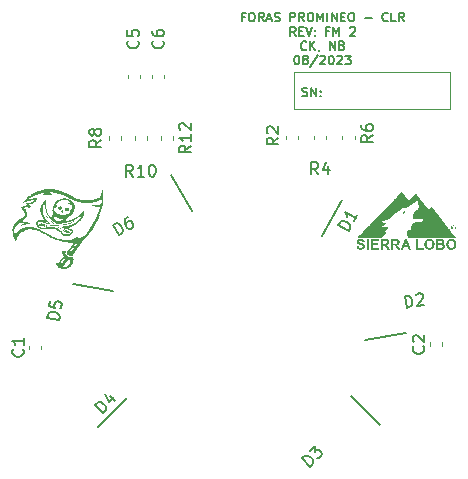
<source format=gto>
G04 #@! TF.GenerationSoftware,KiCad,Pcbnew,7.0.2*
G04 #@! TF.CreationDate,2023-08-25T12:46:11-04:00*
G04 #@! TF.ProjectId,Foras Promineo CLR PCB,466f7261-7320-4507-926f-6d696e656f20,rev?*
G04 #@! TF.SameCoordinates,PX3969440PY5f5e100*
G04 #@! TF.FileFunction,Legend,Top*
G04 #@! TF.FilePolarity,Positive*
%FSLAX46Y46*%
G04 Gerber Fmt 4.6, Leading zero omitted, Abs format (unit mm)*
G04 Created by KiCad (PCBNEW 7.0.2) date 2023-08-25 12:46:11*
%MOMM*%
%LPD*%
G01*
G04 APERTURE LIST*
%ADD10C,0.120000*%
%ADD11C,0.150000*%
G04 APERTURE END LIST*
D10*
X24795000Y34000000D02*
X38005000Y34000000D01*
X38005000Y30840000D01*
X24795000Y30840000D01*
X24795000Y34000000D01*
D11*
X20610714Y38668393D02*
X20360714Y38668393D01*
X20360714Y38275536D02*
X20360714Y39025536D01*
X20360714Y39025536D02*
X20717857Y39025536D01*
X21146428Y39025536D02*
X21289285Y39025536D01*
X21289285Y39025536D02*
X21360714Y38989822D01*
X21360714Y38989822D02*
X21432142Y38918393D01*
X21432142Y38918393D02*
X21467857Y38775536D01*
X21467857Y38775536D02*
X21467857Y38525536D01*
X21467857Y38525536D02*
X21432142Y38382679D01*
X21432142Y38382679D02*
X21360714Y38311250D01*
X21360714Y38311250D02*
X21289285Y38275536D01*
X21289285Y38275536D02*
X21146428Y38275536D01*
X21146428Y38275536D02*
X21075000Y38311250D01*
X21075000Y38311250D02*
X21003571Y38382679D01*
X21003571Y38382679D02*
X20967857Y38525536D01*
X20967857Y38525536D02*
X20967857Y38775536D01*
X20967857Y38775536D02*
X21003571Y38918393D01*
X21003571Y38918393D02*
X21075000Y38989822D01*
X21075000Y38989822D02*
X21146428Y39025536D01*
X22217856Y38275536D02*
X21967856Y38632679D01*
X21789285Y38275536D02*
X21789285Y39025536D01*
X21789285Y39025536D02*
X22074999Y39025536D01*
X22074999Y39025536D02*
X22146428Y38989822D01*
X22146428Y38989822D02*
X22182142Y38954108D01*
X22182142Y38954108D02*
X22217856Y38882679D01*
X22217856Y38882679D02*
X22217856Y38775536D01*
X22217856Y38775536D02*
X22182142Y38704108D01*
X22182142Y38704108D02*
X22146428Y38668393D01*
X22146428Y38668393D02*
X22074999Y38632679D01*
X22074999Y38632679D02*
X21789285Y38632679D01*
X22503571Y38489822D02*
X22860714Y38489822D01*
X22432142Y38275536D02*
X22682142Y39025536D01*
X22682142Y39025536D02*
X22932142Y38275536D01*
X23146428Y38311250D02*
X23253571Y38275536D01*
X23253571Y38275536D02*
X23432142Y38275536D01*
X23432142Y38275536D02*
X23503571Y38311250D01*
X23503571Y38311250D02*
X23539285Y38346965D01*
X23539285Y38346965D02*
X23574999Y38418393D01*
X23574999Y38418393D02*
X23574999Y38489822D01*
X23574999Y38489822D02*
X23539285Y38561250D01*
X23539285Y38561250D02*
X23503571Y38596965D01*
X23503571Y38596965D02*
X23432142Y38632679D01*
X23432142Y38632679D02*
X23289285Y38668393D01*
X23289285Y38668393D02*
X23217856Y38704108D01*
X23217856Y38704108D02*
X23182142Y38739822D01*
X23182142Y38739822D02*
X23146428Y38811250D01*
X23146428Y38811250D02*
X23146428Y38882679D01*
X23146428Y38882679D02*
X23182142Y38954108D01*
X23182142Y38954108D02*
X23217856Y38989822D01*
X23217856Y38989822D02*
X23289285Y39025536D01*
X23289285Y39025536D02*
X23467856Y39025536D01*
X23467856Y39025536D02*
X23574999Y38989822D01*
X24467857Y38275536D02*
X24467857Y39025536D01*
X24467857Y39025536D02*
X24753571Y39025536D01*
X24753571Y39025536D02*
X24825000Y38989822D01*
X24825000Y38989822D02*
X24860714Y38954108D01*
X24860714Y38954108D02*
X24896428Y38882679D01*
X24896428Y38882679D02*
X24896428Y38775536D01*
X24896428Y38775536D02*
X24860714Y38704108D01*
X24860714Y38704108D02*
X24825000Y38668393D01*
X24825000Y38668393D02*
X24753571Y38632679D01*
X24753571Y38632679D02*
X24467857Y38632679D01*
X25646428Y38275536D02*
X25396428Y38632679D01*
X25217857Y38275536D02*
X25217857Y39025536D01*
X25217857Y39025536D02*
X25503571Y39025536D01*
X25503571Y39025536D02*
X25575000Y38989822D01*
X25575000Y38989822D02*
X25610714Y38954108D01*
X25610714Y38954108D02*
X25646428Y38882679D01*
X25646428Y38882679D02*
X25646428Y38775536D01*
X25646428Y38775536D02*
X25610714Y38704108D01*
X25610714Y38704108D02*
X25575000Y38668393D01*
X25575000Y38668393D02*
X25503571Y38632679D01*
X25503571Y38632679D02*
X25217857Y38632679D01*
X26110714Y39025536D02*
X26253571Y39025536D01*
X26253571Y39025536D02*
X26325000Y38989822D01*
X26325000Y38989822D02*
X26396428Y38918393D01*
X26396428Y38918393D02*
X26432143Y38775536D01*
X26432143Y38775536D02*
X26432143Y38525536D01*
X26432143Y38525536D02*
X26396428Y38382679D01*
X26396428Y38382679D02*
X26325000Y38311250D01*
X26325000Y38311250D02*
X26253571Y38275536D01*
X26253571Y38275536D02*
X26110714Y38275536D01*
X26110714Y38275536D02*
X26039286Y38311250D01*
X26039286Y38311250D02*
X25967857Y38382679D01*
X25967857Y38382679D02*
X25932143Y38525536D01*
X25932143Y38525536D02*
X25932143Y38775536D01*
X25932143Y38775536D02*
X25967857Y38918393D01*
X25967857Y38918393D02*
X26039286Y38989822D01*
X26039286Y38989822D02*
X26110714Y39025536D01*
X26753571Y38275536D02*
X26753571Y39025536D01*
X26753571Y39025536D02*
X27003571Y38489822D01*
X27003571Y38489822D02*
X27253571Y39025536D01*
X27253571Y39025536D02*
X27253571Y38275536D01*
X27610714Y38275536D02*
X27610714Y39025536D01*
X27967857Y38275536D02*
X27967857Y39025536D01*
X27967857Y39025536D02*
X28396428Y38275536D01*
X28396428Y38275536D02*
X28396428Y39025536D01*
X28753571Y38668393D02*
X29003571Y38668393D01*
X29110714Y38275536D02*
X28753571Y38275536D01*
X28753571Y38275536D02*
X28753571Y39025536D01*
X28753571Y39025536D02*
X29110714Y39025536D01*
X29574999Y39025536D02*
X29717856Y39025536D01*
X29717856Y39025536D02*
X29789285Y38989822D01*
X29789285Y38989822D02*
X29860713Y38918393D01*
X29860713Y38918393D02*
X29896428Y38775536D01*
X29896428Y38775536D02*
X29896428Y38525536D01*
X29896428Y38525536D02*
X29860713Y38382679D01*
X29860713Y38382679D02*
X29789285Y38311250D01*
X29789285Y38311250D02*
X29717856Y38275536D01*
X29717856Y38275536D02*
X29574999Y38275536D01*
X29574999Y38275536D02*
X29503571Y38311250D01*
X29503571Y38311250D02*
X29432142Y38382679D01*
X29432142Y38382679D02*
X29396428Y38525536D01*
X29396428Y38525536D02*
X29396428Y38775536D01*
X29396428Y38775536D02*
X29432142Y38918393D01*
X29432142Y38918393D02*
X29503571Y38989822D01*
X29503571Y38989822D02*
X29574999Y39025536D01*
X30789285Y38561250D02*
X31360714Y38561250D01*
X32717856Y38346965D02*
X32682142Y38311250D01*
X32682142Y38311250D02*
X32574999Y38275536D01*
X32574999Y38275536D02*
X32503571Y38275536D01*
X32503571Y38275536D02*
X32396428Y38311250D01*
X32396428Y38311250D02*
X32324999Y38382679D01*
X32324999Y38382679D02*
X32289285Y38454108D01*
X32289285Y38454108D02*
X32253571Y38596965D01*
X32253571Y38596965D02*
X32253571Y38704108D01*
X32253571Y38704108D02*
X32289285Y38846965D01*
X32289285Y38846965D02*
X32324999Y38918393D01*
X32324999Y38918393D02*
X32396428Y38989822D01*
X32396428Y38989822D02*
X32503571Y39025536D01*
X32503571Y39025536D02*
X32574999Y39025536D01*
X32574999Y39025536D02*
X32682142Y38989822D01*
X32682142Y38989822D02*
X32717856Y38954108D01*
X33396428Y38275536D02*
X33039285Y38275536D01*
X33039285Y38275536D02*
X33039285Y39025536D01*
X34074999Y38275536D02*
X33824999Y38632679D01*
X33646428Y38275536D02*
X33646428Y39025536D01*
X33646428Y39025536D02*
X33932142Y39025536D01*
X33932142Y39025536D02*
X34003571Y38989822D01*
X34003571Y38989822D02*
X34039285Y38954108D01*
X34039285Y38954108D02*
X34074999Y38882679D01*
X34074999Y38882679D02*
X34074999Y38775536D01*
X34074999Y38775536D02*
X34039285Y38704108D01*
X34039285Y38704108D02*
X34003571Y38668393D01*
X34003571Y38668393D02*
X33932142Y38632679D01*
X33932142Y38632679D02*
X33646428Y38632679D01*
X24914285Y37060536D02*
X24664285Y37417679D01*
X24485714Y37060536D02*
X24485714Y37810536D01*
X24485714Y37810536D02*
X24771428Y37810536D01*
X24771428Y37810536D02*
X24842857Y37774822D01*
X24842857Y37774822D02*
X24878571Y37739108D01*
X24878571Y37739108D02*
X24914285Y37667679D01*
X24914285Y37667679D02*
X24914285Y37560536D01*
X24914285Y37560536D02*
X24878571Y37489108D01*
X24878571Y37489108D02*
X24842857Y37453393D01*
X24842857Y37453393D02*
X24771428Y37417679D01*
X24771428Y37417679D02*
X24485714Y37417679D01*
X25235714Y37453393D02*
X25485714Y37453393D01*
X25592857Y37060536D02*
X25235714Y37060536D01*
X25235714Y37060536D02*
X25235714Y37810536D01*
X25235714Y37810536D02*
X25592857Y37810536D01*
X25807142Y37810536D02*
X26057142Y37060536D01*
X26057142Y37060536D02*
X26307142Y37810536D01*
X26557142Y37131965D02*
X26592856Y37096250D01*
X26592856Y37096250D02*
X26557142Y37060536D01*
X26557142Y37060536D02*
X26521428Y37096250D01*
X26521428Y37096250D02*
X26557142Y37131965D01*
X26557142Y37131965D02*
X26557142Y37060536D01*
X26557142Y37524822D02*
X26592856Y37489108D01*
X26592856Y37489108D02*
X26557142Y37453393D01*
X26557142Y37453393D02*
X26521428Y37489108D01*
X26521428Y37489108D02*
X26557142Y37524822D01*
X26557142Y37524822D02*
X26557142Y37453393D01*
X27735714Y37453393D02*
X27485714Y37453393D01*
X27485714Y37060536D02*
X27485714Y37810536D01*
X27485714Y37810536D02*
X27842857Y37810536D01*
X28128571Y37060536D02*
X28128571Y37810536D01*
X28128571Y37810536D02*
X28378571Y37274822D01*
X28378571Y37274822D02*
X28628571Y37810536D01*
X28628571Y37810536D02*
X28628571Y37060536D01*
X29521429Y37739108D02*
X29557143Y37774822D01*
X29557143Y37774822D02*
X29628572Y37810536D01*
X29628572Y37810536D02*
X29807143Y37810536D01*
X29807143Y37810536D02*
X29878572Y37774822D01*
X29878572Y37774822D02*
X29914286Y37739108D01*
X29914286Y37739108D02*
X29950000Y37667679D01*
X29950000Y37667679D02*
X29950000Y37596250D01*
X29950000Y37596250D02*
X29914286Y37489108D01*
X29914286Y37489108D02*
X29485714Y37060536D01*
X29485714Y37060536D02*
X29950000Y37060536D01*
X25824999Y35916965D02*
X25789285Y35881250D01*
X25789285Y35881250D02*
X25682142Y35845536D01*
X25682142Y35845536D02*
X25610714Y35845536D01*
X25610714Y35845536D02*
X25503571Y35881250D01*
X25503571Y35881250D02*
X25432142Y35952679D01*
X25432142Y35952679D02*
X25396428Y36024108D01*
X25396428Y36024108D02*
X25360714Y36166965D01*
X25360714Y36166965D02*
X25360714Y36274108D01*
X25360714Y36274108D02*
X25396428Y36416965D01*
X25396428Y36416965D02*
X25432142Y36488393D01*
X25432142Y36488393D02*
X25503571Y36559822D01*
X25503571Y36559822D02*
X25610714Y36595536D01*
X25610714Y36595536D02*
X25682142Y36595536D01*
X25682142Y36595536D02*
X25789285Y36559822D01*
X25789285Y36559822D02*
X25824999Y36524108D01*
X26146428Y35845536D02*
X26146428Y36595536D01*
X26574999Y35845536D02*
X26253571Y36274108D01*
X26574999Y36595536D02*
X26146428Y36166965D01*
X26932142Y35881250D02*
X26932142Y35845536D01*
X26932142Y35845536D02*
X26896428Y35774108D01*
X26896428Y35774108D02*
X26860714Y35738393D01*
X27825000Y35845536D02*
X27825000Y36595536D01*
X27825000Y36595536D02*
X28253571Y35845536D01*
X28253571Y35845536D02*
X28253571Y36595536D01*
X28860714Y36238393D02*
X28967857Y36202679D01*
X28967857Y36202679D02*
X29003571Y36166965D01*
X29003571Y36166965D02*
X29039285Y36095536D01*
X29039285Y36095536D02*
X29039285Y35988393D01*
X29039285Y35988393D02*
X29003571Y35916965D01*
X29003571Y35916965D02*
X28967857Y35881250D01*
X28967857Y35881250D02*
X28896428Y35845536D01*
X28896428Y35845536D02*
X28610714Y35845536D01*
X28610714Y35845536D02*
X28610714Y36595536D01*
X28610714Y36595536D02*
X28860714Y36595536D01*
X28860714Y36595536D02*
X28932143Y36559822D01*
X28932143Y36559822D02*
X28967857Y36524108D01*
X28967857Y36524108D02*
X29003571Y36452679D01*
X29003571Y36452679D02*
X29003571Y36381250D01*
X29003571Y36381250D02*
X28967857Y36309822D01*
X28967857Y36309822D02*
X28932143Y36274108D01*
X28932143Y36274108D02*
X28860714Y36238393D01*
X28860714Y36238393D02*
X28610714Y36238393D01*
X24985713Y35380536D02*
X25057142Y35380536D01*
X25057142Y35380536D02*
X25128570Y35344822D01*
X25128570Y35344822D02*
X25164285Y35309108D01*
X25164285Y35309108D02*
X25199999Y35237679D01*
X25199999Y35237679D02*
X25235713Y35094822D01*
X25235713Y35094822D02*
X25235713Y34916250D01*
X25235713Y34916250D02*
X25199999Y34773393D01*
X25199999Y34773393D02*
X25164285Y34701965D01*
X25164285Y34701965D02*
X25128570Y34666250D01*
X25128570Y34666250D02*
X25057142Y34630536D01*
X25057142Y34630536D02*
X24985713Y34630536D01*
X24985713Y34630536D02*
X24914285Y34666250D01*
X24914285Y34666250D02*
X24878570Y34701965D01*
X24878570Y34701965D02*
X24842856Y34773393D01*
X24842856Y34773393D02*
X24807142Y34916250D01*
X24807142Y34916250D02*
X24807142Y35094822D01*
X24807142Y35094822D02*
X24842856Y35237679D01*
X24842856Y35237679D02*
X24878570Y35309108D01*
X24878570Y35309108D02*
X24914285Y35344822D01*
X24914285Y35344822D02*
X24985713Y35380536D01*
X25664285Y35059108D02*
X25592856Y35094822D01*
X25592856Y35094822D02*
X25557142Y35130536D01*
X25557142Y35130536D02*
X25521428Y35201965D01*
X25521428Y35201965D02*
X25521428Y35237679D01*
X25521428Y35237679D02*
X25557142Y35309108D01*
X25557142Y35309108D02*
X25592856Y35344822D01*
X25592856Y35344822D02*
X25664285Y35380536D01*
X25664285Y35380536D02*
X25807142Y35380536D01*
X25807142Y35380536D02*
X25878571Y35344822D01*
X25878571Y35344822D02*
X25914285Y35309108D01*
X25914285Y35309108D02*
X25949999Y35237679D01*
X25949999Y35237679D02*
X25949999Y35201965D01*
X25949999Y35201965D02*
X25914285Y35130536D01*
X25914285Y35130536D02*
X25878571Y35094822D01*
X25878571Y35094822D02*
X25807142Y35059108D01*
X25807142Y35059108D02*
X25664285Y35059108D01*
X25664285Y35059108D02*
X25592856Y35023393D01*
X25592856Y35023393D02*
X25557142Y34987679D01*
X25557142Y34987679D02*
X25521428Y34916250D01*
X25521428Y34916250D02*
X25521428Y34773393D01*
X25521428Y34773393D02*
X25557142Y34701965D01*
X25557142Y34701965D02*
X25592856Y34666250D01*
X25592856Y34666250D02*
X25664285Y34630536D01*
X25664285Y34630536D02*
X25807142Y34630536D01*
X25807142Y34630536D02*
X25878571Y34666250D01*
X25878571Y34666250D02*
X25914285Y34701965D01*
X25914285Y34701965D02*
X25949999Y34773393D01*
X25949999Y34773393D02*
X25949999Y34916250D01*
X25949999Y34916250D02*
X25914285Y34987679D01*
X25914285Y34987679D02*
X25878571Y35023393D01*
X25878571Y35023393D02*
X25807142Y35059108D01*
X26807142Y35416250D02*
X26164285Y34451965D01*
X27021428Y35309108D02*
X27057142Y35344822D01*
X27057142Y35344822D02*
X27128571Y35380536D01*
X27128571Y35380536D02*
X27307142Y35380536D01*
X27307142Y35380536D02*
X27378571Y35344822D01*
X27378571Y35344822D02*
X27414285Y35309108D01*
X27414285Y35309108D02*
X27449999Y35237679D01*
X27449999Y35237679D02*
X27449999Y35166250D01*
X27449999Y35166250D02*
X27414285Y35059108D01*
X27414285Y35059108D02*
X26985713Y34630536D01*
X26985713Y34630536D02*
X27449999Y34630536D01*
X27914285Y35380536D02*
X27985714Y35380536D01*
X27985714Y35380536D02*
X28057142Y35344822D01*
X28057142Y35344822D02*
X28092857Y35309108D01*
X28092857Y35309108D02*
X28128571Y35237679D01*
X28128571Y35237679D02*
X28164285Y35094822D01*
X28164285Y35094822D02*
X28164285Y34916250D01*
X28164285Y34916250D02*
X28128571Y34773393D01*
X28128571Y34773393D02*
X28092857Y34701965D01*
X28092857Y34701965D02*
X28057142Y34666250D01*
X28057142Y34666250D02*
X27985714Y34630536D01*
X27985714Y34630536D02*
X27914285Y34630536D01*
X27914285Y34630536D02*
X27842857Y34666250D01*
X27842857Y34666250D02*
X27807142Y34701965D01*
X27807142Y34701965D02*
X27771428Y34773393D01*
X27771428Y34773393D02*
X27735714Y34916250D01*
X27735714Y34916250D02*
X27735714Y35094822D01*
X27735714Y35094822D02*
X27771428Y35237679D01*
X27771428Y35237679D02*
X27807142Y35309108D01*
X27807142Y35309108D02*
X27842857Y35344822D01*
X27842857Y35344822D02*
X27914285Y35380536D01*
X28450000Y35309108D02*
X28485714Y35344822D01*
X28485714Y35344822D02*
X28557143Y35380536D01*
X28557143Y35380536D02*
X28735714Y35380536D01*
X28735714Y35380536D02*
X28807143Y35344822D01*
X28807143Y35344822D02*
X28842857Y35309108D01*
X28842857Y35309108D02*
X28878571Y35237679D01*
X28878571Y35237679D02*
X28878571Y35166250D01*
X28878571Y35166250D02*
X28842857Y35059108D01*
X28842857Y35059108D02*
X28414285Y34630536D01*
X28414285Y34630536D02*
X28878571Y34630536D01*
X29128571Y35380536D02*
X29592857Y35380536D01*
X29592857Y35380536D02*
X29342857Y35094822D01*
X29342857Y35094822D02*
X29450000Y35094822D01*
X29450000Y35094822D02*
X29521429Y35059108D01*
X29521429Y35059108D02*
X29557143Y35023393D01*
X29557143Y35023393D02*
X29592857Y34951965D01*
X29592857Y34951965D02*
X29592857Y34773393D01*
X29592857Y34773393D02*
X29557143Y34701965D01*
X29557143Y34701965D02*
X29521429Y34666250D01*
X29521429Y34666250D02*
X29450000Y34630536D01*
X29450000Y34630536D02*
X29235714Y34630536D01*
X29235714Y34630536D02*
X29164286Y34666250D01*
X29164286Y34666250D02*
X29128571Y34701965D01*
X25499286Y31958750D02*
X25606429Y31923036D01*
X25606429Y31923036D02*
X25785000Y31923036D01*
X25785000Y31923036D02*
X25856429Y31958750D01*
X25856429Y31958750D02*
X25892143Y31994465D01*
X25892143Y31994465D02*
X25927857Y32065893D01*
X25927857Y32065893D02*
X25927857Y32137322D01*
X25927857Y32137322D02*
X25892143Y32208750D01*
X25892143Y32208750D02*
X25856429Y32244465D01*
X25856429Y32244465D02*
X25785000Y32280179D01*
X25785000Y32280179D02*
X25642143Y32315893D01*
X25642143Y32315893D02*
X25570714Y32351608D01*
X25570714Y32351608D02*
X25535000Y32387322D01*
X25535000Y32387322D02*
X25499286Y32458750D01*
X25499286Y32458750D02*
X25499286Y32530179D01*
X25499286Y32530179D02*
X25535000Y32601608D01*
X25535000Y32601608D02*
X25570714Y32637322D01*
X25570714Y32637322D02*
X25642143Y32673036D01*
X25642143Y32673036D02*
X25820714Y32673036D01*
X25820714Y32673036D02*
X25927857Y32637322D01*
X26249286Y31923036D02*
X26249286Y32673036D01*
X26249286Y32673036D02*
X26677857Y31923036D01*
X26677857Y31923036D02*
X26677857Y32673036D01*
X27035000Y31994465D02*
X27070714Y31958750D01*
X27070714Y31958750D02*
X27035000Y31923036D01*
X27035000Y31923036D02*
X26999286Y31958750D01*
X26999286Y31958750D02*
X27035000Y31994465D01*
X27035000Y31994465D02*
X27035000Y31923036D01*
X27035000Y32387322D02*
X27070714Y32351608D01*
X27070714Y32351608D02*
X27035000Y32315893D01*
X27035000Y32315893D02*
X26999286Y32351608D01*
X26999286Y32351608D02*
X27035000Y32387322D01*
X27035000Y32387322D02*
X27035000Y32315893D01*
G04 #@! TO.C,D2*
X34315775Y14039741D02*
X34142127Y15024549D01*
X34142127Y15024549D02*
X34376605Y15065893D01*
X34376605Y15065893D02*
X34525561Y15043805D01*
X34525561Y15043805D02*
X34635890Y14966551D01*
X34635890Y14966551D02*
X34699323Y14881029D01*
X34699323Y14881029D02*
X34779295Y14701716D01*
X34779295Y14701716D02*
X34804102Y14561029D01*
X34804102Y14561029D02*
X34790282Y14365177D01*
X34790282Y14365177D02*
X34759924Y14263117D01*
X34759924Y14263117D02*
X34682671Y14152788D01*
X34682671Y14152788D02*
X34550253Y14081086D01*
X34550253Y14081086D02*
X34315775Y14039741D01*
X35096577Y15096137D02*
X35135204Y15151301D01*
X35135204Y15151301D02*
X35220726Y15214735D01*
X35220726Y15214735D02*
X35455204Y15256080D01*
X35455204Y15256080D02*
X35557264Y15225722D01*
X35557264Y15225722D02*
X35612429Y15187095D01*
X35612429Y15187095D02*
X35675862Y15101573D01*
X35675862Y15101573D02*
X35692400Y15007782D01*
X35692400Y15007782D02*
X35670311Y14858826D01*
X35670311Y14858826D02*
X35206792Y14196851D01*
X35206792Y14196851D02*
X35816434Y14304348D01*
G04 #@! TO.C,D3*
X26167533Y574468D02*
X25460426Y1281574D01*
X25460426Y1281574D02*
X25628785Y1449933D01*
X25628785Y1449933D02*
X25763472Y1517277D01*
X25763472Y1517277D02*
X25898159Y1517277D01*
X25898159Y1517277D02*
X25999174Y1483605D01*
X25999174Y1483605D02*
X26167533Y1382590D01*
X26167533Y1382590D02*
X26268548Y1281574D01*
X26268548Y1281574D02*
X26369563Y1113216D01*
X26369563Y1113216D02*
X26403235Y1012200D01*
X26403235Y1012200D02*
X26403235Y877513D01*
X26403235Y877513D02*
X26335892Y742826D01*
X26335892Y742826D02*
X26167533Y574468D01*
X26100189Y1921338D02*
X26537922Y2359070D01*
X26537922Y2359070D02*
X26571594Y1853994D01*
X26571594Y1853994D02*
X26672609Y1955009D01*
X26672609Y1955009D02*
X26773624Y1988681D01*
X26773624Y1988681D02*
X26840968Y1988681D01*
X26840968Y1988681D02*
X26941983Y1955009D01*
X26941983Y1955009D02*
X27110342Y1786651D01*
X27110342Y1786651D02*
X27144014Y1685635D01*
X27144014Y1685635D02*
X27144014Y1618292D01*
X27144014Y1618292D02*
X27110342Y1517277D01*
X27110342Y1517277D02*
X26908311Y1315246D01*
X26908311Y1315246D02*
X26807296Y1281574D01*
X26807296Y1281574D02*
X26739953Y1281574D01*
G04 #@! TO.C,D1*
X29406933Y20553552D02*
X28533526Y21040543D01*
X28533526Y21040543D02*
X28649476Y21248497D01*
X28649476Y21248497D02*
X28760637Y21350079D01*
X28760637Y21350079D02*
X28890199Y21386881D01*
X28890199Y21386881D02*
X28996570Y21382092D01*
X28996570Y21382092D02*
X29186124Y21330922D01*
X29186124Y21330922D02*
X29310896Y21261352D01*
X29310896Y21261352D02*
X29454069Y21127001D01*
X29454069Y21127001D02*
X29514061Y21039030D01*
X29514061Y21039030D02*
X29550862Y20909469D01*
X29550862Y20909469D02*
X29522883Y20761506D01*
X29522883Y20761506D02*
X29406933Y20553552D01*
X30149014Y21884458D02*
X29870734Y21385368D01*
X30009874Y21634913D02*
X29136467Y22121904D01*
X29136467Y22121904D02*
X29214859Y21969152D01*
X29214859Y21969152D02*
X29251661Y21839591D01*
X29251661Y21839591D02*
X29246872Y21733219D01*
G04 #@! TO.C,D5*
X4889746Y13016286D02*
X3904938Y13189934D01*
X3904938Y13189934D02*
X3946283Y13424412D01*
X3946283Y13424412D02*
X4017985Y13556830D01*
X4017985Y13556830D02*
X4128314Y13634083D01*
X4128314Y13634083D02*
X4230374Y13664441D01*
X4230374Y13664441D02*
X4426226Y13678261D01*
X4426226Y13678261D02*
X4566913Y13653454D01*
X4566913Y13653454D02*
X4746226Y13573483D01*
X4746226Y13573483D02*
X4831748Y13510049D01*
X4831748Y13510049D02*
X4909002Y13399720D01*
X4909002Y13399720D02*
X4931090Y13250764D01*
X4931090Y13250764D02*
X4889746Y13016286D01*
X4161276Y14643698D02*
X4078586Y14174742D01*
X4078586Y14174742D02*
X4539273Y14045157D01*
X4539273Y14045157D02*
X4500646Y14100321D01*
X4500646Y14100321D02*
X4470289Y14202382D01*
X4470289Y14202382D02*
X4511634Y14436860D01*
X4511634Y14436860D02*
X4575067Y14522382D01*
X4575067Y14522382D02*
X4630232Y14561008D01*
X4630232Y14561008D02*
X4732292Y14591366D01*
X4732292Y14591366D02*
X4966770Y14550021D01*
X4966770Y14550021D02*
X5052292Y14486588D01*
X5052292Y14486588D02*
X5090919Y14431423D01*
X5090919Y14431423D02*
X5121276Y14329363D01*
X5121276Y14329363D02*
X5079932Y14094885D01*
X5079932Y14094885D02*
X5016498Y14009363D01*
X5016498Y14009363D02*
X4961334Y13970736D01*
G04 #@! TO.C,D6*
X9954424Y20153813D02*
X9454424Y21019839D01*
X9454424Y21019839D02*
X9660621Y21138886D01*
X9660621Y21138886D02*
X9808148Y21169076D01*
X9808148Y21169076D02*
X9938246Y21134216D01*
X9938246Y21134216D02*
X10027104Y21075547D01*
X10027104Y21075547D02*
X10163582Y20934399D01*
X10163582Y20934399D02*
X10235010Y20810681D01*
X10235010Y20810681D02*
X10289009Y20621915D01*
X10289009Y20621915D02*
X10295389Y20515626D01*
X10295389Y20515626D02*
X10260529Y20385529D01*
X10260529Y20385529D02*
X10160621Y20272861D01*
X10160621Y20272861D02*
X9954424Y20153813D01*
X10691603Y21734124D02*
X10526646Y21638886D01*
X10526646Y21638886D02*
X10467977Y21550028D01*
X10467977Y21550028D02*
X10450547Y21484979D01*
X10450547Y21484979D02*
X10439497Y21313642D01*
X10439497Y21313642D02*
X10493496Y21124875D01*
X10493496Y21124875D02*
X10683972Y20794961D01*
X10683972Y20794961D02*
X10772831Y20736292D01*
X10772831Y20736292D02*
X10837879Y20718862D01*
X10837879Y20718862D02*
X10944168Y20725242D01*
X10944168Y20725242D02*
X11109125Y20820480D01*
X11109125Y20820480D02*
X11167794Y20909338D01*
X11167794Y20909338D02*
X11185224Y20974387D01*
X11185224Y20974387D02*
X11178844Y21080675D01*
X11178844Y21080675D02*
X11059796Y21286872D01*
X11059796Y21286872D02*
X10970938Y21345541D01*
X10970938Y21345541D02*
X10905889Y21362971D01*
X10905889Y21362971D02*
X10799601Y21356591D01*
X10799601Y21356591D02*
X10634644Y21261353D01*
X10634644Y21261353D02*
X10575975Y21172494D01*
X10575975Y21172494D02*
X10558545Y21107446D01*
X10558545Y21107446D02*
X10564925Y21001157D01*
G04 #@! TO.C,D4*
X8644209Y5109968D02*
X7937102Y5817074D01*
X7937102Y5817074D02*
X8105461Y5985433D01*
X8105461Y5985433D02*
X8240148Y6052777D01*
X8240148Y6052777D02*
X8374835Y6052777D01*
X8374835Y6052777D02*
X8475850Y6019105D01*
X8475850Y6019105D02*
X8644209Y5918090D01*
X8644209Y5918090D02*
X8745224Y5817074D01*
X8745224Y5817074D02*
X8846239Y5648716D01*
X8846239Y5648716D02*
X8879911Y5547700D01*
X8879911Y5547700D02*
X8879911Y5413013D01*
X8879911Y5413013D02*
X8812568Y5278326D01*
X8812568Y5278326D02*
X8644209Y5109968D01*
X9182957Y6591525D02*
X9654361Y6120120D01*
X8745224Y6692540D02*
X9081942Y6019105D01*
X9081942Y6019105D02*
X9519674Y6456838D01*
G04 #@! TO.C,C1*
X1817380Y10523504D02*
X1865000Y10475885D01*
X1865000Y10475885D02*
X1912619Y10333028D01*
X1912619Y10333028D02*
X1912619Y10237790D01*
X1912619Y10237790D02*
X1865000Y10094933D01*
X1865000Y10094933D02*
X1769761Y9999695D01*
X1769761Y9999695D02*
X1674523Y9952076D01*
X1674523Y9952076D02*
X1484047Y9904457D01*
X1484047Y9904457D02*
X1341190Y9904457D01*
X1341190Y9904457D02*
X1150714Y9952076D01*
X1150714Y9952076D02*
X1055476Y9999695D01*
X1055476Y9999695D02*
X960238Y10094933D01*
X960238Y10094933D02*
X912619Y10237790D01*
X912619Y10237790D02*
X912619Y10333028D01*
X912619Y10333028D02*
X960238Y10475885D01*
X960238Y10475885D02*
X1007857Y10523504D01*
X1912619Y11475885D02*
X1912619Y10904457D01*
X1912619Y11190171D02*
X912619Y11190171D01*
X912619Y11190171D02*
X1055476Y11094933D01*
X1055476Y11094933D02*
X1150714Y10999695D01*
X1150714Y10999695D02*
X1198333Y10904457D01*
G04 #@! TO.C,C2*
X35732380Y10778504D02*
X35780000Y10730885D01*
X35780000Y10730885D02*
X35827619Y10588028D01*
X35827619Y10588028D02*
X35827619Y10492790D01*
X35827619Y10492790D02*
X35780000Y10349933D01*
X35780000Y10349933D02*
X35684761Y10254695D01*
X35684761Y10254695D02*
X35589523Y10207076D01*
X35589523Y10207076D02*
X35399047Y10159457D01*
X35399047Y10159457D02*
X35256190Y10159457D01*
X35256190Y10159457D02*
X35065714Y10207076D01*
X35065714Y10207076D02*
X34970476Y10254695D01*
X34970476Y10254695D02*
X34875238Y10349933D01*
X34875238Y10349933D02*
X34827619Y10492790D01*
X34827619Y10492790D02*
X34827619Y10588028D01*
X34827619Y10588028D02*
X34875238Y10730885D01*
X34875238Y10730885D02*
X34922857Y10778504D01*
X34922857Y11159457D02*
X34875238Y11207076D01*
X34875238Y11207076D02*
X34827619Y11302314D01*
X34827619Y11302314D02*
X34827619Y11540409D01*
X34827619Y11540409D02*
X34875238Y11635647D01*
X34875238Y11635647D02*
X34922857Y11683266D01*
X34922857Y11683266D02*
X35018095Y11730885D01*
X35018095Y11730885D02*
X35113333Y11730885D01*
X35113333Y11730885D02*
X35256190Y11683266D01*
X35256190Y11683266D02*
X35827619Y11111838D01*
X35827619Y11111838D02*
X35827619Y11730885D01*
G04 #@! TO.C,R2*
X23462619Y28433334D02*
X22986428Y28100001D01*
X23462619Y27861906D02*
X22462619Y27861906D01*
X22462619Y27861906D02*
X22462619Y28242858D01*
X22462619Y28242858D02*
X22510238Y28338096D01*
X22510238Y28338096D02*
X22557857Y28385715D01*
X22557857Y28385715D02*
X22653095Y28433334D01*
X22653095Y28433334D02*
X22795952Y28433334D01*
X22795952Y28433334D02*
X22891190Y28385715D01*
X22891190Y28385715D02*
X22938809Y28338096D01*
X22938809Y28338096D02*
X22986428Y28242858D01*
X22986428Y28242858D02*
X22986428Y27861906D01*
X22557857Y28814287D02*
X22510238Y28861906D01*
X22510238Y28861906D02*
X22462619Y28957144D01*
X22462619Y28957144D02*
X22462619Y29195239D01*
X22462619Y29195239D02*
X22510238Y29290477D01*
X22510238Y29290477D02*
X22557857Y29338096D01*
X22557857Y29338096D02*
X22653095Y29385715D01*
X22653095Y29385715D02*
X22748333Y29385715D01*
X22748333Y29385715D02*
X22891190Y29338096D01*
X22891190Y29338096D02*
X23462619Y28766668D01*
X23462619Y28766668D02*
X23462619Y29385715D01*
G04 #@! TO.C,R4*
X26833333Y25337381D02*
X26500000Y25813572D01*
X26261905Y25337381D02*
X26261905Y26337381D01*
X26261905Y26337381D02*
X26642857Y26337381D01*
X26642857Y26337381D02*
X26738095Y26289762D01*
X26738095Y26289762D02*
X26785714Y26242143D01*
X26785714Y26242143D02*
X26833333Y26146905D01*
X26833333Y26146905D02*
X26833333Y26004048D01*
X26833333Y26004048D02*
X26785714Y25908810D01*
X26785714Y25908810D02*
X26738095Y25861191D01*
X26738095Y25861191D02*
X26642857Y25813572D01*
X26642857Y25813572D02*
X26261905Y25813572D01*
X27690476Y26004048D02*
X27690476Y25337381D01*
X27452381Y26385000D02*
X27214286Y25670715D01*
X27214286Y25670715D02*
X27833333Y25670715D01*
G04 #@! TO.C,R6*
X31462619Y28633334D02*
X30986428Y28300001D01*
X31462619Y28061906D02*
X30462619Y28061906D01*
X30462619Y28061906D02*
X30462619Y28442858D01*
X30462619Y28442858D02*
X30510238Y28538096D01*
X30510238Y28538096D02*
X30557857Y28585715D01*
X30557857Y28585715D02*
X30653095Y28633334D01*
X30653095Y28633334D02*
X30795952Y28633334D01*
X30795952Y28633334D02*
X30891190Y28585715D01*
X30891190Y28585715D02*
X30938809Y28538096D01*
X30938809Y28538096D02*
X30986428Y28442858D01*
X30986428Y28442858D02*
X30986428Y28061906D01*
X30462619Y29490477D02*
X30462619Y29300001D01*
X30462619Y29300001D02*
X30510238Y29204763D01*
X30510238Y29204763D02*
X30557857Y29157144D01*
X30557857Y29157144D02*
X30700714Y29061906D01*
X30700714Y29061906D02*
X30891190Y29014287D01*
X30891190Y29014287D02*
X31272142Y29014287D01*
X31272142Y29014287D02*
X31367380Y29061906D01*
X31367380Y29061906D02*
X31415000Y29109525D01*
X31415000Y29109525D02*
X31462619Y29204763D01*
X31462619Y29204763D02*
X31462619Y29395239D01*
X31462619Y29395239D02*
X31415000Y29490477D01*
X31415000Y29490477D02*
X31367380Y29538096D01*
X31367380Y29538096D02*
X31272142Y29585715D01*
X31272142Y29585715D02*
X31034047Y29585715D01*
X31034047Y29585715D02*
X30938809Y29538096D01*
X30938809Y29538096D02*
X30891190Y29490477D01*
X30891190Y29490477D02*
X30843571Y29395239D01*
X30843571Y29395239D02*
X30843571Y29204763D01*
X30843571Y29204763D02*
X30891190Y29109525D01*
X30891190Y29109525D02*
X30938809Y29061906D01*
X30938809Y29061906D02*
X31034047Y29014287D01*
G04 #@! TO.C,R8*
X8462619Y28233334D02*
X7986428Y27900001D01*
X8462619Y27661906D02*
X7462619Y27661906D01*
X7462619Y27661906D02*
X7462619Y28042858D01*
X7462619Y28042858D02*
X7510238Y28138096D01*
X7510238Y28138096D02*
X7557857Y28185715D01*
X7557857Y28185715D02*
X7653095Y28233334D01*
X7653095Y28233334D02*
X7795952Y28233334D01*
X7795952Y28233334D02*
X7891190Y28185715D01*
X7891190Y28185715D02*
X7938809Y28138096D01*
X7938809Y28138096D02*
X7986428Y28042858D01*
X7986428Y28042858D02*
X7986428Y27661906D01*
X7891190Y28804763D02*
X7843571Y28709525D01*
X7843571Y28709525D02*
X7795952Y28661906D01*
X7795952Y28661906D02*
X7700714Y28614287D01*
X7700714Y28614287D02*
X7653095Y28614287D01*
X7653095Y28614287D02*
X7557857Y28661906D01*
X7557857Y28661906D02*
X7510238Y28709525D01*
X7510238Y28709525D02*
X7462619Y28804763D01*
X7462619Y28804763D02*
X7462619Y28995239D01*
X7462619Y28995239D02*
X7510238Y29090477D01*
X7510238Y29090477D02*
X7557857Y29138096D01*
X7557857Y29138096D02*
X7653095Y29185715D01*
X7653095Y29185715D02*
X7700714Y29185715D01*
X7700714Y29185715D02*
X7795952Y29138096D01*
X7795952Y29138096D02*
X7843571Y29090477D01*
X7843571Y29090477D02*
X7891190Y28995239D01*
X7891190Y28995239D02*
X7891190Y28804763D01*
X7891190Y28804763D02*
X7938809Y28709525D01*
X7938809Y28709525D02*
X7986428Y28661906D01*
X7986428Y28661906D02*
X8081666Y28614287D01*
X8081666Y28614287D02*
X8272142Y28614287D01*
X8272142Y28614287D02*
X8367380Y28661906D01*
X8367380Y28661906D02*
X8415000Y28709525D01*
X8415000Y28709525D02*
X8462619Y28804763D01*
X8462619Y28804763D02*
X8462619Y28995239D01*
X8462619Y28995239D02*
X8415000Y29090477D01*
X8415000Y29090477D02*
X8367380Y29138096D01*
X8367380Y29138096D02*
X8272142Y29185715D01*
X8272142Y29185715D02*
X8081666Y29185715D01*
X8081666Y29185715D02*
X7986428Y29138096D01*
X7986428Y29138096D02*
X7938809Y29090477D01*
X7938809Y29090477D02*
X7891190Y28995239D01*
G04 #@! TO.C,R10*
X11157142Y25137381D02*
X10823809Y25613572D01*
X10585714Y25137381D02*
X10585714Y26137381D01*
X10585714Y26137381D02*
X10966666Y26137381D01*
X10966666Y26137381D02*
X11061904Y26089762D01*
X11061904Y26089762D02*
X11109523Y26042143D01*
X11109523Y26042143D02*
X11157142Y25946905D01*
X11157142Y25946905D02*
X11157142Y25804048D01*
X11157142Y25804048D02*
X11109523Y25708810D01*
X11109523Y25708810D02*
X11061904Y25661191D01*
X11061904Y25661191D02*
X10966666Y25613572D01*
X10966666Y25613572D02*
X10585714Y25613572D01*
X12109523Y25137381D02*
X11538095Y25137381D01*
X11823809Y25137381D02*
X11823809Y26137381D01*
X11823809Y26137381D02*
X11728571Y25994524D01*
X11728571Y25994524D02*
X11633333Y25899286D01*
X11633333Y25899286D02*
X11538095Y25851667D01*
X12728571Y26137381D02*
X12823809Y26137381D01*
X12823809Y26137381D02*
X12919047Y26089762D01*
X12919047Y26089762D02*
X12966666Y26042143D01*
X12966666Y26042143D02*
X13014285Y25946905D01*
X13014285Y25946905D02*
X13061904Y25756429D01*
X13061904Y25756429D02*
X13061904Y25518334D01*
X13061904Y25518334D02*
X13014285Y25327858D01*
X13014285Y25327858D02*
X12966666Y25232620D01*
X12966666Y25232620D02*
X12919047Y25185000D01*
X12919047Y25185000D02*
X12823809Y25137381D01*
X12823809Y25137381D02*
X12728571Y25137381D01*
X12728571Y25137381D02*
X12633333Y25185000D01*
X12633333Y25185000D02*
X12585714Y25232620D01*
X12585714Y25232620D02*
X12538095Y25327858D01*
X12538095Y25327858D02*
X12490476Y25518334D01*
X12490476Y25518334D02*
X12490476Y25756429D01*
X12490476Y25756429D02*
X12538095Y25946905D01*
X12538095Y25946905D02*
X12585714Y26042143D01*
X12585714Y26042143D02*
X12633333Y26089762D01*
X12633333Y26089762D02*
X12728571Y26137381D01*
G04 #@! TO.C,R12*
X16062619Y27757143D02*
X15586428Y27423810D01*
X16062619Y27185715D02*
X15062619Y27185715D01*
X15062619Y27185715D02*
X15062619Y27566667D01*
X15062619Y27566667D02*
X15110238Y27661905D01*
X15110238Y27661905D02*
X15157857Y27709524D01*
X15157857Y27709524D02*
X15253095Y27757143D01*
X15253095Y27757143D02*
X15395952Y27757143D01*
X15395952Y27757143D02*
X15491190Y27709524D01*
X15491190Y27709524D02*
X15538809Y27661905D01*
X15538809Y27661905D02*
X15586428Y27566667D01*
X15586428Y27566667D02*
X15586428Y27185715D01*
X16062619Y28709524D02*
X16062619Y28138096D01*
X16062619Y28423810D02*
X15062619Y28423810D01*
X15062619Y28423810D02*
X15205476Y28328572D01*
X15205476Y28328572D02*
X15300714Y28233334D01*
X15300714Y28233334D02*
X15348333Y28138096D01*
X15157857Y29090477D02*
X15110238Y29138096D01*
X15110238Y29138096D02*
X15062619Y29233334D01*
X15062619Y29233334D02*
X15062619Y29471429D01*
X15062619Y29471429D02*
X15110238Y29566667D01*
X15110238Y29566667D02*
X15157857Y29614286D01*
X15157857Y29614286D02*
X15253095Y29661905D01*
X15253095Y29661905D02*
X15348333Y29661905D01*
X15348333Y29661905D02*
X15491190Y29614286D01*
X15491190Y29614286D02*
X16062619Y29042858D01*
X16062619Y29042858D02*
X16062619Y29661905D01*
G04 #@! TO.C,C5*
X11567380Y36633334D02*
X11615000Y36585715D01*
X11615000Y36585715D02*
X11662619Y36442858D01*
X11662619Y36442858D02*
X11662619Y36347620D01*
X11662619Y36347620D02*
X11615000Y36204763D01*
X11615000Y36204763D02*
X11519761Y36109525D01*
X11519761Y36109525D02*
X11424523Y36061906D01*
X11424523Y36061906D02*
X11234047Y36014287D01*
X11234047Y36014287D02*
X11091190Y36014287D01*
X11091190Y36014287D02*
X10900714Y36061906D01*
X10900714Y36061906D02*
X10805476Y36109525D01*
X10805476Y36109525D02*
X10710238Y36204763D01*
X10710238Y36204763D02*
X10662619Y36347620D01*
X10662619Y36347620D02*
X10662619Y36442858D01*
X10662619Y36442858D02*
X10710238Y36585715D01*
X10710238Y36585715D02*
X10757857Y36633334D01*
X10662619Y37538096D02*
X10662619Y37061906D01*
X10662619Y37061906D02*
X11138809Y37014287D01*
X11138809Y37014287D02*
X11091190Y37061906D01*
X11091190Y37061906D02*
X11043571Y37157144D01*
X11043571Y37157144D02*
X11043571Y37395239D01*
X11043571Y37395239D02*
X11091190Y37490477D01*
X11091190Y37490477D02*
X11138809Y37538096D01*
X11138809Y37538096D02*
X11234047Y37585715D01*
X11234047Y37585715D02*
X11472142Y37585715D01*
X11472142Y37585715D02*
X11567380Y37538096D01*
X11567380Y37538096D02*
X11615000Y37490477D01*
X11615000Y37490477D02*
X11662619Y37395239D01*
X11662619Y37395239D02*
X11662619Y37157144D01*
X11662619Y37157144D02*
X11615000Y37061906D01*
X11615000Y37061906D02*
X11567380Y37014287D01*
G04 #@! TO.C,C6*
X13667380Y36633334D02*
X13715000Y36585715D01*
X13715000Y36585715D02*
X13762619Y36442858D01*
X13762619Y36442858D02*
X13762619Y36347620D01*
X13762619Y36347620D02*
X13715000Y36204763D01*
X13715000Y36204763D02*
X13619761Y36109525D01*
X13619761Y36109525D02*
X13524523Y36061906D01*
X13524523Y36061906D02*
X13334047Y36014287D01*
X13334047Y36014287D02*
X13191190Y36014287D01*
X13191190Y36014287D02*
X13000714Y36061906D01*
X13000714Y36061906D02*
X12905476Y36109525D01*
X12905476Y36109525D02*
X12810238Y36204763D01*
X12810238Y36204763D02*
X12762619Y36347620D01*
X12762619Y36347620D02*
X12762619Y36442858D01*
X12762619Y36442858D02*
X12810238Y36585715D01*
X12810238Y36585715D02*
X12857857Y36633334D01*
X12762619Y37490477D02*
X12762619Y37300001D01*
X12762619Y37300001D02*
X12810238Y37204763D01*
X12810238Y37204763D02*
X12857857Y37157144D01*
X12857857Y37157144D02*
X13000714Y37061906D01*
X13000714Y37061906D02*
X13191190Y37014287D01*
X13191190Y37014287D02*
X13572142Y37014287D01*
X13572142Y37014287D02*
X13667380Y37061906D01*
X13667380Y37061906D02*
X13715000Y37109525D01*
X13715000Y37109525D02*
X13762619Y37204763D01*
X13762619Y37204763D02*
X13762619Y37395239D01*
X13762619Y37395239D02*
X13715000Y37490477D01*
X13715000Y37490477D02*
X13667380Y37538096D01*
X13667380Y37538096D02*
X13572142Y37585715D01*
X13572142Y37585715D02*
X13334047Y37585715D01*
X13334047Y37585715D02*
X13238809Y37538096D01*
X13238809Y37538096D02*
X13191190Y37490477D01*
X13191190Y37490477D02*
X13143571Y37395239D01*
X13143571Y37395239D02*
X13143571Y37204763D01*
X13143571Y37204763D02*
X13191190Y37109525D01*
X13191190Y37109525D02*
X13238809Y37061906D01*
X13238809Y37061906D02*
X13334047Y37014287D01*
G04 #@! TO.C,D2*
X34229858Y11916365D02*
X30783031Y11308596D01*
G04 #@! TO.C,D3*
X29581654Y6544704D02*
X32056528Y4069830D01*
G04 #@! TO.C,D1*
X28885076Y23132485D02*
X27180607Y20075560D01*
G04 #@! TO.C,D5*
X6052031Y16069404D02*
X9498858Y15461635D01*
G04 #@! TO.C,D6*
X14402388Y25253044D02*
X16152388Y22221956D01*
G04 #@! TO.C,D4*
X8194796Y3930330D02*
X10669670Y6405204D01*
D10*
G04 #@! TO.C,C1*
X2370000Y10543903D02*
X2370000Y10836437D01*
X3390000Y10543903D02*
X3390000Y10836437D01*
G04 #@! TO.C,C2*
X36285000Y10798903D02*
X36285000Y11091437D01*
X37305000Y10798903D02*
X37305000Y11091437D01*
G04 #@! TO.C,R2*
X24090000Y28303733D02*
X24090000Y28596267D01*
X25110000Y28303733D02*
X25110000Y28596267D01*
G04 #@! TO.C,R4*
X26490000Y28303733D02*
X26490000Y28596267D01*
X27510000Y28303733D02*
X27510000Y28596267D01*
G04 #@! TO.C,R6*
X28890000Y28303733D02*
X28890000Y28596267D01*
X29910000Y28303733D02*
X29910000Y28596267D01*
G04 #@! TO.C,R8*
X9090000Y28253733D02*
X9090000Y28546267D01*
X10110000Y28253733D02*
X10110000Y28546267D01*
G04 #@! TO.C,R10*
X11290000Y28253733D02*
X11290000Y28546267D01*
X12310000Y28253733D02*
X12310000Y28546267D01*
G04 #@! TO.C,R12*
X13490000Y28253733D02*
X13490000Y28546267D01*
X14510000Y28253733D02*
X14510000Y28546267D01*
G04 #@! TO.C,C5*
X10690000Y33453733D02*
X10690000Y33746267D01*
X11710000Y33453733D02*
X11710000Y33746267D01*
G04 #@! TO.C,G\u002A\u002A\u002A*
G36*
X31119897Y18951021D02*
G01*
X30940277Y18951021D01*
X30940277Y19840817D01*
X31119897Y19840817D01*
X31119897Y18951021D01*
G37*
G36*
X35310367Y19834694D02*
G01*
X35311409Y19468368D01*
X35312452Y19102041D01*
X35757377Y19102041D01*
X35757377Y18951021D01*
X35132787Y18951021D01*
X35132787Y19836894D01*
X35310367Y19834694D01*
G37*
G36*
X31948602Y19693878D02*
G01*
X31466892Y19693878D01*
X31466892Y19493878D01*
X31916384Y19493878D01*
X31915144Y19421429D01*
X31913903Y19348980D01*
X31690397Y19347925D01*
X31466892Y19346869D01*
X31466892Y19102041D01*
X31964931Y19102041D01*
X31964931Y18951021D01*
X31287271Y18951021D01*
X31287271Y19840817D01*
X31948602Y19840817D01*
X31948602Y19693878D01*
G37*
G36*
X34173642Y22243479D02*
G01*
X34183666Y22236178D01*
X34193538Y22224934D01*
X34204132Y22208768D01*
X34214293Y22190000D01*
X34222860Y22170950D01*
X34228676Y22153939D01*
X34230601Y22142151D01*
X34226574Y22124501D01*
X34214519Y22105651D01*
X34194481Y22085645D01*
X34166501Y22064523D01*
X34130624Y22042327D01*
X34125221Y22039275D01*
X34086944Y22019068D01*
X34054351Y22004475D01*
X34027256Y21995434D01*
X34005470Y21991886D01*
X33988808Y21993771D01*
X33986685Y21994540D01*
X33981923Y22000336D01*
X33983313Y22011298D01*
X33990790Y22027300D01*
X34004288Y22048217D01*
X34023743Y22073923D01*
X34034710Y22087364D01*
X34047378Y22104217D01*
X34055220Y22119280D01*
X34059617Y22134303D01*
X34065924Y22155656D01*
X34075437Y22177878D01*
X34086885Y22198596D01*
X34098996Y22215436D01*
X34107670Y22224029D01*
X34128229Y22238516D01*
X34145310Y22246464D01*
X34160064Y22248057D01*
X34173642Y22243479D01*
G37*
G36*
X38261577Y20909447D02*
G01*
X38287641Y20908901D01*
X38306866Y20908239D01*
X38320576Y20907301D01*
X38330096Y20905930D01*
X38336751Y20903968D01*
X38341864Y20901256D01*
X38344243Y20899580D01*
X38356469Y20886089D01*
X38365104Y20868106D01*
X38368841Y20848976D01*
X38368180Y20838293D01*
X38363450Y20826218D01*
X38354698Y20813430D01*
X38343880Y20802046D01*
X38332953Y20794179D01*
X38325206Y20791837D01*
X38317313Y20790036D01*
X38315084Y20786086D01*
X38319511Y20782163D01*
X38320617Y20781772D01*
X38327470Y20776426D01*
X38337671Y20763700D01*
X38351184Y20743645D01*
X38367975Y20716309D01*
X38369462Y20713804D01*
X38376074Y20701594D01*
X38377490Y20694373D01*
X38372879Y20690994D01*
X38361412Y20690307D01*
X38352702Y20690622D01*
X38327196Y20691837D01*
X38309927Y20724070D01*
X38301277Y20739622D01*
X38293169Y20753179D01*
X38286953Y20762514D01*
X38285424Y20764429D01*
X38274276Y20773160D01*
X38259553Y20780204D01*
X38245513Y20783600D01*
X38243622Y20783674D01*
X38240059Y20783203D01*
X38237695Y20780868D01*
X38236284Y20775288D01*
X38235583Y20765078D01*
X38235347Y20748856D01*
X38235327Y20736735D01*
X38235327Y20689796D01*
X38190421Y20689796D01*
X38190421Y20878575D01*
X38235327Y20878575D01*
X38235327Y20815489D01*
X38270387Y20816929D01*
X38287902Y20817890D01*
X38299258Y20819374D01*
X38306460Y20821898D01*
X38311514Y20825981D01*
X38313251Y20828004D01*
X38319857Y20841284D01*
X38319986Y20855028D01*
X38313670Y20866596D01*
X38312774Y20867452D01*
X38305760Y20871659D01*
X38294676Y20874478D01*
X38277795Y20876283D01*
X38269910Y20876760D01*
X38235327Y20878575D01*
X38190421Y20878575D01*
X38190421Y20910731D01*
X38261577Y20909447D01*
G37*
G36*
X38324415Y21005332D02*
G01*
X38362336Y20994302D01*
X38396853Y20976523D01*
X38427218Y20952590D01*
X38452684Y20923097D01*
X38472504Y20888638D01*
X38485931Y20849807D01*
X38486365Y20848001D01*
X38491733Y20813247D01*
X38490637Y20779526D01*
X38486225Y20755482D01*
X38473222Y20717197D01*
X38453677Y20683021D01*
X38428408Y20653597D01*
X38398233Y20629568D01*
X38363970Y20611576D01*
X38326436Y20600263D01*
X38286450Y20596272D01*
X38283594Y20596284D01*
X38264627Y20597143D01*
X38246000Y20599073D01*
X38231384Y20601680D01*
X38229970Y20602048D01*
X38193461Y20616027D01*
X38160852Y20636288D01*
X38132714Y20661868D01*
X38109618Y20691807D01*
X38092136Y20725142D01*
X38080841Y20760911D01*
X38077025Y20792225D01*
X38118091Y20792225D01*
X38123546Y20760013D01*
X38135217Y20729374D01*
X38152847Y20701266D01*
X38176180Y20676648D01*
X38204958Y20656480D01*
X38237368Y20642228D01*
X38251972Y20639307D01*
X38272388Y20637916D01*
X38290437Y20637992D01*
X38311289Y20639189D01*
X38327206Y20641655D01*
X38341394Y20646038D01*
X38351387Y20650305D01*
X38383231Y20669042D01*
X38409221Y20692648D01*
X38429160Y20720134D01*
X38442853Y20750510D01*
X38450105Y20782788D01*
X38450718Y20815979D01*
X38444499Y20849093D01*
X38431251Y20881141D01*
X38410777Y20911134D01*
X38404415Y20918294D01*
X38378121Y20940741D01*
X38348184Y20956642D01*
X38315835Y20966001D01*
X38282304Y20968821D01*
X38248825Y20965107D01*
X38216626Y20954861D01*
X38186940Y20938087D01*
X38163577Y20917614D01*
X38141596Y20888704D01*
X38126859Y20857529D01*
X38119110Y20825050D01*
X38118091Y20792225D01*
X38077025Y20792225D01*
X38076303Y20798154D01*
X38079094Y20835908D01*
X38082272Y20850482D01*
X38096462Y20889972D01*
X38116867Y20924727D01*
X38142817Y20954218D01*
X38173640Y20977918D01*
X38208665Y20995298D01*
X38247222Y21005832D01*
X38283838Y21009020D01*
X38324415Y21005332D01*
G37*
G36*
X33289941Y19840778D02*
G01*
X33335358Y19840653D01*
X33374011Y19840425D01*
X33406600Y19840078D01*
X33433827Y19839597D01*
X33456390Y19838965D01*
X33474990Y19838168D01*
X33490328Y19837188D01*
X33503103Y19836012D01*
X33514017Y19834621D01*
X33514389Y19834566D01*
X33552518Y19827606D01*
X33584204Y19818677D01*
X33611074Y19807047D01*
X33634753Y19791988D01*
X33656870Y19772767D01*
X33660837Y19768782D01*
X33682872Y19741682D01*
X33701978Y19709267D01*
X33716593Y19674273D01*
X33718796Y19667347D01*
X33723859Y19642914D01*
X33726405Y19613520D01*
X33726472Y19581957D01*
X33724095Y19551019D01*
X33719312Y19523500D01*
X33716798Y19514286D01*
X33700411Y19474135D01*
X33677773Y19439223D01*
X33648877Y19409543D01*
X33613713Y19385087D01*
X33572275Y19365849D01*
X33532402Y19353666D01*
X33495484Y19344611D01*
X33523192Y19326399D01*
X33553548Y19303329D01*
X33584407Y19274094D01*
X33614094Y19240398D01*
X33634587Y19213213D01*
X33642746Y19201245D01*
X33653775Y19184563D01*
X33667090Y19164095D01*
X33682106Y19140770D01*
X33698240Y19115514D01*
X33714905Y19089256D01*
X33731517Y19062924D01*
X33747493Y19037447D01*
X33762246Y19013751D01*
X33775193Y18992766D01*
X33785749Y18975418D01*
X33793329Y18962637D01*
X33797348Y18955350D01*
X33797841Y18954082D01*
X33793949Y18953258D01*
X33782968Y18952517D01*
X33765973Y18951892D01*
X33744042Y18951414D01*
X33718248Y18951113D01*
X33692592Y18951021D01*
X33587305Y18951021D01*
X33513992Y19060050D01*
X33482853Y19106234D01*
X33455759Y19146089D01*
X33432303Y19180127D01*
X33412075Y19208863D01*
X33394669Y19232808D01*
X33379675Y19252476D01*
X33366686Y19268379D01*
X33355293Y19281031D01*
X33345088Y19290944D01*
X33335664Y19298631D01*
X33326612Y19304605D01*
X33317524Y19309379D01*
X33314479Y19310764D01*
X33304318Y19314691D01*
X33293387Y19317480D01*
X33279835Y19319395D01*
X33261811Y19320698D01*
X33237627Y19321645D01*
X33181537Y19323373D01*
X33180475Y19138217D01*
X33179412Y18953062D01*
X33090622Y18951962D01*
X33001833Y18950862D01*
X33001833Y19695199D01*
X33181453Y19695199D01*
X33181453Y19465306D01*
X33272284Y19465399D01*
X33302639Y19465617D01*
X33333867Y19466169D01*
X33363781Y19466994D01*
X33390196Y19468030D01*
X33410927Y19469216D01*
X33413160Y19469383D01*
X33444770Y19472756D01*
X33469669Y19477696D01*
X33489240Y19484698D01*
X33504867Y19494256D01*
X33517932Y19506866D01*
X33517937Y19506873D01*
X33531833Y19529029D01*
X33539789Y19556265D01*
X33541961Y19586444D01*
X33538025Y19615753D01*
X33527196Y19641332D01*
X33510075Y19662384D01*
X33487260Y19678111D01*
X33467354Y19685770D01*
X33459858Y19686823D01*
X33445284Y19687938D01*
X33424719Y19689067D01*
X33399251Y19690160D01*
X33369966Y19691170D01*
X33337951Y19692046D01*
X33317189Y19692502D01*
X33181453Y19695199D01*
X33001833Y19695199D01*
X33001833Y19840817D01*
X33237061Y19840817D01*
X33289941Y19840778D01*
G37*
G36*
X38166253Y19869846D02*
G01*
X38222653Y19860286D01*
X38275854Y19844665D01*
X38324800Y19823210D01*
X38357190Y19804023D01*
X38401789Y19769612D01*
X38440039Y19730306D01*
X38471976Y19686027D01*
X38497637Y19636696D01*
X38517060Y19582234D01*
X38530279Y19522562D01*
X38537333Y19457600D01*
X38538628Y19412245D01*
X38536002Y19346512D01*
X38528028Y19286556D01*
X38514515Y19231829D01*
X38495271Y19181778D01*
X38470106Y19135856D01*
X38438830Y19093510D01*
X38421334Y19074024D01*
X38381164Y19037734D01*
X38335941Y19007848D01*
X38285685Y18984376D01*
X38230418Y18967328D01*
X38170162Y18956713D01*
X38155722Y18955194D01*
X38135651Y18953369D01*
X38120580Y18952242D01*
X38108024Y18951819D01*
X38095500Y18952107D01*
X38080523Y18953113D01*
X38060608Y18954843D01*
X38053665Y18955471D01*
X37995430Y18964472D01*
X37940593Y18980448D01*
X37889644Y19003099D01*
X37843077Y19032126D01*
X37801383Y19067231D01*
X37765054Y19108115D01*
X37739081Y19146641D01*
X37716767Y19191510D01*
X37699368Y19241263D01*
X37686863Y19294690D01*
X37679231Y19350584D01*
X37676884Y19398843D01*
X37862702Y19398843D01*
X37866399Y19345369D01*
X37875526Y19297008D01*
X37890166Y19253199D01*
X37896637Y19238776D01*
X37919046Y19201077D01*
X37947117Y19168912D01*
X37980226Y19142788D01*
X38017747Y19123209D01*
X38053665Y19111854D01*
X38078669Y19108281D01*
X38108090Y19107437D01*
X38138705Y19109167D01*
X38167294Y19113314D01*
X38186511Y19118260D01*
X38203449Y19125185D01*
X38222824Y19135047D01*
X38240618Y19145789D01*
X38241622Y19146467D01*
X38273338Y19172449D01*
X38299656Y19203703D01*
X38320900Y19240727D01*
X38337396Y19284017D01*
X38341915Y19300000D01*
X38345281Y19313661D01*
X38347753Y19326197D01*
X38349457Y19339241D01*
X38350523Y19354427D01*
X38351079Y19373391D01*
X38351254Y19397765D01*
X38351219Y19418368D01*
X38351003Y19447909D01*
X38350508Y19470869D01*
X38349606Y19488830D01*
X38348173Y19503372D01*
X38346083Y19516076D01*
X38343209Y19528524D01*
X38342119Y19532653D01*
X38327494Y19575984D01*
X38308531Y19613029D01*
X38284731Y19644709D01*
X38276492Y19653385D01*
X38245065Y19679808D01*
X38210477Y19699184D01*
X38172113Y19711752D01*
X38129357Y19717749D01*
X38108776Y19718368D01*
X38064561Y19715397D01*
X38025179Y19706253D01*
X37989741Y19690582D01*
X37957359Y19668034D01*
X37939361Y19651396D01*
X37914713Y19622340D01*
X37895311Y19590031D01*
X37880775Y19553489D01*
X37870725Y19511733D01*
X37864779Y19463780D01*
X37864353Y19457993D01*
X37862702Y19398843D01*
X37676884Y19398843D01*
X37676452Y19407733D01*
X37678506Y19464930D01*
X37685373Y19520966D01*
X37697032Y19574630D01*
X37713463Y19624713D01*
X37734645Y19670008D01*
X37748254Y19692352D01*
X37782670Y19737993D01*
X37820188Y19776449D01*
X37861350Y19808041D01*
X37906694Y19833088D01*
X37956763Y19851911D01*
X38012097Y19864829D01*
X38048088Y19869884D01*
X38107713Y19873120D01*
X38166253Y19869846D01*
G37*
G36*
X34367591Y19775511D02*
G01*
X34374394Y19758376D01*
X34383750Y19734766D01*
X34395217Y19705798D01*
X34408353Y19672591D01*
X34422714Y19636263D01*
X34437859Y19597932D01*
X34453347Y19558718D01*
X34464441Y19530613D01*
X34481666Y19486978D01*
X34501139Y19437666D01*
X34522104Y19384588D01*
X34543806Y19329657D01*
X34565488Y19274787D01*
X34586395Y19221889D01*
X34605772Y19172876D01*
X34614013Y19152035D01*
X34629003Y19114095D01*
X34643044Y19078481D01*
X34655857Y19045908D01*
X34667162Y19017092D01*
X34676679Y18992747D01*
X34684129Y18973589D01*
X34689231Y18960331D01*
X34691706Y18953690D01*
X34691900Y18953056D01*
X34688006Y18952482D01*
X34677078Y18951970D01*
X34660244Y18951546D01*
X34638636Y18951232D01*
X34613383Y18951053D01*
X34596388Y18951021D01*
X34500876Y18951021D01*
X34486345Y18988776D01*
X34479614Y19006319D01*
X34470936Y19029014D01*
X34461258Y19054382D01*
X34451528Y19079940D01*
X34447782Y19089796D01*
X34423749Y19153062D01*
X34248000Y19154125D01*
X34072252Y19155188D01*
X34061567Y19125554D01*
X34056608Y19111798D01*
X34049583Y19092312D01*
X34041196Y19069046D01*
X34032149Y19043949D01*
X34025134Y19024490D01*
X33999387Y18953062D01*
X33906797Y18951965D01*
X33875744Y18951690D01*
X33852036Y18951721D01*
X33834858Y18952091D01*
X33823395Y18952839D01*
X33816833Y18953999D01*
X33814356Y18955608D01*
X33814279Y18956046D01*
X33815726Y18960460D01*
X33819927Y18972009D01*
X33826697Y18990209D01*
X33835854Y19014578D01*
X33847214Y19044634D01*
X33860594Y19079895D01*
X33875809Y19119877D01*
X33892677Y19164098D01*
X33911014Y19212075D01*
X33930636Y19263327D01*
X33947993Y19308590D01*
X34128544Y19308590D01*
X34132458Y19307963D01*
X34143522Y19307395D01*
X34160726Y19306906D01*
X34183055Y19306518D01*
X34209496Y19306252D01*
X34239036Y19306129D01*
X34247367Y19306123D01*
X34281624Y19306149D01*
X34308560Y19306261D01*
X34329022Y19306512D01*
X34343855Y19306953D01*
X34353902Y19307636D01*
X34360010Y19308614D01*
X34363024Y19309939D01*
X34363787Y19311662D01*
X34363384Y19313266D01*
X34361397Y19318579D01*
X34356927Y19330689D01*
X34350292Y19348726D01*
X34341812Y19371820D01*
X34331806Y19399100D01*
X34320594Y19429698D01*
X34308496Y19462742D01*
X34305317Y19471429D01*
X34293057Y19504872D01*
X34281597Y19536013D01*
X34271257Y19563994D01*
X34262355Y19587958D01*
X34255209Y19607048D01*
X34250138Y19620407D01*
X34247461Y19627180D01*
X34247194Y19627759D01*
X34245443Y19624872D01*
X34241283Y19615257D01*
X34235069Y19599869D01*
X34227154Y19579660D01*
X34217894Y19555584D01*
X34207643Y19528596D01*
X34196756Y19499649D01*
X34185587Y19469697D01*
X34174491Y19439693D01*
X34163822Y19410591D01*
X34153936Y19383345D01*
X34145185Y19358909D01*
X34137926Y19338236D01*
X34132512Y19322280D01*
X34129298Y19311995D01*
X34128544Y19308590D01*
X33947993Y19308590D01*
X33951360Y19317371D01*
X33973003Y19373723D01*
X33983106Y19400000D01*
X34151862Y19838776D01*
X34342425Y19838776D01*
X34367591Y19775511D01*
G37*
G36*
X36313280Y19869639D02*
G01*
X36372241Y19859137D01*
X36428326Y19841918D01*
X36480489Y19818187D01*
X36493800Y19810670D01*
X36515290Y19795887D01*
X36539104Y19776045D01*
X36563297Y19753044D01*
X36585927Y19728787D01*
X36605048Y19705174D01*
X36612346Y19694726D01*
X36635855Y19652721D01*
X36655437Y19605020D01*
X36670467Y19553392D01*
X36679697Y19504217D01*
X36682053Y19480092D01*
X36683438Y19450284D01*
X36683872Y19417211D01*
X36683379Y19383294D01*
X36681979Y19350951D01*
X36679695Y19322601D01*
X36677953Y19308812D01*
X36665365Y19249460D01*
X36646309Y19194545D01*
X36621055Y19144395D01*
X36589871Y19099338D01*
X36553025Y19059702D01*
X36510787Y19025817D01*
X36463424Y18998009D01*
X36411206Y18976609D01*
X36404420Y18974422D01*
X36356147Y18962532D01*
X36303478Y18955354D01*
X36248844Y18953122D01*
X36204388Y18955138D01*
X36144068Y18964011D01*
X36088140Y18979673D01*
X36036850Y19001882D01*
X35990443Y19030393D01*
X35949164Y19064965D01*
X35913259Y19105355D01*
X35882973Y19151319D01*
X35858551Y19202614D01*
X35840239Y19258999D01*
X35828281Y19320229D01*
X35827202Y19328572D01*
X35823498Y19375665D01*
X35823294Y19408075D01*
X36007680Y19408075D01*
X36010114Y19365112D01*
X36016973Y19317001D01*
X36027519Y19275288D01*
X36042208Y19238875D01*
X36061499Y19206663D01*
X36085847Y19177554D01*
X36089881Y19173470D01*
X36123225Y19145908D01*
X36160279Y19125430D01*
X36200392Y19112217D01*
X36242914Y19106451D01*
X36287194Y19108314D01*
X36309537Y19112109D01*
X36346520Y19123922D01*
X36381740Y19142780D01*
X36413742Y19167570D01*
X36441072Y19197178D01*
X36461005Y19228030D01*
X36469172Y19245747D01*
X36477613Y19267609D01*
X36484885Y19289778D01*
X36486911Y19296985D01*
X36490702Y19311969D01*
X36493474Y19325300D01*
X36495388Y19338741D01*
X36496606Y19354054D01*
X36497291Y19373002D01*
X36497602Y19397348D01*
X36497675Y19414286D01*
X36497630Y19443170D01*
X36497229Y19465635D01*
X36496336Y19483421D01*
X36494816Y19498268D01*
X36492534Y19511917D01*
X36489353Y19526109D01*
X36488786Y19528407D01*
X36473903Y19574517D01*
X36453752Y19614463D01*
X36428386Y19648186D01*
X36397857Y19675632D01*
X36362218Y19696743D01*
X36321521Y19711462D01*
X36318855Y19712157D01*
X36296783Y19715957D01*
X36269846Y19717853D01*
X36241117Y19717844D01*
X36213671Y19715928D01*
X36191079Y19712222D01*
X36153545Y19699344D01*
X36118192Y19679393D01*
X36086507Y19653430D01*
X36059977Y19622517D01*
X36054924Y19615071D01*
X36038044Y19582959D01*
X36024623Y19544770D01*
X36014917Y19501938D01*
X36009184Y19455895D01*
X36007680Y19408075D01*
X35823294Y19408075D01*
X35823182Y19425907D01*
X35826088Y19476726D01*
X35832052Y19525549D01*
X35840909Y19569803D01*
X35843222Y19578645D01*
X35859380Y19624547D01*
X35882120Y19670332D01*
X35910119Y19713853D01*
X35942051Y19752961D01*
X35964279Y19774989D01*
X36003434Y19805720D01*
X36046344Y19830396D01*
X36093746Y19849324D01*
X36146376Y19862812D01*
X36190905Y19869683D01*
X36252487Y19873223D01*
X36313280Y19869639D01*
G37*
G36*
X37066771Y19839741D02*
G01*
X37121122Y19839394D01*
X37167990Y19839045D01*
X37208056Y19838630D01*
X37242003Y19838088D01*
X37270510Y19837354D01*
X37294261Y19836368D01*
X37313937Y19835065D01*
X37330218Y19833385D01*
X37343786Y19831263D01*
X37355323Y19828637D01*
X37365511Y19825446D01*
X37375030Y19821625D01*
X37384563Y19817114D01*
X37394790Y19811848D01*
X37399949Y19809138D01*
X37433719Y19786973D01*
X37463136Y19758763D01*
X37487156Y19725823D01*
X37504732Y19689470D01*
X37511082Y19669248D01*
X37515465Y19641259D01*
X37515875Y19609746D01*
X37512485Y19578223D01*
X37505465Y19550201D01*
X37505252Y19549599D01*
X37489358Y19515588D01*
X37467301Y19483996D01*
X37440640Y19456732D01*
X37413175Y19436986D01*
X37393830Y19425689D01*
X37418743Y19416374D01*
X37456382Y19398155D01*
X37489072Y19373919D01*
X37516281Y19344497D01*
X37537480Y19310722D01*
X37552139Y19273426D01*
X37559726Y19233440D01*
X37559989Y19194774D01*
X37552677Y19149330D01*
X37538578Y19107149D01*
X37518229Y19068893D01*
X37492167Y19035224D01*
X37460930Y19006803D01*
X37425055Y18984293D01*
X37385079Y18968356D01*
X37373604Y18965254D01*
X37360046Y18962823D01*
X37340129Y18960649D01*
X37313419Y18958699D01*
X37279480Y18956943D01*
X37237876Y18955351D01*
X37231084Y18955128D01*
X37199998Y18954245D01*
X37165652Y18953470D01*
X37128920Y18952806D01*
X37090677Y18952256D01*
X37051796Y18951824D01*
X37013153Y18951511D01*
X36975621Y18951322D01*
X36940075Y18951259D01*
X36907391Y18951324D01*
X36878441Y18951522D01*
X36854101Y18951854D01*
X36835245Y18952324D01*
X36822747Y18952935D01*
X36817482Y18953689D01*
X36817412Y18953742D01*
X36817046Y18958107D01*
X36816695Y18970106D01*
X36816362Y18989209D01*
X36816050Y19014889D01*
X36815761Y19046615D01*
X36815500Y19083859D01*
X36815270Y19126090D01*
X36815074Y19172781D01*
X36814914Y19223401D01*
X36814795Y19277423D01*
X36814719Y19334315D01*
X36814716Y19339429D01*
X36994311Y19339429D01*
X36994311Y19102041D01*
X37111677Y19102072D01*
X37143845Y19102218D01*
X37175132Y19102614D01*
X37204090Y19103223D01*
X37229269Y19104007D01*
X37249221Y19104928D01*
X37262498Y19105950D01*
X37262759Y19105979D01*
X37297403Y19112712D01*
X37325459Y19124242D01*
X37347007Y19140661D01*
X37362132Y19162061D01*
X37370916Y19188533D01*
X37373440Y19220169D01*
X37373124Y19228532D01*
X37368549Y19258256D01*
X37358307Y19282607D01*
X37341944Y19302492D01*
X37332200Y19310417D01*
X37322937Y19316842D01*
X37313999Y19322106D01*
X37304463Y19326335D01*
X37293408Y19329658D01*
X37279914Y19332201D01*
X37263059Y19334092D01*
X37241921Y19335459D01*
X37215580Y19336428D01*
X37183114Y19337126D01*
X37143603Y19337682D01*
X37134129Y19337795D01*
X36994311Y19339429D01*
X36814716Y19339429D01*
X36814690Y19393550D01*
X36814690Y19694464D01*
X36994311Y19694464D01*
X36994311Y19489284D01*
X37125965Y19490744D01*
X37163042Y19491199D01*
X37192914Y19491693D01*
X37216542Y19492282D01*
X37234884Y19493025D01*
X37248900Y19493978D01*
X37259550Y19495199D01*
X37267794Y19496745D01*
X37274592Y19498673D01*
X37277754Y19499801D01*
X37297299Y19510195D01*
X37315120Y19525090D01*
X37329036Y19542333D01*
X37336285Y19557617D01*
X37341415Y19586504D01*
X37339724Y19614351D01*
X37331511Y19639679D01*
X37317074Y19661012D01*
X37314853Y19663318D01*
X37307534Y19670362D01*
X37300489Y19676109D01*
X37292818Y19680703D01*
X37283621Y19684287D01*
X37271997Y19687005D01*
X37257047Y19689001D01*
X37237870Y19690418D01*
X37213567Y19691401D01*
X37183236Y19692094D01*
X37145979Y19692639D01*
X37130047Y19692835D01*
X36994311Y19694464D01*
X36814690Y19694464D01*
X36814690Y19841322D01*
X37066771Y19839741D01*
G37*
G36*
X30490051Y19870407D02*
G01*
X30534906Y19864729D01*
X30575167Y19855806D01*
X30585696Y19852608D01*
X30630861Y19834054D01*
X30670174Y19809867D01*
X30703450Y19780270D01*
X30730505Y19745487D01*
X30751154Y19705742D01*
X30765213Y19661259D01*
X30770965Y19627986D01*
X30773735Y19604952D01*
X30721270Y19602405D01*
X30696784Y19601172D01*
X30670892Y19599796D01*
X30646984Y19598459D01*
X30631214Y19597520D01*
X30593623Y19595182D01*
X30591128Y19606775D01*
X30580984Y19641031D01*
X30566431Y19668941D01*
X30547066Y19690798D01*
X30522487Y19706896D01*
X30492289Y19717528D01*
X30456070Y19722987D01*
X30429991Y19723902D01*
X30391549Y19721723D01*
X30357848Y19715472D01*
X30329423Y19705448D01*
X30306808Y19691951D01*
X30290540Y19675281D01*
X30281151Y19655738D01*
X30278946Y19639204D01*
X30280267Y19623093D01*
X30284627Y19608794D01*
X30292624Y19595945D01*
X30304856Y19584190D01*
X30321921Y19573168D01*
X30344415Y19562520D01*
X30372938Y19551888D01*
X30408086Y19540913D01*
X30450457Y19529235D01*
X30470723Y19523990D01*
X30527176Y19508848D01*
X30576151Y19493969D01*
X30618309Y19478969D01*
X30654312Y19463468D01*
X30684820Y19447082D01*
X30710494Y19429429D01*
X30731997Y19410127D01*
X30749988Y19388793D01*
X30765129Y19365045D01*
X30773357Y19348980D01*
X30785695Y19315246D01*
X30793603Y19277055D01*
X30796933Y19236870D01*
X30795540Y19197158D01*
X30789278Y19160382D01*
X30785341Y19146939D01*
X30767067Y19103949D01*
X30742901Y19066438D01*
X30712730Y19034308D01*
X30676444Y19007465D01*
X30633931Y18985811D01*
X30585080Y18969250D01*
X30576842Y18967110D01*
X30563456Y18964435D01*
X30544649Y18961558D01*
X30522402Y18958686D01*
X30498691Y18956029D01*
X30475495Y18953796D01*
X30454795Y18952196D01*
X30438566Y18951438D01*
X30429991Y18951592D01*
X30423383Y18952183D01*
X30410837Y18953303D01*
X30394549Y18954755D01*
X30386133Y18955504D01*
X30329211Y18963726D01*
X30278019Y18977754D01*
X30232526Y18997615D01*
X30192699Y19023333D01*
X30158506Y19054933D01*
X30129916Y19092439D01*
X30106895Y19135876D01*
X30089863Y19183674D01*
X30084884Y19202237D01*
X30080534Y19220425D01*
X30077596Y19234926D01*
X30077181Y19237530D01*
X30074399Y19256692D01*
X30087883Y19258911D01*
X30097074Y19260132D01*
X30112292Y19261843D01*
X30131781Y19263876D01*
X30153788Y19266063D01*
X30176559Y19268239D01*
X30198340Y19270234D01*
X30217377Y19271882D01*
X30231915Y19273016D01*
X30240203Y19273468D01*
X30240482Y19273470D01*
X30246171Y19272170D01*
X30250130Y19267022D01*
X30253591Y19256153D01*
X30254590Y19252041D01*
X30267318Y19212984D01*
X30285716Y19179424D01*
X30309497Y19151679D01*
X30338371Y19130065D01*
X30372049Y19114899D01*
X30382377Y19111831D01*
X30408709Y19107219D01*
X30439142Y19105742D01*
X30471248Y19107192D01*
X30502603Y19111360D01*
X30530778Y19118037D01*
X30552214Y19126425D01*
X30567690Y19136788D01*
X30583964Y19151551D01*
X30598351Y19167986D01*
X30608138Y19183298D01*
X30614299Y19202329D01*
X30617019Y19224284D01*
X30615996Y19245274D01*
X30613729Y19254995D01*
X30608498Y19267651D01*
X30601227Y19278857D01*
X30591176Y19288987D01*
X30577605Y19298417D01*
X30559772Y19307520D01*
X30536938Y19316671D01*
X30508363Y19326245D01*
X30473305Y19336616D01*
X30431025Y19348159D01*
X30427950Y19348975D01*
X30378713Y19362412D01*
X30336647Y19374859D01*
X30300875Y19386713D01*
X30270521Y19398367D01*
X30244709Y19410217D01*
X30222564Y19422660D01*
X30203208Y19436089D01*
X30185766Y19450900D01*
X30172291Y19464340D01*
X30144841Y19498308D01*
X30125167Y19533986D01*
X30112924Y19572224D01*
X30107771Y19613873D01*
X30107550Y19624653D01*
X30111114Y19667491D01*
X30122078Y19707055D01*
X30140587Y19743691D01*
X30166786Y19777740D01*
X30176498Y19787829D01*
X30203494Y19811511D01*
X30232340Y19830362D01*
X30264990Y19845433D01*
X30303400Y19857774D01*
X30310090Y19859534D01*
X30350622Y19867404D01*
X30395640Y19871801D01*
X30442872Y19872783D01*
X30490051Y19870407D01*
G37*
G36*
X32493964Y19839972D02*
G01*
X32532612Y19839385D01*
X32565787Y19838409D01*
X32594163Y19836989D01*
X32618412Y19835068D01*
X32639206Y19832590D01*
X32657219Y19829497D01*
X32673123Y19825734D01*
X32687591Y19821244D01*
X32701295Y19815970D01*
X32714909Y19809857D01*
X32718661Y19808052D01*
X32740291Y19794514D01*
X32762593Y19775352D01*
X32783557Y19752657D01*
X32801174Y19728515D01*
X32809658Y19713488D01*
X32825956Y19672343D01*
X32835239Y19630304D01*
X32837769Y19588260D01*
X32833808Y19547102D01*
X32823619Y19507720D01*
X32807461Y19471005D01*
X32785598Y19437847D01*
X32758291Y19409136D01*
X32725802Y19385763D01*
X32710995Y19377905D01*
X32691375Y19369549D01*
X32668191Y19361237D01*
X32645897Y19354543D01*
X32642131Y19353584D01*
X32604881Y19344448D01*
X32632734Y19326306D01*
X32668464Y19298983D01*
X32703489Y19264184D01*
X32737129Y19222598D01*
X32743097Y19214286D01*
X32751209Y19202436D01*
X32762214Y19185853D01*
X32775531Y19165462D01*
X32790573Y19142184D01*
X32806759Y19116945D01*
X32823502Y19090666D01*
X32840220Y19064273D01*
X32856329Y19038687D01*
X32871244Y19014833D01*
X32884382Y18993634D01*
X32895158Y18976014D01*
X32902989Y18962895D01*
X32907290Y18955202D01*
X32907940Y18953620D01*
X32904036Y18952922D01*
X32893041Y18952295D01*
X32876027Y18951765D01*
X32854066Y18951359D01*
X32828231Y18951102D01*
X32801963Y18951021D01*
X32695986Y18951021D01*
X32621685Y19062245D01*
X32591320Y19107594D01*
X32564987Y19146632D01*
X32542266Y19179891D01*
X32522735Y19207903D01*
X32505975Y19231201D01*
X32491565Y19250317D01*
X32479086Y19265782D01*
X32468117Y19278129D01*
X32458237Y19287889D01*
X32449027Y19295596D01*
X32440066Y19301781D01*
X32430934Y19306976D01*
X32426710Y19309106D01*
X32416713Y19313684D01*
X32407400Y19316890D01*
X32396893Y19319028D01*
X32383310Y19320399D01*
X32364771Y19321307D01*
X32347679Y19321833D01*
X32324585Y19322324D01*
X32308523Y19322259D01*
X32298379Y19321560D01*
X32293033Y19320146D01*
X32291370Y19317938D01*
X32291364Y19317810D01*
X32291335Y19312660D01*
X32291316Y19300219D01*
X32291305Y19281360D01*
X32291302Y19256955D01*
X32291309Y19227877D01*
X32291324Y19194999D01*
X32291347Y19159194D01*
X32291364Y19138091D01*
X32291340Y19100980D01*
X32291208Y19066272D01*
X32290980Y19034845D01*
X32290667Y19007577D01*
X32290281Y18985347D01*
X32289833Y18969032D01*
X32289333Y18959512D01*
X32289037Y18957478D01*
X32287312Y18955315D01*
X32283348Y18953686D01*
X32276131Y18952520D01*
X32264651Y18951744D01*
X32247895Y18951284D01*
X32224850Y18951068D01*
X32199467Y18951021D01*
X32173623Y18951185D01*
X32150615Y18951644D01*
X32131668Y18952347D01*
X32118006Y18953245D01*
X32110854Y18954288D01*
X32110114Y18954679D01*
X32109819Y18959173D01*
X32109553Y18971297D01*
X32109318Y18990521D01*
X32109116Y19016313D01*
X32108947Y19048139D01*
X32108814Y19085468D01*
X32108718Y19127769D01*
X32108660Y19174508D01*
X32108643Y19225155D01*
X32108667Y19279176D01*
X32108734Y19336041D01*
X32108845Y19395217D01*
X32108853Y19398557D01*
X32109101Y19508010D01*
X32290201Y19508010D01*
X32290292Y19489689D01*
X32290498Y19477296D01*
X32290793Y19472081D01*
X32291924Y19469865D01*
X32295000Y19468189D01*
X32301017Y19466982D01*
X32310967Y19466172D01*
X32325846Y19465685D01*
X32346648Y19465449D01*
X32374366Y19465393D01*
X32382645Y19465399D01*
X32412985Y19465618D01*
X32444228Y19466175D01*
X32474173Y19467007D01*
X32500622Y19468051D01*
X32521377Y19469245D01*
X32523431Y19469399D01*
X32556472Y19472982D01*
X32582618Y19478391D01*
X32603046Y19486218D01*
X32618930Y19497055D01*
X32631446Y19511491D01*
X32641050Y19528572D01*
X32647321Y19548051D01*
X32650580Y19571533D01*
X32650717Y19595809D01*
X32647624Y19617671D01*
X32644433Y19627682D01*
X32632101Y19647960D01*
X32613943Y19665867D01*
X32592297Y19679230D01*
X32586371Y19681697D01*
X32579686Y19683960D01*
X32572314Y19685810D01*
X32563302Y19687311D01*
X32551696Y19688529D01*
X32536541Y19689530D01*
X32516885Y19690379D01*
X32491773Y19691140D01*
X32460252Y19691881D01*
X32428149Y19692533D01*
X32291779Y19695194D01*
X32290626Y19587025D01*
X32290366Y19557830D01*
X32290225Y19531107D01*
X32290201Y19508010D01*
X32109101Y19508010D01*
X32109852Y19838776D01*
X32338461Y19839969D01*
X32397561Y19840207D01*
X32449171Y19840227D01*
X32493964Y19839972D01*
G37*
G36*
X34209851Y23466884D02*
G01*
X34247785Y23417640D01*
X34284346Y23370217D01*
X34319224Y23325016D01*
X34352111Y23282434D01*
X34382697Y23242873D01*
X34410671Y23206731D01*
X34435725Y23174408D01*
X34457549Y23146304D01*
X34475833Y23122818D01*
X34490268Y23104349D01*
X34500544Y23091297D01*
X34506352Y23084061D01*
X34507581Y23082668D01*
X34510692Y23085429D01*
X34519047Y23093736D01*
X34532276Y23107203D01*
X34550011Y23125447D01*
X34571882Y23148084D01*
X34597522Y23174729D01*
X34626560Y23205000D01*
X34658628Y23238511D01*
X34693357Y23274879D01*
X34730378Y23313720D01*
X34769323Y23354649D01*
X34808245Y23395623D01*
X34848690Y23438214D01*
X34887554Y23479105D01*
X34924471Y23517911D01*
X34959072Y23554246D01*
X34990988Y23587725D01*
X35019851Y23617961D01*
X35045294Y23644570D01*
X35066947Y23667167D01*
X35084442Y23685364D01*
X35097412Y23698778D01*
X35105487Y23707023D01*
X35108293Y23709716D01*
X35111305Y23706695D01*
X35118598Y23698166D01*
X35129419Y23685047D01*
X35143014Y23668254D01*
X35158630Y23648707D01*
X35165831Y23639617D01*
X35206136Y23588634D01*
X35248474Y23535119D01*
X35292583Y23479405D01*
X35338200Y23421819D01*
X35385062Y23362693D01*
X35432906Y23302357D01*
X35481471Y23241140D01*
X35530493Y23179373D01*
X35579709Y23117386D01*
X35628858Y23055509D01*
X35677676Y22994071D01*
X35725901Y22933403D01*
X35773270Y22873836D01*
X35819521Y22815698D01*
X35864391Y22759320D01*
X35907617Y22705032D01*
X35948937Y22653165D01*
X35988088Y22604047D01*
X36024807Y22558010D01*
X36058833Y22515383D01*
X36089901Y22476496D01*
X36117750Y22441680D01*
X36142118Y22411264D01*
X36162740Y22385579D01*
X36179355Y22364954D01*
X36191701Y22349720D01*
X36199513Y22340206D01*
X36202531Y22336743D01*
X36202552Y22336735D01*
X36205773Y22339762D01*
X36213698Y22348433D01*
X36225795Y22362129D01*
X36241528Y22380233D01*
X36260364Y22402126D01*
X36281768Y22427192D01*
X36305205Y22454813D01*
X36327165Y22480831D01*
X36351911Y22510080D01*
X36375089Y22537198D01*
X36396171Y22561587D01*
X36414624Y22582643D01*
X36429919Y22599768D01*
X36441525Y22612360D01*
X36448911Y22619818D01*
X36451510Y22621647D01*
X36454364Y22618025D01*
X36461860Y22608360D01*
X36473667Y22593081D01*
X36489454Y22572620D01*
X36508888Y22547407D01*
X36531638Y22517872D01*
X36557374Y22484446D01*
X36585763Y22447560D01*
X36616473Y22407642D01*
X36649175Y22365125D01*
X36683535Y22320438D01*
X36713365Y22281633D01*
X36762739Y22217398D01*
X36814488Y22150075D01*
X36868395Y22079946D01*
X36924241Y22007297D01*
X36981808Y21932410D01*
X37040878Y21855570D01*
X37101233Y21777058D01*
X37162656Y21697161D01*
X37224927Y21616160D01*
X37287829Y21534339D01*
X37351144Y21451983D01*
X37414655Y21369374D01*
X37478141Y21286797D01*
X37541387Y21204535D01*
X37604173Y21122871D01*
X37666282Y21042089D01*
X37727495Y20962474D01*
X37787594Y20884307D01*
X37846362Y20807874D01*
X37903581Y20733457D01*
X37959032Y20661341D01*
X38012496Y20591808D01*
X38063757Y20525143D01*
X38112597Y20461628D01*
X38158796Y20401549D01*
X38202137Y20345188D01*
X38242402Y20292829D01*
X38279373Y20244755D01*
X38312832Y20201250D01*
X38342560Y20162598D01*
X38368341Y20129083D01*
X38389954Y20100987D01*
X38407184Y20078595D01*
X38419811Y20062190D01*
X38425866Y20054327D01*
X38443535Y20031315D01*
X38459444Y20010437D01*
X38472945Y19992558D01*
X38483388Y19978542D01*
X38490127Y19969251D01*
X38492511Y19965552D01*
X38488469Y19965408D01*
X38476507Y19965266D01*
X38456869Y19965127D01*
X38429800Y19964990D01*
X38395543Y19964857D01*
X38354343Y19964727D01*
X38306444Y19964601D01*
X38252090Y19964479D01*
X38191527Y19964361D01*
X38124997Y19964248D01*
X38052746Y19964139D01*
X37975017Y19964035D01*
X37892055Y19963937D01*
X37804104Y19963844D01*
X37711409Y19963757D01*
X37614214Y19963676D01*
X37512763Y19963602D01*
X37407300Y19963534D01*
X37298069Y19963473D01*
X37185316Y19963420D01*
X37069284Y19963374D01*
X36950217Y19963336D01*
X36828361Y19963305D01*
X36703958Y19963283D01*
X36577254Y19963270D01*
X36449197Y19963266D01*
X36289727Y19963269D01*
X36138241Y19963280D01*
X35994558Y19963299D01*
X35858497Y19963326D01*
X35729878Y19963361D01*
X35608519Y19963406D01*
X35494241Y19963460D01*
X35386862Y19963525D01*
X35286201Y19963600D01*
X35192078Y19963686D01*
X35104313Y19963783D01*
X35022724Y19963892D01*
X34947130Y19964014D01*
X34877351Y19964148D01*
X34813206Y19964295D01*
X34754515Y19964456D01*
X34701096Y19964632D01*
X34652769Y19964821D01*
X34609353Y19965026D01*
X34570667Y19965247D01*
X34536531Y19965483D01*
X34506764Y19965735D01*
X34481184Y19966005D01*
X34459612Y19966291D01*
X34441867Y19966596D01*
X34427768Y19966918D01*
X34417133Y19967259D01*
X34409783Y19967620D01*
X34405536Y19967999D01*
X34404215Y19968368D01*
X34403436Y19974014D01*
X34402273Y19986849D01*
X34400789Y20005909D01*
X34399046Y20030232D01*
X34397108Y20058854D01*
X34395037Y20090813D01*
X34392896Y20125145D01*
X34390748Y20160889D01*
X34388656Y20197081D01*
X34386681Y20232758D01*
X34385391Y20257143D01*
X34384151Y20286951D01*
X34383163Y20322448D01*
X34382467Y20361163D01*
X34382100Y20400627D01*
X34382101Y20438368D01*
X34382267Y20457143D01*
X34383687Y20569388D01*
X34395934Y20593624D01*
X34407267Y20612029D01*
X34420259Y20623925D01*
X34436799Y20630420D01*
X34458772Y20632624D01*
X34462336Y20632653D01*
X34476050Y20632075D01*
X34489910Y20630077D01*
X34504999Y20626266D01*
X34522405Y20620247D01*
X34543212Y20611626D01*
X34568506Y20600009D01*
X34599371Y20585000D01*
X34615166Y20577136D01*
X34638149Y20565718D01*
X34658541Y20555745D01*
X34675264Y20547733D01*
X34687240Y20542195D01*
X34693391Y20539645D01*
X34693969Y20539556D01*
X34694020Y20543929D01*
X34692904Y20553890D01*
X34691502Y20563266D01*
X34686436Y20602886D01*
X34683107Y20647279D01*
X34681644Y20693216D01*
X34682177Y20737465D01*
X34683517Y20761968D01*
X34690152Y20824959D01*
X34700453Y20882071D01*
X34714821Y20934906D01*
X34733656Y20985068D01*
X34745736Y21011429D01*
X34776164Y21065427D01*
X34812117Y21113675D01*
X34853731Y21156278D01*
X34901142Y21193337D01*
X34954484Y21224956D01*
X35013894Y21251238D01*
X35079509Y21272286D01*
X35094005Y21276030D01*
X35112246Y21280155D01*
X35130249Y21283228D01*
X35150037Y21285469D01*
X35173631Y21287100D01*
X35203050Y21288342D01*
X35208310Y21288515D01*
X35246046Y21289119D01*
X35285774Y21288678D01*
X35325751Y21287291D01*
X35364236Y21285055D01*
X35399487Y21282068D01*
X35429762Y21278426D01*
X35449711Y21275009D01*
X35487994Y21270237D01*
X35518710Y21270117D01*
X35538661Y21271402D01*
X35553648Y21273693D01*
X35566867Y21277730D01*
X35581515Y21284249D01*
X35582955Y21284955D01*
X35612987Y21304272D01*
X35638981Y21330636D01*
X35660878Y21363965D01*
X35678619Y21404178D01*
X35685691Y21426077D01*
X35691820Y21448866D01*
X35695071Y21466024D01*
X35695571Y21479510D01*
X35693447Y21491284D01*
X35690469Y21499553D01*
X35677817Y21519427D01*
X35658398Y21534985D01*
X35632446Y21546111D01*
X35600199Y21552686D01*
X35581282Y21554255D01*
X35541475Y21556172D01*
X35534719Y21572984D01*
X35530879Y21582764D01*
X35524868Y21598343D01*
X35517390Y21617883D01*
X35509152Y21639543D01*
X35505577Y21648980D01*
X35497649Y21669618D01*
X35490519Y21687574D01*
X35484764Y21701443D01*
X35480960Y21709821D01*
X35479920Y21711567D01*
X35477171Y21709122D01*
X35471284Y21700388D01*
X35462837Y21686344D01*
X35452410Y21667970D01*
X35440581Y21646243D01*
X35434618Y21634991D01*
X35392588Y21555012D01*
X35364263Y21546577D01*
X35332998Y21537776D01*
X35304832Y21531151D01*
X35277657Y21526425D01*
X35249363Y21523323D01*
X35217839Y21521569D01*
X35180977Y21520887D01*
X35167487Y21520850D01*
X35138162Y21520921D01*
X35115426Y21521213D01*
X35097705Y21521861D01*
X35083424Y21522998D01*
X35071008Y21524759D01*
X35058883Y21527277D01*
X35045473Y21530687D01*
X35042492Y21531489D01*
X34987156Y21550240D01*
X34937262Y21575074D01*
X34892798Y21605995D01*
X34871125Y21625146D01*
X34855061Y21645678D01*
X34842420Y21672530D01*
X34833420Y21704510D01*
X34828282Y21740428D01*
X34827223Y21779096D01*
X34830463Y21819322D01*
X34832707Y21833859D01*
X34845523Y21886100D01*
X34865740Y21937868D01*
X34893528Y21989465D01*
X34929056Y22041192D01*
X34972491Y22093350D01*
X34986179Y22108164D01*
X35000360Y22123655D01*
X35018255Y22143917D01*
X35038482Y22167341D01*
X35059656Y22192322D01*
X35080396Y22217251D01*
X35087440Y22225843D01*
X35105099Y22247314D01*
X35121237Y22266628D01*
X35135086Y22282891D01*
X35145881Y22295210D01*
X35152854Y22302692D01*
X35155049Y22304574D01*
X35159885Y22303224D01*
X35170763Y22298413D01*
X35186605Y22290677D01*
X35206332Y22280550D01*
X35228866Y22268566D01*
X35241265Y22261817D01*
X35264601Y22249094D01*
X35285432Y22237886D01*
X35302736Y22228730D01*
X35315491Y22222164D01*
X35322673Y22218727D01*
X35323873Y22218359D01*
X35323224Y22222455D01*
X35320747Y22233394D01*
X35316700Y22250126D01*
X35311342Y22271601D01*
X35304931Y22296770D01*
X35298254Y22322550D01*
X35271376Y22425574D01*
X35293128Y22448501D01*
X35320472Y22480766D01*
X35342089Y22513561D01*
X35357644Y22546045D01*
X35366800Y22577381D01*
X35369221Y22606730D01*
X35365730Y22629494D01*
X35361464Y22639397D01*
X35353358Y22653934D01*
X35342525Y22671246D01*
X35330076Y22689478D01*
X35328384Y22691837D01*
X35310348Y22717975D01*
X35294358Y22743369D01*
X35281047Y22766843D01*
X35271048Y22787223D01*
X35264996Y22803334D01*
X35263420Y22812362D01*
X35264199Y22820196D01*
X35266346Y22834362D01*
X35269583Y22853197D01*
X35273629Y22875038D01*
X35276234Y22888420D01*
X35283740Y22931295D01*
X35288375Y22969359D01*
X35290124Y23002007D01*
X35288968Y23028631D01*
X35284892Y23048627D01*
X35280870Y23057463D01*
X35268409Y23071491D01*
X35251960Y23079603D01*
X35231248Y23081776D01*
X35205993Y23077986D01*
X35175919Y23068208D01*
X35140748Y23052421D01*
X35124804Y23044212D01*
X35107269Y23034483D01*
X35086542Y23022201D01*
X35062262Y23007126D01*
X35034070Y22989017D01*
X35001605Y22967635D01*
X34964509Y22942738D01*
X34922420Y22914087D01*
X34874979Y22881440D01*
X34821826Y22844558D01*
X34762601Y22803201D01*
X34734764Y22783690D01*
X34672286Y22739886D01*
X34616066Y22700546D01*
X34565701Y22665417D01*
X34520787Y22634245D01*
X34480921Y22606773D01*
X34445699Y22582750D01*
X34414717Y22561919D01*
X34387573Y22544026D01*
X34363861Y22528818D01*
X34343180Y22516039D01*
X34325124Y22505435D01*
X34309292Y22496753D01*
X34295278Y22489736D01*
X34282680Y22484132D01*
X34271094Y22479686D01*
X34260116Y22476142D01*
X34249343Y22473248D01*
X34238371Y22470747D01*
X34238329Y22470738D01*
X34219621Y22467391D01*
X34200005Y22465353D01*
X34177172Y22464475D01*
X34148809Y22464608D01*
X34144873Y22464685D01*
X34105089Y22465503D01*
X34072568Y22466095D01*
X34046412Y22466432D01*
X34025721Y22466480D01*
X34009595Y22466210D01*
X33997138Y22465590D01*
X33987448Y22464587D01*
X33979627Y22463172D01*
X33972777Y22461313D01*
X33965997Y22458977D01*
X33964404Y22458388D01*
X33948051Y22450975D01*
X33927113Y22439486D01*
X33903335Y22424997D01*
X33878463Y22408588D01*
X33854242Y22391337D01*
X33846866Y22385778D01*
X33837786Y22379051D01*
X33823070Y22368416D01*
X33803784Y22354631D01*
X33780992Y22338453D01*
X33755758Y22320640D01*
X33729148Y22301949D01*
X33721839Y22296833D01*
X33640815Y22239707D01*
X33566213Y22186171D01*
X33497386Y22135731D01*
X33433688Y22087896D01*
X33374469Y22042171D01*
X33319084Y21998065D01*
X33266884Y21955084D01*
X33218194Y21913580D01*
X33170156Y21871074D01*
X33128680Y21832526D01*
X33093424Y21797540D01*
X33064041Y21765724D01*
X33040187Y21736681D01*
X33021519Y21710018D01*
X33007691Y21685340D01*
X32998359Y21662253D01*
X32998132Y21661538D01*
X32992844Y21646050D01*
X32987903Y21636067D01*
X32981660Y21629177D01*
X32972465Y21622971D01*
X32971258Y21622258D01*
X32964997Y21619434D01*
X32951598Y21614037D01*
X32931602Y21606269D01*
X32905548Y21596333D01*
X32873978Y21584429D01*
X32837431Y21570760D01*
X32796448Y21555527D01*
X32751570Y21538933D01*
X32703338Y21521178D01*
X32652291Y21502464D01*
X32598970Y21482993D01*
X32562292Y21469643D01*
X32507863Y21449851D01*
X32455410Y21430765D01*
X32405466Y21412581D01*
X32358564Y21395492D01*
X32315238Y21379694D01*
X32276021Y21365380D01*
X32241446Y21352747D01*
X32212047Y21341988D01*
X32188357Y21333299D01*
X32170908Y21326873D01*
X32160235Y21322906D01*
X32157109Y21321708D01*
X32153737Y21320218D01*
X32151796Y21318757D01*
X32151944Y21317079D01*
X32154833Y21314940D01*
X32161120Y21312094D01*
X32171459Y21308295D01*
X32186504Y21303300D01*
X32206912Y21296862D01*
X32233336Y21288738D01*
X32266431Y21278680D01*
X32295907Y21269758D01*
X32343695Y21255286D01*
X32384295Y21242954D01*
X32418340Y21232556D01*
X32446462Y21223886D01*
X32469295Y21216740D01*
X32487471Y21210911D01*
X32501623Y21206195D01*
X32512383Y21202385D01*
X32520384Y21199276D01*
X32526259Y21196662D01*
X32530640Y21194338D01*
X32533406Y21192609D01*
X32544648Y21185122D01*
X32532263Y21166427D01*
X32524094Y21155990D01*
X32510384Y21140762D01*
X32491735Y21121327D01*
X32468749Y21098273D01*
X32442029Y21072183D01*
X32412177Y21043644D01*
X32379794Y21013241D01*
X32345483Y20981559D01*
X32309847Y20949184D01*
X32296421Y20937125D01*
X32273678Y20916677D01*
X32253113Y20898025D01*
X32235459Y20881848D01*
X32221451Y20868824D01*
X32211821Y20859632D01*
X32207304Y20854950D01*
X32207066Y20854503D01*
X32211281Y20854325D01*
X32222956Y20854287D01*
X32241389Y20854381D01*
X32265877Y20854599D01*
X32295717Y20854933D01*
X32330207Y20855375D01*
X32368643Y20855917D01*
X32410324Y20856551D01*
X32454546Y20857269D01*
X32458888Y20857342D01*
X32503669Y20858054D01*
X32546250Y20858647D01*
X32585891Y20859118D01*
X32621852Y20859462D01*
X32653393Y20859673D01*
X32679773Y20859746D01*
X32700253Y20859678D01*
X32714091Y20859462D01*
X32720547Y20859095D01*
X32720675Y20859070D01*
X32734784Y20853518D01*
X32746028Y20844659D01*
X32752230Y20834425D01*
X32752813Y20830508D01*
X32752254Y20822497D01*
X32750298Y20814186D01*
X32746522Y20805065D01*
X32740506Y20794627D01*
X32731827Y20782363D01*
X32720064Y20767764D01*
X32704796Y20750323D01*
X32685601Y20729530D01*
X32662058Y20704877D01*
X32633745Y20675856D01*
X32600241Y20641958D01*
X32577975Y20619572D01*
X32541978Y20583282D01*
X32511402Y20552119D01*
X32486325Y20526165D01*
X32466826Y20505503D01*
X32452983Y20490217D01*
X32444873Y20480390D01*
X32442576Y20476105D01*
X32442765Y20475935D01*
X32448432Y20474841D01*
X32460919Y20472911D01*
X32478944Y20470327D01*
X32501225Y20467270D01*
X32526482Y20463923D01*
X32535355Y20462773D01*
X32561217Y20459338D01*
X32584428Y20456067D01*
X32603734Y20453151D01*
X32617878Y20450782D01*
X32625606Y20449154D01*
X32626552Y20448801D01*
X32627999Y20443340D01*
X32624072Y20432554D01*
X32615071Y20416984D01*
X32601296Y20397173D01*
X32588971Y20381068D01*
X32568376Y20355761D01*
X32542734Y20325523D01*
X32512792Y20291173D01*
X32479295Y20253533D01*
X32442989Y20213425D01*
X32404621Y20171667D01*
X32364936Y20129083D01*
X32324681Y20086492D01*
X32284602Y20044715D01*
X32263966Y20023470D01*
X32213183Y19971429D01*
X30142495Y19971429D01*
X30211878Y20041837D01*
X30223808Y20053955D01*
X30236379Y20066750D01*
X30249911Y20080549D01*
X30264722Y20095680D01*
X30281133Y20112473D01*
X30299463Y20131256D01*
X30320031Y20152357D01*
X30343159Y20176105D01*
X30369164Y20202828D01*
X30398367Y20232855D01*
X30431088Y20266513D01*
X30467646Y20304132D01*
X30508360Y20346040D01*
X30553551Y20392566D01*
X30603538Y20444037D01*
X30658641Y20500782D01*
X30705439Y20548980D01*
X30736660Y20581123D01*
X30768497Y20613877D01*
X30800037Y20646304D01*
X30830368Y20677469D01*
X30858577Y20706432D01*
X30883752Y20732258D01*
X30904981Y20754009D01*
X30920020Y20769388D01*
X30932604Y20782266D01*
X30950367Y20800484D01*
X30972806Y20823523D01*
X30999413Y20850864D01*
X31029686Y20881988D01*
X31063118Y20916375D01*
X31099205Y20953505D01*
X31137443Y20992860D01*
X31177325Y21033920D01*
X31218348Y21076165D01*
X31260006Y21119077D01*
X31277144Y21136735D01*
X31318918Y21179770D01*
X31360264Y21222352D01*
X31400678Y21263961D01*
X31439654Y21304078D01*
X31476688Y21342183D01*
X31511274Y21377757D01*
X31542908Y21410281D01*
X31571085Y21439235D01*
X31595299Y21464100D01*
X31615047Y21484356D01*
X31629821Y21499485D01*
X31634321Y21504082D01*
X31643150Y21513096D01*
X31652738Y21522897D01*
X31663309Y21533715D01*
X31675088Y21545782D01*
X31688300Y21559328D01*
X31703168Y21574583D01*
X31719917Y21591779D01*
X31738772Y21611147D01*
X31759957Y21632916D01*
X31783696Y21657319D01*
X31810214Y21684585D01*
X31839735Y21714946D01*
X31872483Y21748632D01*
X31908684Y21785874D01*
X31948560Y21826903D01*
X31992338Y21871950D01*
X32040240Y21921244D01*
X32092492Y21975019D01*
X32149318Y22033503D01*
X32210942Y22096927D01*
X32277588Y22165524D01*
X32349482Y22239522D01*
X32424137Y22316364D01*
X32467550Y22361045D01*
X32512280Y22407072D01*
X32557611Y22453710D01*
X32602825Y22500221D01*
X32647206Y22545867D01*
X32690037Y22589912D01*
X32730601Y22631618D01*
X32768181Y22670247D01*
X32802060Y22705064D01*
X32831521Y22735330D01*
X32850776Y22755102D01*
X32873433Y22778371D01*
X32901216Y22806920D01*
X32933565Y22840172D01*
X32969920Y22877551D01*
X33009719Y22918480D01*
X33052401Y22962381D01*
X33097407Y23008680D01*
X33144175Y23056798D01*
X33192145Y23106158D01*
X33240755Y23156185D01*
X33289446Y23206301D01*
X33337656Y23255929D01*
X33354694Y23273470D01*
X33400631Y23320758D01*
X33445952Y23367404D01*
X33490225Y23412961D01*
X33533016Y23456984D01*
X33573891Y23499026D01*
X33612417Y23538643D01*
X33648161Y23575388D01*
X33680688Y23608817D01*
X33709566Y23638482D01*
X33734361Y23663940D01*
X33754639Y23684743D01*
X33769967Y23700446D01*
X33777517Y23708164D01*
X33799244Y23730376D01*
X33821403Y23753105D01*
X33842574Y23774888D01*
X33861335Y23794263D01*
X33876266Y23809767D01*
X33880148Y23813823D01*
X33914778Y23850095D01*
X34209851Y23466884D01*
G37*
G04 #@! TO.C,C6*
X12790000Y33453733D02*
X12790000Y33746267D01*
X13810000Y33453733D02*
X13810000Y33746267D01*
G04 #@! TO.C,G\u002A\u002A\u002A*
G36*
X3677127Y22181290D02*
G01*
X3674620Y22178784D01*
X3672114Y22181290D01*
X3674620Y22183797D01*
X3677127Y22181290D01*
G37*
G36*
X4850129Y21424353D02*
G01*
X4847622Y21421847D01*
X4845116Y21424353D01*
X4847622Y21426860D01*
X4850129Y21424353D01*
G37*
G36*
X4988223Y20812600D02*
G01*
X5016507Y20794677D01*
X5041826Y20778349D01*
X5062979Y20764414D01*
X5078762Y20753671D01*
X5087973Y20746918D01*
X5089856Y20745086D01*
X5087835Y20739144D01*
X5081353Y20728785D01*
X5072643Y20716966D01*
X5063934Y20706644D01*
X5057460Y20700775D01*
X5056069Y20700325D01*
X5050755Y20702838D01*
X5038827Y20709334D01*
X5022299Y20718700D01*
X5010748Y20725388D01*
X4993287Y20735829D01*
X4969481Y20750429D01*
X4941401Y20767897D01*
X4911119Y20786943D01*
X4880706Y20806277D01*
X4876411Y20809027D01*
X4844639Y20829425D01*
X4821011Y20845019D01*
X4805267Y20856468D01*
X4797146Y20864431D01*
X4796387Y20869569D01*
X4802728Y20872540D01*
X4815910Y20874004D01*
X4835671Y20874621D01*
X4850371Y20874855D01*
X4888209Y20875448D01*
X4988223Y20812600D01*
G37*
G36*
X5242622Y22326662D02*
G01*
X5239010Y22267595D01*
X5240810Y22215010D01*
X5248137Y22166876D01*
X5252561Y22148707D01*
X5258400Y22127426D01*
X5263559Y22109257D01*
X5267306Y22096754D01*
X5268533Y22093127D01*
X5267984Y22088570D01*
X5262068Y22083141D01*
X5249545Y22076043D01*
X5229175Y22066477D01*
X5222555Y22063537D01*
X5193321Y22050697D01*
X5172005Y22041474D01*
X5157371Y22035403D01*
X5148180Y22032017D01*
X5143195Y22030848D01*
X5141180Y22031430D01*
X5140873Y22032714D01*
X5142441Y22039777D01*
X5146405Y22052483D01*
X5148695Y22059099D01*
X5153722Y22074847D01*
X5159617Y22095803D01*
X5165775Y22119478D01*
X5171587Y22143380D01*
X5176448Y22165016D01*
X5179751Y22181895D01*
X5180892Y22191316D01*
X5178558Y22203532D01*
X5176192Y22208661D01*
X5171740Y22212876D01*
X5165581Y22210387D01*
X5160497Y22206155D01*
X5148072Y22192197D01*
X5132940Y22170420D01*
X5116066Y22142335D01*
X5098418Y22109449D01*
X5097941Y22108512D01*
X5087913Y22089078D01*
X5078519Y22071411D01*
X5071492Y22058759D01*
X5070448Y22056990D01*
X5061998Y22042973D01*
X5033618Y22101544D01*
X5023157Y22123390D01*
X5014653Y22141633D01*
X5008880Y22154580D01*
X5006609Y22160539D01*
X5006636Y22160740D01*
X5011117Y22163601D01*
X5022151Y22170855D01*
X5037952Y22181323D01*
X5052340Y22190896D01*
X5091057Y22218774D01*
X5130514Y22251503D01*
X5172275Y22290444D01*
X5207532Y22326089D01*
X5246622Y22366765D01*
X5242622Y22326662D01*
G37*
G36*
X5683244Y22483026D02*
G01*
X5704857Y22477353D01*
X5714588Y22472593D01*
X5729747Y22464376D01*
X5748593Y22453735D01*
X5769383Y22441698D01*
X5790376Y22429296D01*
X5809830Y22417561D01*
X5826001Y22407522D01*
X5837149Y22400209D01*
X5841531Y22396654D01*
X5841513Y22396522D01*
X5836330Y22396843D01*
X5823594Y22398864D01*
X5805561Y22402209D01*
X5795025Y22404307D01*
X5758336Y22411419D01*
X5730439Y22415954D01*
X5710457Y22417985D01*
X5697513Y22417585D01*
X5690729Y22414825D01*
X5689510Y22412992D01*
X5690382Y22405431D01*
X5695132Y22391453D01*
X5702876Y22373463D01*
X5707670Y22363567D01*
X5723558Y22326837D01*
X5731330Y22295400D01*
X5730897Y22268540D01*
X5722172Y22245545D01*
X5705067Y22225702D01*
X5689246Y22214048D01*
X5662739Y22201475D01*
X5629301Y22192046D01*
X5591612Y22186065D01*
X5552357Y22183837D01*
X5514216Y22185665D01*
X5484044Y22190789D01*
X5447290Y22202569D01*
X5418676Y22218711D01*
X5396795Y22240516D01*
X5380240Y22269281D01*
X5370688Y22295496D01*
X5364295Y22320959D01*
X5362108Y22344151D01*
X5362953Y22365976D01*
X5364775Y22385366D01*
X5366898Y22401866D01*
X5368865Y22411939D01*
X5368885Y22412007D01*
X5367850Y22424652D01*
X5358958Y22441440D01*
X5345874Y22460721D01*
X5357580Y22457783D01*
X5367897Y22455865D01*
X5384990Y22453361D01*
X5405665Y22450728D01*
X5411963Y22449995D01*
X5443702Y22447734D01*
X5475036Y22448596D01*
X5508502Y22452875D01*
X5546639Y22460865D01*
X5579495Y22469377D01*
X5621208Y22479245D01*
X5655462Y22483774D01*
X5683244Y22483026D01*
G37*
G36*
X4835617Y22688459D02*
G01*
X4855958Y22687818D01*
X4881246Y22686743D01*
X4902246Y22685693D01*
X4936016Y22683778D01*
X4961759Y22681497D01*
X4981459Y22677933D01*
X4997099Y22672168D01*
X5010663Y22663286D01*
X5024133Y22650368D01*
X5039495Y22632498D01*
X5052858Y22616025D01*
X5068898Y22597241D01*
X5084958Y22580276D01*
X5098726Y22567491D01*
X5105100Y22562696D01*
X5124443Y22551403D01*
X5149716Y22537920D01*
X5177594Y22523921D01*
X5204755Y22511078D01*
X5225748Y22501931D01*
X5252976Y22490776D01*
X5235774Y22487259D01*
X5212067Y22482130D01*
X5195848Y22477430D01*
X5184726Y22471868D01*
X5176312Y22464154D01*
X5168217Y22452996D01*
X5165985Y22449551D01*
X5145706Y22422951D01*
X5120726Y22397777D01*
X5093784Y22376417D01*
X5067620Y22361260D01*
X5062094Y22358939D01*
X5039906Y22352834D01*
X5011224Y22348407D01*
X4979266Y22345813D01*
X4947251Y22345211D01*
X4918397Y22346757D01*
X4895921Y22350607D01*
X4895244Y22350799D01*
X4853274Y22367073D01*
X4819237Y22389428D01*
X4793043Y22417936D01*
X4779518Y22441185D01*
X4773025Y22455207D01*
X4769539Y22465765D01*
X4769685Y22474994D01*
X4774090Y22485025D01*
X4783381Y22497994D01*
X4798185Y22516032D01*
X4803303Y22522163D01*
X4816985Y22537924D01*
X4829249Y22549947D01*
X4842628Y22560112D01*
X4859650Y22570295D01*
X4882846Y22582376D01*
X4887725Y22584823D01*
X4909025Y22595491D01*
X4926863Y22604459D01*
X4939437Y22610819D01*
X4944944Y22613662D01*
X4945007Y22613699D01*
X4943311Y22617716D01*
X4936446Y22626101D01*
X4933790Y22628947D01*
X4923135Y22636997D01*
X4905393Y22647099D01*
X4882934Y22657978D01*
X4867531Y22664615D01*
X4846819Y22673339D01*
X4830254Y22680736D01*
X4819595Y22685990D01*
X4816528Y22688240D01*
X4821912Y22688617D01*
X4835617Y22688459D01*
G37*
G36*
X3686657Y22153365D02*
G01*
X3695217Y22138537D01*
X3706601Y22117794D01*
X3720238Y22092144D01*
X3731233Y22071008D01*
X3778739Y21980459D01*
X3823502Y21898490D01*
X3866112Y21824224D01*
X3907156Y21756783D01*
X3947220Y21695292D01*
X3986895Y21638872D01*
X4026766Y21586648D01*
X4067423Y21537742D01*
X4109452Y21491278D01*
X4143058Y21456675D01*
X4162878Y21437429D01*
X4186265Y21415612D01*
X4211046Y21393165D01*
X4235045Y21372035D01*
X4256090Y21354165D01*
X4271147Y21342143D01*
X4283313Y21332269D01*
X4298598Y21318949D01*
X4308743Y21309672D01*
X4321522Y21298048D01*
X4339657Y21282012D01*
X4361599Y21262890D01*
X4385799Y21242004D01*
X4410707Y21220681D01*
X4434774Y21200244D01*
X4456450Y21182020D01*
X4474187Y21167331D01*
X4486434Y21157503D01*
X4488951Y21155594D01*
X4505170Y21143635D01*
X4483402Y21140247D01*
X4458717Y21136967D01*
X4440508Y21136695D01*
X4425472Y21140230D01*
X4410305Y21148373D01*
X4391705Y21161923D01*
X4390720Y21162685D01*
X4345737Y21197836D01*
X4307126Y21228891D01*
X4273011Y21257459D01*
X4241520Y21285147D01*
X4210778Y21313564D01*
X4178911Y21344318D01*
X4177743Y21345466D01*
X4154969Y21367720D01*
X4134078Y21387883D01*
X4116319Y21404771D01*
X4102939Y21417199D01*
X4095186Y21423983D01*
X4094437Y21424546D01*
X4087177Y21431096D01*
X4074691Y21443882D01*
X4058239Y21461496D01*
X4039080Y21482526D01*
X4018473Y21505564D01*
X3997677Y21529199D01*
X3977951Y21552022D01*
X3960554Y21572622D01*
X3946745Y21589591D01*
X3944635Y21592283D01*
X3895713Y21660661D01*
X3850463Y21735449D01*
X3808263Y21817772D01*
X3768491Y21908754D01*
X3765557Y21916036D01*
X3753768Y21946233D01*
X3741067Y21980077D01*
X3728084Y22015763D01*
X3715446Y22051486D01*
X3703780Y22085442D01*
X3693714Y22115826D01*
X3685875Y22140833D01*
X3680892Y22158659D01*
X3680285Y22161239D01*
X3681490Y22161269D01*
X3686657Y22153365D01*
G37*
G36*
X6290857Y21431365D02*
G01*
X6279274Y21420727D01*
X6260439Y21405981D01*
X6235764Y21388061D01*
X6206662Y21367901D01*
X6174545Y21346437D01*
X6140824Y21324602D01*
X6106914Y21303333D01*
X6074226Y21283562D01*
X6044172Y21266226D01*
X6027738Y21257246D01*
X5959687Y21224012D01*
X5881668Y21191382D01*
X5793718Y21159369D01*
X5695877Y21127985D01*
X5588183Y21097244D01*
X5470677Y21067156D01*
X5346399Y21038397D01*
X5328029Y21034488D01*
X5309706Y21030944D01*
X5290672Y21027704D01*
X5270172Y21024704D01*
X5247450Y21021884D01*
X5221750Y21019181D01*
X5192316Y21016533D01*
X5158393Y21013879D01*
X5119225Y21011157D01*
X5074055Y21008304D01*
X5022129Y21005259D01*
X4962689Y21001960D01*
X4894980Y20998344D01*
X4818247Y20994351D01*
X4792481Y20993026D01*
X4742043Y20990717D01*
X4686507Y20988672D01*
X4627307Y20986906D01*
X4565874Y20985438D01*
X4503643Y20984285D01*
X4442047Y20983462D01*
X4382518Y20982988D01*
X4326490Y20982880D01*
X4275397Y20983154D01*
X4230670Y20983828D01*
X4193743Y20984919D01*
X4177387Y20985697D01*
X4150975Y20987382D01*
X4128017Y20989207D01*
X4110430Y20990992D01*
X4100131Y20992556D01*
X4098435Y20993108D01*
X4095539Y20999545D01*
X4093634Y21012690D01*
X4093192Y21024089D01*
X4093192Y21051830D01*
X4187182Y21048046D01*
X4228783Y21046680D01*
X4276999Y21045619D01*
X4330273Y21044859D01*
X4387047Y21044393D01*
X4445765Y21044217D01*
X4504869Y21044325D01*
X4562803Y21044712D01*
X4618009Y21045372D01*
X4668930Y21046300D01*
X4714010Y21047490D01*
X4751690Y21048938D01*
X4772430Y21050075D01*
X4896506Y21058695D01*
X5011289Y21067929D01*
X5117500Y21077885D01*
X5215858Y21088671D01*
X5307084Y21100394D01*
X5391897Y21113160D01*
X5471019Y21127079D01*
X5545169Y21142256D01*
X5615067Y21158799D01*
X5681433Y21176816D01*
X5737399Y21193947D01*
X5786909Y21210954D01*
X5843362Y21232132D01*
X5904972Y21256721D01*
X5969954Y21283961D01*
X6036522Y21313089D01*
X6102891Y21343347D01*
X6167276Y21373973D01*
X6212184Y21396220D01*
X6238199Y21409133D01*
X6260302Y21419679D01*
X6277292Y21427319D01*
X6287971Y21431520D01*
X6291137Y21431744D01*
X6290857Y21431365D01*
G37*
G36*
X3233364Y21163686D02*
G01*
X3245054Y21142417D01*
X3259007Y21126380D01*
X3273440Y21117373D01*
X3280624Y21116064D01*
X3290639Y21119037D01*
X3303580Y21128566D01*
X3320688Y21145573D01*
X3321216Y21146141D01*
X3335296Y21160174D01*
X3347875Y21170712D01*
X3356733Y21175948D01*
X3358196Y21176218D01*
X3363490Y21174786D01*
X3365982Y21168917D01*
X3366387Y21156254D01*
X3366173Y21149901D01*
X3365513Y21128865D01*
X3365993Y21115899D01*
X3368123Y21109065D01*
X3372410Y21106428D01*
X3377692Y21106039D01*
X3386388Y21108908D01*
X3395692Y21118507D01*
X3404863Y21132470D01*
X3420286Y21155700D01*
X3433499Y21169847D01*
X3445079Y21175459D01*
X3449923Y21175343D01*
X3455191Y21172381D01*
X3458747Y21164540D01*
X3461331Y21149727D01*
X3462392Y21140041D01*
X3464856Y21118859D01*
X3467743Y21105781D01*
X3471990Y21098899D01*
X3478531Y21096305D01*
X3483959Y21096013D01*
X3493877Y21099367D01*
X3505324Y21110190D01*
X3513731Y21121077D01*
X3523891Y21134260D01*
X3532205Y21143339D01*
X3536314Y21146141D01*
X3542058Y21142574D01*
X3550903Y21133648D01*
X3554112Y21129850D01*
X3570724Y21110188D01*
X3582934Y21098403D01*
X3592056Y21094129D01*
X3599403Y21097007D01*
X3606289Y21106673D01*
X3610183Y21114386D01*
X3624706Y21134558D01*
X3646313Y21151260D01*
X3666289Y21160380D01*
X3683022Y21165979D01*
X3679357Y21122223D01*
X3676550Y21080719D01*
X3676063Y21047060D01*
X3678213Y21019266D01*
X3683319Y20995360D01*
X3691700Y20973363D01*
X3703674Y20951294D01*
X3707976Y20944424D01*
X3715446Y20932847D01*
X3719393Y20924694D01*
X3719199Y20917631D01*
X3714247Y20909327D01*
X3703922Y20897451D01*
X3692165Y20884672D01*
X3679633Y20870989D01*
X3664595Y20883314D01*
X3641692Y20899919D01*
X3612678Y20917771D01*
X3580949Y20934942D01*
X3549902Y20949501D01*
X3543214Y20952278D01*
X3529369Y20957753D01*
X3517663Y20961798D01*
X3506212Y20964645D01*
X3493132Y20966524D01*
X3476541Y20967669D01*
X3454554Y20968311D01*
X3425287Y20968684D01*
X3408941Y20968828D01*
X3373765Y20969271D01*
X3346731Y20970035D01*
X3325955Y20971286D01*
X3309555Y20973188D01*
X3295647Y20975908D01*
X3282349Y20979612D01*
X3280786Y20980105D01*
X3248619Y20994137D01*
X3223515Y21013138D01*
X3206486Y21036214D01*
X3200766Y21050897D01*
X3197850Y21073844D01*
X3199348Y21101927D01*
X3204784Y21131525D01*
X3213687Y21159022D01*
X3215449Y21163090D01*
X3224784Y21183737D01*
X3233364Y21163686D01*
G37*
G36*
X5479855Y20634833D02*
G01*
X5475026Y20602599D01*
X5474600Y20576180D01*
X5478456Y20556563D01*
X5486475Y20544733D01*
X5491176Y20542284D01*
X5499426Y20540998D01*
X5509082Y20542877D01*
X5522198Y20548694D01*
X5540829Y20559217D01*
X5548344Y20563737D01*
X5567574Y20574105D01*
X5579909Y20577365D01*
X5585753Y20573284D01*
X5585509Y20561629D01*
X5580626Y20545054D01*
X5575554Y20528623D01*
X5572441Y20514402D01*
X5571976Y20509466D01*
X5573372Y20501742D01*
X5579552Y20500046D01*
X5586327Y20501103D01*
X5598043Y20505175D01*
X5614416Y20512958D01*
X5630189Y20521768D01*
X5651340Y20532708D01*
X5669536Y20538703D01*
X5683280Y20539551D01*
X5691075Y20535048D01*
X5692284Y20530218D01*
X5689295Y20521632D01*
X5681492Y20508448D01*
X5671551Y20494808D01*
X5659636Y20478354D01*
X5654970Y20467867D01*
X5656008Y20463578D01*
X5664187Y20460532D01*
X5676584Y20464308D01*
X5694004Y20475256D01*
X5708502Y20486466D01*
X5730204Y20503274D01*
X5746417Y20513753D01*
X5758625Y20518777D01*
X5764640Y20519538D01*
X5771142Y20515724D01*
X5772038Y20505326D01*
X5767565Y20489906D01*
X5757960Y20471027D01*
X5757088Y20469594D01*
X5748783Y20453755D01*
X5743917Y20439779D01*
X5743302Y20433175D01*
X5747338Y20423456D01*
X5756042Y20420890D01*
X5769953Y20425600D01*
X5789610Y20437712D01*
X5801815Y20446621D01*
X5819977Y20459938D01*
X5832332Y20467640D01*
X5840703Y20470618D01*
X5846912Y20469762D01*
X5848068Y20469202D01*
X5855244Y20464942D01*
X5857107Y20460370D01*
X5854487Y20451575D01*
X5852766Y20447040D01*
X5843939Y20431918D01*
X5828421Y20413251D01*
X5808070Y20392728D01*
X5784744Y20372040D01*
X5760301Y20352876D01*
X5736599Y20336928D01*
X5723814Y20329761D01*
X5695802Y20320878D01*
X5664886Y20320372D01*
X5633706Y20328267D01*
X5632130Y20328907D01*
X5618624Y20334880D01*
X5598904Y20344083D01*
X5575704Y20355223D01*
X5553565Y20366105D01*
X5518804Y20382703D01*
X5488548Y20395222D01*
X5460127Y20404314D01*
X5430869Y20410634D01*
X5398100Y20414835D01*
X5359150Y20417573D01*
X5339671Y20418470D01*
X5308333Y20419863D01*
X5285503Y20421216D01*
X5269666Y20422747D01*
X5259309Y20424674D01*
X5252917Y20427214D01*
X5248976Y20430586D01*
X5248164Y20431628D01*
X5243207Y20445579D01*
X5248204Y20460187D01*
X5263105Y20475404D01*
X5287865Y20491180D01*
X5322208Y20507372D01*
X5339217Y20514702D01*
X5352787Y20521409D01*
X5364714Y20528885D01*
X5376793Y20538517D01*
X5390818Y20551695D01*
X5408586Y20569811D01*
X5424815Y20586808D01*
X5446992Y20609784D01*
X5463088Y20625616D01*
X5473593Y20634730D01*
X5478996Y20637555D01*
X5479855Y20634833D01*
G37*
G36*
X5353760Y18877345D02*
G01*
X5407509Y18869445D01*
X5467703Y18854239D01*
X5482751Y18849612D01*
X5508673Y18840879D01*
X5528437Y18833181D01*
X5541222Y18826935D01*
X5546208Y18822557D01*
X5542574Y18820463D01*
X5540446Y18820348D01*
X5523092Y18815906D01*
X5503241Y18804373D01*
X5482899Y18787616D01*
X5464072Y18767499D01*
X5448766Y18745890D01*
X5439597Y18726530D01*
X5432208Y18689646D01*
X5434007Y18650705D01*
X5444748Y18611039D01*
X5464182Y18571976D01*
X5470080Y18562886D01*
X5487235Y18541066D01*
X5510719Y18516022D01*
X5538353Y18489836D01*
X5567959Y18464590D01*
X5592904Y18445527D01*
X5655256Y18404105D01*
X5715361Y18370996D01*
X5772873Y18346275D01*
X5827445Y18330016D01*
X5878734Y18322294D01*
X5926392Y18323182D01*
X5970075Y18332755D01*
X6009436Y18351088D01*
X6015054Y18354668D01*
X6031153Y18367242D01*
X6046468Y18382427D01*
X6058997Y18397859D01*
X6066734Y18411175D01*
X6068246Y18417408D01*
X6065446Y18421146D01*
X6056056Y18423296D01*
X6038590Y18424137D01*
X6032041Y18424176D01*
X6013588Y18424291D01*
X6003736Y18424964D01*
X6001064Y18426680D01*
X6004147Y18429927D01*
X6007724Y18432502D01*
X6020022Y18438080D01*
X6036854Y18442237D01*
X6043492Y18443124D01*
X6058187Y18444034D01*
X6066566Y18442057D01*
X6072248Y18435629D01*
X6075771Y18429177D01*
X6083773Y18409522D01*
X6091892Y18382156D01*
X6099625Y18349373D01*
X6106469Y18313470D01*
X6111918Y18276740D01*
X6114568Y18252486D01*
X6117169Y18169457D01*
X6110101Y18085533D01*
X6093589Y18001435D01*
X6067859Y17917884D01*
X6033135Y17835598D01*
X5989644Y17755300D01*
X5937611Y17677710D01*
X5932660Y17671075D01*
X5869648Y17592830D01*
X5805769Y17524485D01*
X5740883Y17465941D01*
X5674852Y17417097D01*
X5607537Y17377855D01*
X5538799Y17348116D01*
X5468499Y17327779D01*
X5446655Y17323420D01*
X5413856Y17319381D01*
X5374912Y17317461D01*
X5333476Y17317643D01*
X5293200Y17319913D01*
X5257955Y17324218D01*
X5205986Y17335700D01*
X5150901Y17353375D01*
X5091330Y17377724D01*
X5051414Y17396444D01*
X5026318Y17408462D01*
X5003881Y17418715D01*
X4985856Y17426440D01*
X4973996Y17430873D01*
X4970595Y17431636D01*
X4962642Y17428644D01*
X4949587Y17420714D01*
X4933952Y17409419D01*
X4930374Y17406603D01*
X4901327Y17386726D01*
X4874567Y17376034D01*
X4848672Y17374400D01*
X4822218Y17381697D01*
X4798304Y17394777D01*
X4780373Y17410182D01*
X4768478Y17429869D01*
X4762103Y17455284D01*
X4760966Y17482305D01*
X5192512Y17482305D01*
X5193243Y17480614D01*
X5193357Y17480545D01*
X5215911Y17471923D01*
X5247460Y17466326D01*
X5288207Y17463729D01*
X5331360Y17463893D01*
X5362858Y17465028D01*
X5387110Y17466695D01*
X5406893Y17469269D01*
X5424986Y17473123D01*
X5444167Y17478633D01*
X5446655Y17479417D01*
X5500825Y17499865D01*
X5552477Y17526424D01*
X5604370Y17560555D01*
X5616056Y17569197D01*
X5669862Y17615247D01*
X5715416Y17666324D01*
X5753110Y17723028D01*
X5783335Y17785963D01*
X5806482Y17855730D01*
X5809261Y17866398D01*
X5817648Y17905423D01*
X5824321Y17947961D01*
X5828973Y17990980D01*
X5831300Y18031448D01*
X5830996Y18066334D01*
X5830318Y18075567D01*
X5826699Y18114193D01*
X5802507Y18110866D01*
X5781190Y18110040D01*
X5761835Y18114945D01*
X5756604Y18117131D01*
X5736738Y18125442D01*
X5721089Y18129982D01*
X5707892Y18130062D01*
X5695386Y18124995D01*
X5681806Y18114094D01*
X5665389Y18096672D01*
X5646045Y18074032D01*
X5631241Y18056494D01*
X5618800Y18041889D01*
X5610136Y18031870D01*
X5606764Y18028162D01*
X5602405Y18023132D01*
X5592797Y18011350D01*
X5578855Y17993973D01*
X5561490Y17972159D01*
X5541616Y17947065D01*
X5520145Y17919848D01*
X5497991Y17891666D01*
X5476065Y17863677D01*
X5455282Y17837037D01*
X5436553Y17812905D01*
X5420791Y17792436D01*
X5418968Y17790053D01*
X5375319Y17732900D01*
X5337416Y17683178D01*
X5304887Y17640377D01*
X5277359Y17603985D01*
X5254460Y17573492D01*
X5235819Y17548388D01*
X5221062Y17528161D01*
X5209817Y17512300D01*
X5201712Y17500294D01*
X5196374Y17491634D01*
X5193432Y17485808D01*
X5192512Y17482305D01*
X4760966Y17482305D01*
X4760732Y17487873D01*
X4761195Y17498834D01*
X4763778Y17544135D01*
X4744853Y17572005D01*
X4727110Y17598977D01*
X4708221Y17629122D01*
X4689673Y17659938D01*
X4672954Y17688927D01*
X4669439Y17695394D01*
X4884253Y17695394D01*
X4884826Y17689673D01*
X4887456Y17684623D01*
X4890658Y17680366D01*
X4898710Y17672764D01*
X4913695Y17661013D01*
X4934023Y17646239D01*
X4958100Y17629567D01*
X4984335Y17612122D01*
X5011135Y17595029D01*
X5013443Y17593594D01*
X5021699Y17589074D01*
X5025755Y17589118D01*
X5025604Y17594871D01*
X5021234Y17607479D01*
X5013174Y17626836D01*
X5000202Y17657869D01*
X4991858Y17680753D01*
X4988520Y17696419D01*
X4990567Y17705800D01*
X4998377Y17709826D01*
X5012329Y17709429D01*
X5032802Y17705541D01*
X5044096Y17702936D01*
X5066147Y17697731D01*
X5085434Y17693183D01*
X5099267Y17689927D01*
X5103824Y17688858D01*
X5114397Y17686391D01*
X5104916Y17723183D01*
X5099446Y17748117D01*
X5094800Y17775777D01*
X5092366Y17796319D01*
X5089297Y17832662D01*
X5111325Y17832575D01*
X5131685Y17831016D01*
X5158960Y17826767D01*
X5190543Y17820282D01*
X5212389Y17815020D01*
X5226259Y17811482D01*
X5207719Y17847974D01*
X5194136Y17879258D01*
X5187203Y17906106D01*
X5187024Y17927659D01*
X5193702Y17943058D01*
X5196017Y17945458D01*
X5201860Y17949697D01*
X5209681Y17952677D01*
X5221374Y17954693D01*
X5238829Y17956040D01*
X5263939Y17957012D01*
X5271727Y17957233D01*
X5295863Y17958009D01*
X5315903Y17958884D01*
X5329980Y17959759D01*
X5336225Y17960534D01*
X5336373Y17960650D01*
X5334763Y17965786D01*
X5330476Y17978018D01*
X5324325Y17995041D01*
X5321956Y18001503D01*
X5310611Y18034193D01*
X5304080Y18058880D01*
X5302764Y18076560D01*
X5307063Y18088232D01*
X5317377Y18094892D01*
X5334106Y18097539D01*
X5357650Y18097170D01*
X5360264Y18097013D01*
X5380661Y18095926D01*
X5392820Y18095967D01*
X5398491Y18097392D01*
X5399424Y18100458D01*
X5398682Y18102635D01*
X5393540Y18116890D01*
X5387886Y18135891D01*
X5382588Y18156249D01*
X5378517Y18174573D01*
X5376542Y18187474D01*
X5376476Y18189162D01*
X5379903Y18206515D01*
X5390644Y18218408D01*
X5409391Y18225365D01*
X5427187Y18227550D01*
X5448277Y18227807D01*
X5468980Y18226429D01*
X5480492Y18224603D01*
X5493318Y18222499D01*
X5500909Y18222876D01*
X5501796Y18223851D01*
X5497889Y18228789D01*
X5487429Y18237765D01*
X5472310Y18249414D01*
X5454425Y18262373D01*
X5435668Y18275276D01*
X5417934Y18286760D01*
X5403114Y18295461D01*
X5400453Y18296857D01*
X5385108Y18303768D01*
X5372080Y18308115D01*
X5367217Y18308881D01*
X5360055Y18304949D01*
X5347432Y18293561D01*
X5329845Y18275325D01*
X5307788Y18250847D01*
X5281758Y18220738D01*
X5252250Y18185604D01*
X5219759Y18146054D01*
X5184780Y18102696D01*
X5147810Y18056138D01*
X5109343Y18006989D01*
X5069875Y17955857D01*
X5029902Y17903349D01*
X4989918Y17850074D01*
X4955106Y17803024D01*
X4931675Y17771072D01*
X4913633Y17746136D01*
X4900426Y17727157D01*
X4891497Y17713079D01*
X4886291Y17702844D01*
X4884253Y17695394D01*
X4669439Y17695394D01*
X4659551Y17713587D01*
X4653899Y17724886D01*
X4643240Y17754195D01*
X4639525Y17781300D01*
X4642364Y17804937D01*
X4651367Y17823846D01*
X4666143Y17836762D01*
X4686304Y17842425D01*
X4690250Y17842576D01*
X4709127Y17838221D01*
X4729994Y17825766D01*
X4751193Y17806449D01*
X4769923Y17783162D01*
X4779524Y17769875D01*
X4786876Y17760649D01*
X4790022Y17757704D01*
X4794280Y17761246D01*
X4799227Y17768120D01*
X4804029Y17775060D01*
X4813898Y17788764D01*
X4827907Y17807963D01*
X4845126Y17831386D01*
X4864627Y17857764D01*
X4877155Y17874642D01*
X4900461Y17905997D01*
X4924745Y17938682D01*
X4948382Y17970506D01*
X4969744Y17999279D01*
X4987205Y18022811D01*
X4991173Y18028162D01*
X5003742Y18045091D01*
X5021375Y18068806D01*
X5043140Y18098057D01*
X5068106Y18131593D01*
X5095344Y18168163D01*
X5123921Y18206518D01*
X5152907Y18245408D01*
X5160113Y18255072D01*
X5286312Y18424335D01*
X5256390Y18475637D01*
X5233269Y18518099D01*
X5212424Y18561835D01*
X5194993Y18604197D01*
X5182112Y18642538D01*
X5178060Y18657960D01*
X5173294Y18686957D01*
X5171404Y18718641D01*
X5172268Y18750167D01*
X5175761Y18778686D01*
X5181758Y18801352D01*
X5184573Y18807657D01*
X5204862Y18836114D01*
X5232008Y18857323D01*
X5265927Y18871272D01*
X5306539Y18877950D01*
X5353760Y18877345D01*
G37*
G36*
X4260659Y24078259D02*
G01*
X4401638Y24065567D01*
X4543857Y24044909D01*
X4645147Y24025609D01*
X4742673Y24003089D01*
X4847013Y23974924D01*
X4956994Y23941524D01*
X5071440Y23903300D01*
X5189177Y23860665D01*
X5309030Y23814028D01*
X5429824Y23763800D01*
X5550386Y23710393D01*
X5564457Y23703940D01*
X5596275Y23688973D01*
X5635278Y23670110D01*
X5679816Y23648189D01*
X5728235Y23624049D01*
X5778886Y23598528D01*
X5830117Y23572464D01*
X5880275Y23546696D01*
X5927709Y23522063D01*
X5970768Y23499403D01*
X6007800Y23479555D01*
X6025637Y23469789D01*
X6042417Y23460792D01*
X6066445Y23448298D01*
X6095948Y23433194D01*
X6129159Y23416366D01*
X6164305Y23398701D01*
X6199618Y23381086D01*
X6233327Y23364406D01*
X6263662Y23349548D01*
X6288853Y23337399D01*
X6306355Y23329198D01*
X6416110Y23282294D01*
X6528736Y23240165D01*
X6642459Y23203326D01*
X6755506Y23172292D01*
X6866102Y23147581D01*
X6972473Y23129707D01*
X7008151Y23125187D01*
X7033443Y23123042D01*
X7066903Y23121352D01*
X7106685Y23120118D01*
X7150943Y23119338D01*
X7197830Y23119013D01*
X7245499Y23119143D01*
X7292104Y23119727D01*
X7335798Y23120765D01*
X7374736Y23122256D01*
X7407069Y23124201D01*
X7419203Y23125247D01*
X7570253Y23143770D01*
X7724786Y23169940D01*
X7880480Y23203230D01*
X8035017Y23243110D01*
X8186075Y23289054D01*
X8277624Y23320590D01*
X8369083Y23353606D01*
X8381210Y23394052D01*
X8384758Y23406145D01*
X8390757Y23426906D01*
X8398927Y23455356D01*
X8408990Y23490514D01*
X8420664Y23531402D01*
X8433671Y23577040D01*
X8447732Y23626450D01*
X8462566Y23678652D01*
X8477546Y23731443D01*
X8492484Y23783868D01*
X8506684Y23833224D01*
X8519904Y23878699D01*
X8531902Y23919485D01*
X8542437Y23954770D01*
X8551265Y23983745D01*
X8558145Y24005598D01*
X8562834Y24019521D01*
X8565091Y24024702D01*
X8565191Y24024694D01*
X8567709Y24017923D01*
X8571375Y24002492D01*
X8575979Y23979671D01*
X8581313Y23950734D01*
X8587166Y23916952D01*
X8593330Y23879598D01*
X8599594Y23839943D01*
X8605750Y23799260D01*
X8611588Y23758821D01*
X8616899Y23719898D01*
X8621473Y23683763D01*
X8621909Y23680126D01*
X8628753Y23618218D01*
X8634952Y23553421D01*
X8640416Y23487289D01*
X8645058Y23421382D01*
X8648789Y23357254D01*
X8651521Y23296464D01*
X8653166Y23240567D01*
X8653635Y23191121D01*
X8652841Y23149682D01*
X8652460Y23141247D01*
X8644269Y23038347D01*
X8630009Y22928527D01*
X8609888Y22812684D01*
X8584115Y22691718D01*
X8552897Y22566525D01*
X8516442Y22438005D01*
X8474957Y22307055D01*
X8429263Y22176247D01*
X8413904Y22134712D01*
X8400709Y22101088D01*
X8388542Y22073820D01*
X8376271Y22051352D01*
X8362763Y22032126D01*
X8346884Y22014587D01*
X8327500Y21997178D01*
X8303479Y21978343D01*
X8273687Y21956525D01*
X8264400Y21949844D01*
X8266746Y21945861D01*
X8274660Y21936294D01*
X8286749Y21922777D01*
X8295553Y21913315D01*
X8311039Y21896180D01*
X8324579Y21879903D01*
X8334103Y21867027D01*
X8336588Y21862903D01*
X8339946Y21855618D01*
X8341187Y21848802D01*
X8339857Y21840266D01*
X8335505Y21827821D01*
X8327679Y21809277D01*
X8323561Y21799860D01*
X8312610Y21775845D01*
X8297516Y21744168D01*
X8278880Y21706002D01*
X8257299Y21662519D01*
X8233373Y21614890D01*
X8207701Y21564288D01*
X8180882Y21511886D01*
X8153514Y21458855D01*
X8126197Y21406367D01*
X8099530Y21355595D01*
X8074112Y21307711D01*
X8050541Y21263887D01*
X8036903Y21238879D01*
X7977855Y21132003D01*
X7922526Y21033437D01*
X7870401Y20942403D01*
X7820960Y20858124D01*
X7773687Y20779825D01*
X7728065Y20706726D01*
X7683576Y20638053D01*
X7639704Y20573027D01*
X7595929Y20510873D01*
X7551736Y20450812D01*
X7506607Y20392068D01*
X7460024Y20333865D01*
X7411471Y20275424D01*
X7360429Y20215970D01*
X7340936Y20193704D01*
X7305463Y20154304D01*
X7264598Y20110472D01*
X7220475Y20064401D01*
X7175226Y20018282D01*
X7130987Y19974307D01*
X7089891Y19934670D01*
X7077485Y19923011D01*
X7065915Y19911659D01*
X7053366Y19898122D01*
X7039205Y19881590D01*
X7022798Y19861251D01*
X7003513Y19836296D01*
X6980717Y19805912D01*
X6953776Y19769288D01*
X6922058Y19725614D01*
X6905338Y19702447D01*
X6876149Y19661942D01*
X6847149Y19621711D01*
X6819211Y19582964D01*
X6793207Y19546907D01*
X6770008Y19514751D01*
X6750486Y19487705D01*
X6735514Y19466977D01*
X6729980Y19459325D01*
X6712407Y19435006D01*
X6690948Y19405265D01*
X6667566Y19372823D01*
X6644222Y19340403D01*
X6626999Y19316459D01*
X6613952Y19298316D01*
X6595695Y19272936D01*
X6572876Y19241219D01*
X6546143Y19204067D01*
X6516143Y19162378D01*
X6483524Y19117052D01*
X6448933Y19068990D01*
X6413019Y19019092D01*
X6376429Y18968257D01*
X6354642Y18937990D01*
X6317222Y18886006D01*
X6279535Y18833649D01*
X6242301Y18781923D01*
X6206244Y18731831D01*
X6172086Y18684376D01*
X6140548Y18640561D01*
X6112353Y18601389D01*
X6088222Y18567864D01*
X6068879Y18540988D01*
X6061473Y18530698D01*
X5981200Y18419163D01*
X5928226Y18419774D01*
X5902218Y18420473D01*
X5876276Y18421842D01*
X5854329Y18423648D01*
X5845600Y18424710D01*
X5783126Y18437782D01*
X5727528Y18457957D01*
X5678266Y18485594D01*
X5634798Y18521049D01*
X5596584Y18564680D01*
X5567878Y18608379D01*
X5552292Y18637763D01*
X5539702Y18666380D01*
X5530983Y18691937D01*
X5527011Y18712146D01*
X5526860Y18715777D01*
X5529124Y18727819D01*
X5535087Y18745053D01*
X5535982Y18747061D01*
X5739042Y18747061D01*
X5739517Y18736582D01*
X5745697Y18722018D01*
X5755868Y18705610D01*
X5768314Y18689598D01*
X5781318Y18676224D01*
X5793166Y18667728D01*
X5801089Y18666025D01*
X5805818Y18670238D01*
X5815555Y18681273D01*
X5829308Y18697922D01*
X5846082Y18718975D01*
X5864885Y18743223D01*
X5870066Y18750009D01*
X5889207Y18775175D01*
X5913038Y18806521D01*
X5940189Y18842246D01*
X5969288Y18880543D01*
X5998965Y18919610D01*
X6027848Y18957641D01*
X6037669Y18970574D01*
X6065061Y19006646D01*
X6092955Y19043370D01*
X6120149Y19079165D01*
X6145440Y19112448D01*
X6167625Y19141635D01*
X6185503Y19165145D01*
X6191931Y19173593D01*
X6208909Y19195916D01*
X6230463Y19224276D01*
X6255111Y19256721D01*
X6281372Y19291302D01*
X6307762Y19326066D01*
X6327100Y19351549D01*
X6352295Y19384751D01*
X6378224Y19418908D01*
X6403469Y19452155D01*
X6426616Y19482630D01*
X6446248Y19508466D01*
X6458433Y19524491D01*
X6478020Y19550936D01*
X6490995Y19570072D01*
X6497329Y19581850D01*
X6497053Y19586209D01*
X6489778Y19586308D01*
X6475758Y19585459D01*
X6457649Y19583933D01*
X6438102Y19581996D01*
X6419772Y19579919D01*
X6405312Y19577968D01*
X6397376Y19576412D01*
X6396656Y19576053D01*
X6393411Y19571974D01*
X6384498Y19560774D01*
X6370492Y19543176D01*
X6351969Y19519904D01*
X6329504Y19491681D01*
X6303673Y19459230D01*
X6275052Y19423274D01*
X6244216Y19384537D01*
X6227932Y19364081D01*
X6193320Y19320599D01*
X6158308Y19276611D01*
X6123830Y19233290D01*
X6090821Y19191813D01*
X6060215Y19153353D01*
X6032948Y19119084D01*
X6009953Y19090181D01*
X5992166Y19067819D01*
X5990575Y19065818D01*
X5967421Y19036715D01*
X5939860Y19002095D01*
X5909738Y18964275D01*
X5878900Y18925574D01*
X5849195Y18888309D01*
X5831092Y18865608D01*
X5807950Y18836490D01*
X5786860Y18809750D01*
X5768636Y18786437D01*
X5754089Y18767597D01*
X5744033Y18754277D01*
X5739282Y18747524D01*
X5739042Y18747061D01*
X5535982Y18747061D01*
X5543509Y18763944D01*
X5544405Y18765723D01*
X5552836Y18783197D01*
X5559052Y18797852D01*
X5561888Y18806906D01*
X5561950Y18807663D01*
X5564718Y18814329D01*
X5567075Y18815176D01*
X5575437Y18819146D01*
X5589044Y18830638D01*
X5607300Y18849026D01*
X5629608Y18873686D01*
X5655373Y18903990D01*
X5676947Y18930471D01*
X5699733Y18959085D01*
X5727389Y18994110D01*
X5758702Y19033988D01*
X5792460Y19077160D01*
X5827449Y19122068D01*
X5862458Y19167154D01*
X5896273Y19210860D01*
X5927681Y19251626D01*
X5955470Y19287895D01*
X5971488Y19308940D01*
X5990845Y19334403D01*
X6011226Y19361113D01*
X6030393Y19386143D01*
X6046109Y19406567D01*
X6048142Y19409196D01*
X6079423Y19449809D01*
X6104614Y19482926D01*
X6123666Y19508482D01*
X6136532Y19526415D01*
X6143165Y19536659D01*
X6144129Y19539110D01*
X6139144Y19539970D01*
X6125382Y19540877D01*
X6104092Y19541789D01*
X6076522Y19542661D01*
X6043922Y19543450D01*
X6007539Y19544113D01*
X5996814Y19544270D01*
X5797109Y19551910D01*
X5599584Y19569280D01*
X5404039Y19596418D01*
X5210278Y19633366D01*
X5018099Y19680163D01*
X4827307Y19736849D01*
X4637701Y19803463D01*
X4564301Y19832036D01*
X4475748Y19868074D01*
X4393300Y19903031D01*
X4315234Y19937766D01*
X4239826Y19973135D01*
X4165353Y20009998D01*
X4090089Y20049212D01*
X4012311Y20091636D01*
X3930296Y20138128D01*
X3842319Y20189546D01*
X3822499Y20201304D01*
X3748641Y20244910D01*
X3681794Y20283657D01*
X3620617Y20318228D01*
X3563767Y20349307D01*
X3509904Y20377579D01*
X3457685Y20403727D01*
X3405768Y20428437D01*
X3352813Y20452392D01*
X3297476Y20476277D01*
X3238417Y20500776D01*
X3223057Y20507019D01*
X3089664Y20557603D01*
X2960942Y20599402D01*
X2836765Y20632432D01*
X2717007Y20656710D01*
X2601540Y20672254D01*
X2490239Y20679081D01*
X2382977Y20677207D01*
X2279626Y20666649D01*
X2180798Y20647603D01*
X2081066Y20618707D01*
X1984336Y20580625D01*
X1890436Y20533249D01*
X1799191Y20476472D01*
X1710429Y20410186D01*
X1623976Y20334282D01*
X1540316Y20249367D01*
X1465723Y20162938D01*
X1399153Y20074456D01*
X1341055Y19984637D01*
X1291881Y19894195D01*
X1252079Y19803845D01*
X1241128Y19774311D01*
X1223127Y19723362D01*
X1202112Y19751754D01*
X1163038Y19810423D01*
X1125920Y19877779D01*
X1091189Y19952597D01*
X1059270Y20033656D01*
X1030594Y20119733D01*
X1005588Y20209604D01*
X984680Y20302048D01*
X968300Y20395841D01*
X963002Y20434320D01*
X955108Y20504295D01*
X1091415Y20504295D01*
X1093609Y20463559D01*
X1098977Y20426106D01*
X1107932Y20388705D01*
X1116288Y20361634D01*
X1123459Y20342889D01*
X1132849Y20322339D01*
X1143357Y20301937D01*
X1153882Y20283638D01*
X1163324Y20269396D01*
X1170583Y20261165D01*
X1173548Y20259948D01*
X1178877Y20264208D01*
X1188951Y20274707D01*
X1202285Y20289826D01*
X1216211Y20306493D01*
X1239267Y20334327D01*
X1265305Y20365040D01*
X1293261Y20397439D01*
X1322069Y20430331D01*
X1350663Y20462525D01*
X1377977Y20492827D01*
X1402947Y20520046D01*
X1424506Y20542989D01*
X1441590Y20560463D01*
X1451811Y20570140D01*
X1529350Y20631816D01*
X1613209Y20686191D01*
X1703709Y20733440D01*
X1801171Y20773738D01*
X1867322Y20795952D01*
X1946545Y20818111D01*
X2026225Y20835716D01*
X2108150Y20849006D01*
X2194108Y20858220D01*
X2285887Y20863595D01*
X2385273Y20865369D01*
X2388279Y20865369D01*
X2470072Y20864232D01*
X2544520Y20860702D01*
X2614076Y20854499D01*
X2681196Y20845339D01*
X2748335Y20832940D01*
X2817949Y20817019D01*
X2826153Y20814967D01*
X2884081Y20799541D01*
X2942017Y20782376D01*
X3000582Y20763183D01*
X3060398Y20741670D01*
X3122089Y20717550D01*
X3186274Y20690531D01*
X3253578Y20660323D01*
X3324620Y20626637D01*
X3400025Y20589182D01*
X3480413Y20547669D01*
X3566407Y20501808D01*
X3658628Y20451308D01*
X3757699Y20395880D01*
X3864242Y20335233D01*
X3903110Y20312894D01*
X4001221Y20256705D01*
X4091150Y20205884D01*
X4173109Y20160316D01*
X4247310Y20119888D01*
X4313966Y20084484D01*
X4373288Y20053992D01*
X4425488Y20028297D01*
X4469154Y20008011D01*
X4617159Y19946793D01*
X4765728Y19895511D01*
X4915193Y19854080D01*
X5065886Y19822412D01*
X5218138Y19800421D01*
X5293764Y19793124D01*
X5320135Y19791538D01*
X5354773Y19790284D01*
X5395922Y19789363D01*
X5441831Y19788777D01*
X5490743Y19788526D01*
X5540906Y19788611D01*
X5590566Y19789033D01*
X5637968Y19789794D01*
X5681359Y19790893D01*
X5718984Y19792332D01*
X5729880Y19792885D01*
X5805673Y19797703D01*
X5872684Y19803568D01*
X5932129Y19810787D01*
X5985225Y19819671D01*
X6033188Y19830526D01*
X6077234Y19843663D01*
X6118580Y19859390D01*
X6158442Y19878015D01*
X6198036Y19899847D01*
X6230475Y19919919D01*
X6265267Y19941651D01*
X6298354Y19960610D01*
X6331481Y19977549D01*
X6366390Y19993220D01*
X6404825Y20008377D01*
X6448529Y20023771D01*
X6499245Y20040155D01*
X6533186Y20050598D01*
X6541785Y20051661D01*
X6544465Y20049661D01*
X6541930Y20044096D01*
X6534945Y20031657D01*
X6524442Y20013932D01*
X6511351Y19992506D01*
X6504183Y19980993D01*
X6490357Y19958540D01*
X6478893Y19939187D01*
X6470654Y19924456D01*
X6466507Y19915867D01*
X6466251Y19914336D01*
X6472112Y19914097D01*
X6483388Y19916595D01*
X6485228Y19917148D01*
X6496097Y19920507D01*
X6514236Y19926096D01*
X6537332Y19933203D01*
X6563072Y19941116D01*
X6569529Y19943099D01*
X6645615Y19966719D01*
X6717568Y19989543D01*
X6784710Y20011338D01*
X6846362Y20031870D01*
X6901849Y20050908D01*
X6950492Y20068218D01*
X6991613Y20083566D01*
X7024534Y20096720D01*
X7048579Y20107446D01*
X7051388Y20108836D01*
X7074316Y20123334D01*
X7095421Y20143571D01*
X7104643Y20154611D01*
X7116799Y20170651D01*
X7133461Y20193683D01*
X7153661Y20222299D01*
X7176433Y20255089D01*
X7200812Y20290645D01*
X7225829Y20327557D01*
X7250520Y20364418D01*
X7273918Y20399818D01*
X7293613Y20430105D01*
X7309970Y20455510D01*
X7326453Y20481111D01*
X7341316Y20504199D01*
X7352815Y20522063D01*
X7354417Y20524551D01*
X7379590Y20564001D01*
X7408688Y20610182D01*
X7441051Y20662009D01*
X7476020Y20718400D01*
X7512937Y20778272D01*
X7551143Y20840540D01*
X7589980Y20904121D01*
X7628788Y20967933D01*
X7666908Y21030892D01*
X7703683Y21091915D01*
X7738453Y21149918D01*
X7770560Y21203818D01*
X7799344Y21252532D01*
X7824147Y21294976D01*
X7844311Y21330067D01*
X7845189Y21331616D01*
X7902078Y21435702D01*
X7960111Y21549140D01*
X8019020Y21671354D01*
X8078537Y21801771D01*
X8138394Y21939815D01*
X8198324Y22084913D01*
X8209493Y22112721D01*
X8230435Y22165729D01*
X8250992Y22218972D01*
X8270833Y22271505D01*
X8289626Y22322386D01*
X8307043Y22370670D01*
X8322751Y22415415D01*
X8336421Y22455677D01*
X8347721Y22490512D01*
X8356321Y22518977D01*
X8361890Y22540129D01*
X8364098Y22553024D01*
X8364121Y22553916D01*
X8363504Y22562784D01*
X8359979Y22567644D01*
X8351038Y22570196D01*
X8337804Y22571770D01*
X8324830Y22572695D01*
X8303790Y22573717D01*
X8276641Y22574761D01*
X8245341Y22575754D01*
X8211846Y22576623D01*
X8203711Y22576805D01*
X8165409Y22577773D01*
X8135038Y22578953D01*
X8110503Y22580540D01*
X8089708Y22582729D01*
X8070559Y22585717D01*
X8050960Y22589698D01*
X8040794Y22592016D01*
X8000906Y22602020D01*
X7955159Y22614625D01*
X7906245Y22629000D01*
X7856853Y22644316D01*
X7809675Y22659743D01*
X7767401Y22674450D01*
X7738575Y22685275D01*
X7706347Y22698307D01*
X7682940Y22708658D01*
X7667632Y22716726D01*
X7659701Y22722907D01*
X7658426Y22727598D01*
X7659345Y22728890D01*
X7664947Y22729678D01*
X7679632Y22730531D01*
X7702456Y22731426D01*
X7732478Y22732336D01*
X7768755Y22733238D01*
X7810345Y22734106D01*
X7856304Y22734916D01*
X7905691Y22735643D01*
X7927166Y22735917D01*
X7979588Y22736650D01*
X8030497Y22737544D01*
X8078720Y22738564D01*
X8123084Y22739678D01*
X8162413Y22740854D01*
X8195535Y22742057D01*
X8221275Y22743257D01*
X8238460Y22744419D01*
X8241307Y22744702D01*
X8287451Y22750581D01*
X8328297Y22757293D01*
X8362453Y22764567D01*
X8388526Y22772128D01*
X8396274Y22775126D01*
X8424182Y22792508D01*
X8448313Y22818985D01*
X8468494Y22854297D01*
X8484556Y22898186D01*
X8489515Y22916937D01*
X8495263Y22946527D01*
X8500250Y22982910D01*
X8504234Y23022980D01*
X8506972Y23063632D01*
X8508225Y23101760D01*
X8507750Y23134261D01*
X8507136Y23143675D01*
X8503642Y23185622D01*
X8482757Y23178199D01*
X8471665Y23174400D01*
X8452843Y23168108D01*
X8428095Y23159920D01*
X8399230Y23150435D01*
X8368053Y23140248D01*
X8361615Y23138151D01*
X8336766Y23130034D01*
X8303789Y23119214D01*
X8264070Y23106148D01*
X8218995Y23091293D01*
X8169950Y23075107D01*
X8118322Y23058047D01*
X8065497Y23040571D01*
X8012861Y23023134D01*
X8005589Y23020723D01*
X7940912Y22999378D01*
X7884627Y22981055D01*
X7835660Y22965467D01*
X7792940Y22952322D01*
X7755395Y22941332D01*
X7721953Y22932207D01*
X7691541Y22924659D01*
X7663088Y22918396D01*
X7635522Y22913131D01*
X7607770Y22908574D01*
X7578762Y22904435D01*
X7571075Y22903417D01*
X7476811Y22893974D01*
X7375125Y22889133D01*
X7267453Y22888794D01*
X7155227Y22892858D01*
X7039881Y22901224D01*
X6922851Y22913794D01*
X6805569Y22930468D01*
X6689469Y22951146D01*
X6596285Y22970992D01*
X6557579Y22980124D01*
X6521251Y22989298D01*
X6486440Y22998864D01*
X6452290Y23009172D01*
X6417942Y23020571D01*
X6382539Y23033412D01*
X6345221Y23048042D01*
X6305130Y23064813D01*
X6261410Y23084074D01*
X6213201Y23106173D01*
X6159645Y23131462D01*
X6099885Y23160289D01*
X6033061Y23193003D01*
X5958317Y23229956D01*
X5947938Y23235107D01*
X5855641Y23280821D01*
X5771463Y23322267D01*
X5694624Y23359798D01*
X5624346Y23393770D01*
X5559852Y23424536D01*
X5500363Y23452450D01*
X5445100Y23477867D01*
X5393286Y23501141D01*
X5344142Y23522627D01*
X5296889Y23542678D01*
X5250750Y23561648D01*
X5204946Y23579892D01*
X5158699Y23597765D01*
X5114948Y23614237D01*
X5022089Y23647010D01*
X4926780Y23677240D01*
X4830264Y23704672D01*
X4733780Y23729053D01*
X4638569Y23750129D01*
X4545874Y23767646D01*
X4456935Y23781350D01*
X4372993Y23790986D01*
X4295289Y23796302D01*
X4225064Y23797042D01*
X4221924Y23796959D01*
X4167688Y23795421D01*
X4190259Y23761076D01*
X4203527Y23741861D01*
X4217396Y23723324D01*
X4229056Y23709206D01*
X4229952Y23708225D01*
X4243590Y23692212D01*
X4256800Y23674756D01*
X4260131Y23669884D01*
X4266987Y23657737D01*
X4275222Y23640599D01*
X4283974Y23620628D01*
X4292381Y23599982D01*
X4299581Y23580818D01*
X4304714Y23565293D01*
X4306916Y23555565D01*
X4306612Y23553509D01*
X4301192Y23553534D01*
X4286979Y23554809D01*
X4265111Y23557199D01*
X4236722Y23560569D01*
X4202951Y23564785D01*
X4164934Y23569712D01*
X4127118Y23574766D01*
X4083143Y23580711D01*
X4039710Y23586556D01*
X3998474Y23592080D01*
X3961090Y23597062D01*
X3929212Y23601282D01*
X3904495Y23604519D01*
X3892678Y23606039D01*
X3869742Y23608276D01*
X3837680Y23610379D01*
X3797396Y23612308D01*
X3749789Y23614028D01*
X3695760Y23615499D01*
X3637582Y23616662D01*
X3440133Y23619972D01*
X3552364Y23694785D01*
X3585761Y23717088D01*
X3611593Y23734510D01*
X3630660Y23747696D01*
X3643757Y23757295D01*
X3651685Y23763954D01*
X3655240Y23768320D01*
X3655221Y23771041D01*
X3652425Y23772765D01*
X3649556Y23773641D01*
X3628701Y23776067D01*
X3599417Y23774682D01*
X3562452Y23769715D01*
X3518552Y23761395D01*
X3468464Y23749952D01*
X3412935Y23735614D01*
X3352713Y23718611D01*
X3288544Y23699170D01*
X3221175Y23677523D01*
X3151354Y23653897D01*
X3079827Y23628521D01*
X3007341Y23601625D01*
X2934644Y23573438D01*
X2862481Y23544189D01*
X2791601Y23514106D01*
X2764792Y23502342D01*
X2728626Y23485780D01*
X2687280Y23465948D01*
X2642947Y23443972D01*
X2597823Y23420979D01*
X2554102Y23398094D01*
X2513980Y23376445D01*
X2479651Y23357157D01*
X2464510Y23348249D01*
X2432358Y23328389D01*
X2399463Y23307124D01*
X2367343Y23285520D01*
X2337517Y23264644D01*
X2311502Y23245562D01*
X2290818Y23229340D01*
X2276982Y23217044D01*
X2275566Y23215577D01*
X2261003Y23200011D01*
X2276041Y23203011D01*
X2285309Y23205037D01*
X2302644Y23208991D01*
X2326362Y23214481D01*
X2354777Y23221117D01*
X2386202Y23228508D01*
X2396349Y23230905D01*
X2486832Y23251630D01*
X2571852Y23269747D01*
X2650979Y23285201D01*
X2723785Y23297937D01*
X2789839Y23307898D01*
X2848713Y23315030D01*
X2899978Y23319275D01*
X2943204Y23320578D01*
X2977962Y23318885D01*
X3003823Y23314138D01*
X3012585Y23310927D01*
X3024568Y23300399D01*
X3030059Y23283399D01*
X3029318Y23260867D01*
X3022604Y23233740D01*
X3010177Y23202960D01*
X2992296Y23169464D01*
X2969221Y23134194D01*
X2960483Y23122289D01*
X2936159Y23092418D01*
X2906198Y23059322D01*
X2873129Y23025592D01*
X2839483Y22993817D01*
X2810843Y22969070D01*
X2751872Y22926353D01*
X2684565Y22887606D01*
X2609980Y22853287D01*
X2529171Y22823855D01*
X2443194Y22799769D01*
X2398287Y22789811D01*
X2376711Y22785295D01*
X2359069Y22781336D01*
X2347500Y22778430D01*
X2344080Y22777229D01*
X2345723Y22772682D01*
X2352482Y22763951D01*
X2354725Y22761473D01*
X2362930Y22752100D01*
X2375425Y22737136D01*
X2391094Y22717983D01*
X2408824Y22696041D01*
X2427500Y22672711D01*
X2446009Y22649394D01*
X2463235Y22627492D01*
X2478065Y22608405D01*
X2489384Y22593533D01*
X2496079Y22584279D01*
X2497376Y22582118D01*
X2494873Y22575795D01*
X2485454Y22565437D01*
X2470749Y22552257D01*
X2452384Y22537468D01*
X2431986Y22522281D01*
X2411185Y22507909D01*
X2391606Y22495565D01*
X2374879Y22486462D01*
X2362761Y22481839D01*
X2349816Y22481399D01*
X2336912Y22486639D01*
X2322613Y22498541D01*
X2305485Y22518090D01*
X2300341Y22524611D01*
X2281232Y22546560D01*
X2263177Y22560410D01*
X2243557Y22567392D01*
X2219753Y22568737D01*
X2208163Y22567944D01*
X2185794Y22564940D01*
X2155466Y22559485D01*
X2118842Y22551939D01*
X2077586Y22542665D01*
X2033360Y22532023D01*
X1987830Y22520375D01*
X1981617Y22518730D01*
X1922796Y22503090D01*
X1965044Y22463562D01*
X2015860Y22411146D01*
X2058519Y22356218D01*
X2093519Y22297719D01*
X2121358Y22234588D01*
X2142531Y22165765D01*
X2157537Y22090190D01*
X2163983Y22039263D01*
X2167342Y21983720D01*
X2166485Y21926972D01*
X2161655Y21871531D01*
X2153096Y21819913D01*
X2141050Y21774632D01*
X2137362Y21764166D01*
X2121864Y21732095D01*
X2097903Y21695694D01*
X2065856Y21655358D01*
X2026101Y21611482D01*
X1979015Y21564464D01*
X1924978Y21514697D01*
X1864366Y21462579D01*
X1798374Y21409147D01*
X1779348Y21393959D01*
X1763538Y21380951D01*
X1752437Y21371380D01*
X1747536Y21366501D01*
X1747427Y21366246D01*
X1751978Y21362755D01*
X1765343Y21358122D01*
X1786406Y21352577D01*
X1814049Y21346347D01*
X1847157Y21339659D01*
X1884612Y21332742D01*
X1925296Y21325824D01*
X1968094Y21319132D01*
X2002842Y21314131D01*
X2059347Y21306080D01*
X2107309Y21298613D01*
X2148164Y21291359D01*
X2183351Y21283948D01*
X2214305Y21276011D01*
X2242464Y21267176D01*
X2269266Y21257075D01*
X2296146Y21245336D01*
X2324542Y21231591D01*
X2325776Y21230971D01*
X2348450Y21218877D01*
X2372072Y21205109D01*
X2395181Y21190666D01*
X2416311Y21176547D01*
X2434000Y21163753D01*
X2446784Y21153282D01*
X2453200Y21146135D01*
X2453357Y21143831D01*
X2447098Y21141611D01*
X2431703Y21137922D01*
X2407933Y21132907D01*
X2376547Y21126709D01*
X2338306Y21119470D01*
X2293970Y21111334D01*
X2244298Y21102442D01*
X2190051Y21092938D01*
X2131989Y21082964D01*
X2103099Y21078071D01*
X2058160Y21070378D01*
X2014475Y21062687D01*
X1973472Y21055262D01*
X1936573Y21048371D01*
X1905206Y21042280D01*
X1880794Y21037255D01*
X1864763Y21033563D01*
X1864077Y21033384D01*
X1771473Y21003960D01*
X1681756Y20965548D01*
X1596117Y20918812D01*
X1515750Y20864414D01*
X1441845Y20803019D01*
X1429541Y20791487D01*
X1414197Y20777362D01*
X1405167Y20770366D01*
X1402476Y20770609D01*
X1406146Y20778198D01*
X1416201Y20793239D01*
X1432667Y20815843D01*
X1435903Y20820175D01*
X1468899Y20861140D01*
X1508004Y20904606D01*
X1550686Y20947987D01*
X1594418Y20988693D01*
X1630304Y21019079D01*
X1681230Y21057024D01*
X1738520Y21094633D01*
X1798869Y21129953D01*
X1858973Y21161029D01*
X1906148Y21182136D01*
X1928712Y21191469D01*
X1943134Y21197841D01*
X1950548Y21202087D01*
X1952089Y21205047D01*
X1948894Y21207557D01*
X1943653Y21209820D01*
X1913107Y21218656D01*
X1874886Y21223905D01*
X1830621Y21225710D01*
X1781946Y21224211D01*
X1730491Y21219549D01*
X1677888Y21211865D01*
X1625770Y21201300D01*
X1575768Y21187997D01*
X1535905Y21174549D01*
X1459523Y21140596D01*
X1389032Y21098680D01*
X1324852Y21049242D01*
X1267407Y20992722D01*
X1217119Y20929559D01*
X1174409Y20860193D01*
X1139700Y20785064D01*
X1126182Y20747621D01*
X1113221Y20705407D01*
X1103928Y20667185D01*
X1097657Y20629256D01*
X1093762Y20587920D01*
X1091981Y20551545D01*
X1091415Y20504295D01*
X955108Y20504295D01*
X954224Y20512127D01*
X948794Y20581901D01*
X946787Y20645083D01*
X948274Y20703114D01*
X953329Y20757436D01*
X962024Y20809490D01*
X974432Y20860718D01*
X986564Y20900513D01*
X1015893Y20974620D01*
X1054645Y21048567D01*
X1102225Y21121768D01*
X1158039Y21193635D01*
X1221493Y21263583D01*
X1291993Y21331026D01*
X1368945Y21395377D01*
X1451755Y21456050D01*
X1539828Y21512460D01*
X1632571Y21564019D01*
X1685593Y21590210D01*
X1725744Y21609238D01*
X1757992Y21624696D01*
X1783535Y21637220D01*
X1803574Y21647443D01*
X1819306Y21655999D01*
X1831930Y21663523D01*
X1842646Y21670650D01*
X1852652Y21678013D01*
X1855124Y21679920D01*
X1898250Y21719369D01*
X1932887Y21763823D01*
X1958825Y21812634D01*
X1975853Y21865150D01*
X1983760Y21920720D01*
X1982334Y21978695D01*
X1971366Y22038423D01*
X1971365Y22038425D01*
X1953807Y22093194D01*
X1929005Y22152355D01*
X1897859Y22214447D01*
X1861267Y22278011D01*
X1820127Y22341588D01*
X1775339Y22403719D01*
X1727800Y22462944D01*
X1678410Y22517803D01*
X1672257Y22524171D01*
X1653829Y22543649D01*
X1642303Y22557286D01*
X1637079Y22565888D01*
X1637554Y22570264D01*
X1637833Y22570463D01*
X1647018Y22574327D01*
X1649752Y22574720D01*
X1658238Y22576140D01*
X1675185Y22580071D01*
X1699435Y22586189D01*
X1729834Y22594167D01*
X1765224Y22603682D01*
X1804451Y22614407D01*
X1846358Y22626018D01*
X1889790Y22638190D01*
X1933589Y22650597D01*
X1976601Y22662915D01*
X2017669Y22674818D01*
X2055637Y22685982D01*
X2089350Y22696080D01*
X2117651Y22704788D01*
X2139385Y22711782D01*
X2149467Y22715263D01*
X2170416Y22723168D01*
X2183521Y22729177D01*
X2190513Y22734366D01*
X2193123Y22739812D01*
X2193330Y22742558D01*
X2190403Y22752329D01*
X2182200Y22768607D01*
X2169581Y22789974D01*
X2153410Y22815012D01*
X2134550Y22842303D01*
X2122819Y22858470D01*
X2112823Y22872208D01*
X2105732Y22882347D01*
X2103112Y22886632D01*
X2107889Y22887081D01*
X2121252Y22887520D01*
X2141762Y22887921D01*
X2167980Y22888259D01*
X2198466Y22888509D01*
X2212141Y22888581D01*
X2248886Y22888822D01*
X2277503Y22889291D01*
X2299888Y22890150D01*
X2317940Y22891563D01*
X2333555Y22893693D01*
X2348630Y22896704D01*
X2365062Y22900759D01*
X2370724Y22902253D01*
X2410165Y22915068D01*
X2455174Y22933639D01*
X2503941Y22956936D01*
X2554654Y22983928D01*
X2605502Y23013585D01*
X2654675Y23044876D01*
X2700360Y23076771D01*
X2740747Y23108240D01*
X2756249Y23121576D01*
X2772909Y23136989D01*
X2782545Y23148002D01*
X2784623Y23155235D01*
X2778611Y23159305D01*
X2763975Y23160834D01*
X2740180Y23160439D01*
X2723436Y23159649D01*
X2659021Y23154187D01*
X2587290Y23144346D01*
X2509740Y23130532D01*
X2427866Y23113151D01*
X2343161Y23092610D01*
X2257122Y23069315D01*
X2171244Y23043674D01*
X2087020Y23016091D01*
X2005947Y22986975D01*
X1929518Y22956730D01*
X1859230Y22925765D01*
X1853702Y22923167D01*
X1834780Y22914232D01*
X1821804Y22908674D01*
X1814693Y22907295D01*
X1813361Y22910898D01*
X1817726Y22920284D01*
X1827706Y22936255D01*
X1843215Y22959613D01*
X1849017Y22968304D01*
X1923652Y23072484D01*
X2006947Y23174592D01*
X2097566Y23273305D01*
X2194172Y23367304D01*
X2295427Y23455266D01*
X2399994Y23535870D01*
X2476936Y23588838D01*
X2517803Y23614868D01*
X2559000Y23639616D01*
X2601687Y23663658D01*
X2647023Y23687572D01*
X2696167Y23711934D01*
X2750279Y23737321D01*
X2810518Y23764308D01*
X2878044Y23793473D01*
X2945254Y23821747D01*
X3102997Y23884096D01*
X3256396Y23937809D01*
X3406070Y23982962D01*
X3552642Y24019627D01*
X3696729Y24047881D01*
X3838955Y24067796D01*
X3979938Y24079448D01*
X4120299Y24082911D01*
X4260659Y24078259D01*
G37*
G36*
X5450444Y23284124D02*
G01*
X5538474Y23274623D01*
X5621956Y23258537D01*
X5683506Y23241191D01*
X5718515Y23228203D01*
X5758577Y23210820D01*
X5800834Y23190488D01*
X5842428Y23168649D01*
X5880503Y23146750D01*
X5912202Y23126233D01*
X5915355Y23123995D01*
X5970449Y23080726D01*
X6022968Y23032301D01*
X6071884Y22980049D01*
X6116171Y22925297D01*
X6154803Y22869374D01*
X6186752Y22813608D01*
X6210992Y22759328D01*
X6221417Y22727994D01*
X6226578Y22698853D01*
X6228113Y22661670D01*
X6226275Y22617647D01*
X6221320Y22567987D01*
X6213501Y22513892D01*
X6203074Y22456564D01*
X6190291Y22397205D01*
X6175408Y22337019D01*
X6158679Y22277206D01*
X6140359Y22218970D01*
X6120701Y22163512D01*
X6099960Y22112035D01*
X6083487Y22076021D01*
X6066907Y22044157D01*
X6050121Y22015935D01*
X6034642Y21993839D01*
X6029944Y21988160D01*
X5991798Y21948939D01*
X5944164Y21907380D01*
X5887265Y21863641D01*
X5821323Y21817880D01*
X5746561Y21770258D01*
X5663200Y21720931D01*
X5626227Y21700050D01*
X5549631Y21657348D01*
X5533169Y21588805D01*
X5525626Y21559848D01*
X5517624Y21533305D01*
X5509968Y21511651D01*
X5503468Y21497371D01*
X5495941Y21486933D01*
X5482531Y21470934D01*
X5464530Y21450814D01*
X5443236Y21428010D01*
X5419941Y21403960D01*
X5413698Y21397662D01*
X5337168Y21320843D01*
X5358075Y21324144D01*
X5432894Y21337928D01*
X5514196Y21356484D01*
X5600000Y21379204D01*
X5688330Y21405482D01*
X5777205Y21434711D01*
X5864648Y21466284D01*
X5948679Y21499593D01*
X5995560Y21519684D01*
X6093599Y21565666D01*
X6187931Y21615544D01*
X6279931Y21670219D01*
X6370973Y21730590D01*
X6462431Y21797558D01*
X6555680Y21872023D01*
X6629683Y21935139D01*
X6654847Y21957784D01*
X6685477Y21986365D01*
X6720249Y22019563D01*
X6757840Y22056062D01*
X6796926Y22094544D01*
X6836184Y22133693D01*
X6874290Y22172190D01*
X6909920Y22208721D01*
X6941753Y22241966D01*
X6968463Y22270609D01*
X6983087Y22286855D01*
X7038228Y22349415D01*
X7039806Y22275378D01*
X7037232Y22172685D01*
X7025407Y22069675D01*
X7004710Y21967465D01*
X6975520Y21867168D01*
X6938218Y21769899D01*
X6893181Y21676775D01*
X6840790Y21588909D01*
X6781424Y21507416D01*
X6776434Y21501265D01*
X6760186Y21482548D01*
X6738320Y21458996D01*
X6712683Y21432469D01*
X6685120Y21404826D01*
X6657479Y21377924D01*
X6631606Y21353624D01*
X6614644Y21338376D01*
X6527654Y21266353D01*
X6431983Y21194851D01*
X6328973Y21124675D01*
X6219964Y21056629D01*
X6106297Y20991517D01*
X5989314Y20930144D01*
X5870356Y20873315D01*
X5759579Y20825431D01*
X5733449Y20814719D01*
X5709998Y20805103D01*
X5691060Y20797335D01*
X5678470Y20792168D01*
X5674739Y20790635D01*
X5671522Y20788085D01*
X5673654Y20784446D01*
X5682242Y20778915D01*
X5698394Y20770690D01*
X5709829Y20765234D01*
X5824840Y20715866D01*
X5927887Y20679850D01*
X5972185Y20665188D01*
X6007500Y20651345D01*
X6034760Y20637630D01*
X6054892Y20623350D01*
X6068825Y20607813D01*
X6077486Y20590328D01*
X6081803Y20570202D01*
X6082312Y20564680D01*
X6082718Y20552218D01*
X6081745Y20539687D01*
X6078948Y20525121D01*
X6073880Y20506557D01*
X6066096Y20482027D01*
X6058246Y20458648D01*
X6040874Y20409895D01*
X6024478Y20369345D01*
X6008164Y20335348D01*
X5991040Y20306257D01*
X5972210Y20280424D01*
X5950782Y20256201D01*
X5945581Y20250874D01*
X5901917Y20212554D01*
X5853568Y20181314D01*
X5799270Y20156485D01*
X5737761Y20137402D01*
X5724867Y20134304D01*
X5685402Y20126577D01*
X5640870Y20120098D01*
X5594415Y20115161D01*
X5549179Y20112061D01*
X5508304Y20111090D01*
X5484251Y20111818D01*
X5408731Y20121237D01*
X5336865Y20139872D01*
X5269159Y20167434D01*
X5206115Y20203632D01*
X5148237Y20248177D01*
X5096027Y20300778D01*
X5049989Y20361147D01*
X5049206Y20362324D01*
X5035212Y20383882D01*
X5022463Y20404363D01*
X5012509Y20421229D01*
X5007445Y20430736D01*
X5004756Y20436035D01*
X5001471Y20441042D01*
X4996821Y20446252D01*
X4990037Y20452161D01*
X4980351Y20459262D01*
X4975251Y20462618D01*
X5111723Y20462618D01*
X5116499Y20441448D01*
X5120361Y20431813D01*
X5136050Y20407427D01*
X5160142Y20382104D01*
X5191189Y20356767D01*
X5227741Y20332335D01*
X5268350Y20309730D01*
X5311567Y20289872D01*
X5355942Y20273681D01*
X5380219Y20266699D01*
X5431589Y20256851D01*
X5489053Y20251856D01*
X5549906Y20251766D01*
X5611442Y20256630D01*
X5646140Y20261701D01*
X5701673Y20273066D01*
X5748878Y20287078D01*
X5789329Y20304809D01*
X5824601Y20327333D01*
X5856267Y20355722D01*
X5885901Y20391048D01*
X5915077Y20434386D01*
X5925918Y20452405D01*
X5929441Y20456718D01*
X5933404Y20455849D01*
X5939338Y20448589D01*
X5948003Y20434987D01*
X5964539Y20408113D01*
X5976268Y20427482D01*
X5984530Y20443874D01*
X5990424Y20460432D01*
X5991247Y20464017D01*
X5992215Y20477319D01*
X5987669Y20486259D01*
X5983194Y20490334D01*
X5971424Y20497153D01*
X5961885Y20499486D01*
X5954715Y20501852D01*
X5954638Y20505752D01*
X5970212Y20542854D01*
X5980733Y20572181D01*
X5986388Y20594503D01*
X5987366Y20610592D01*
X5983855Y20621219D01*
X5983068Y20622253D01*
X5971566Y20629323D01*
X5957475Y20628048D01*
X5943072Y20618846D01*
X5938588Y20614080D01*
X5916207Y20589138D01*
X5897282Y20572042D01*
X5880610Y20561763D01*
X5874826Y20559500D01*
X5862627Y20556233D01*
X5854541Y20557736D01*
X5845937Y20565318D01*
X5842981Y20568517D01*
X5828369Y20579238D01*
X5807593Y20588046D01*
X5784501Y20593562D01*
X5769747Y20594730D01*
X5762123Y20597967D01*
X5750749Y20606221D01*
X5743914Y20612249D01*
X5727510Y20624873D01*
X5708666Y20635509D01*
X5702546Y20638061D01*
X5648230Y20661452D01*
X5619598Y20677483D01*
X5606019Y20684475D01*
X5586096Y20693015D01*
X5563085Y20701756D01*
X5550313Y20706154D01*
X5528034Y20713750D01*
X5513799Y20719404D01*
X5506036Y20724000D01*
X5503169Y20728421D01*
X5503364Y20732513D01*
X5505812Y20742476D01*
X5509939Y20758471D01*
X5514342Y20775129D01*
X5518814Y20795937D01*
X5521059Y20818209D01*
X5521332Y20845325D01*
X5520816Y20861556D01*
X5519647Y20883828D01*
X5518207Y20902211D01*
X5516700Y20914503D01*
X5515598Y20918459D01*
X5509817Y20918594D01*
X5496313Y20916735D01*
X5477113Y20913214D01*
X5454748Y20908478D01*
X5432060Y20903419D01*
X5413244Y20899283D01*
X5400282Y20896499D01*
X5395163Y20895500D01*
X5394549Y20890764D01*
X5393956Y20877668D01*
X5393434Y20857876D01*
X5393028Y20833053D01*
X5392843Y20814041D01*
X5390691Y20752826D01*
X5385164Y20700892D01*
X5376224Y20658067D01*
X5363833Y20624180D01*
X5347953Y20599057D01*
X5345012Y20595760D01*
X5324535Y20579126D01*
X5294170Y20562236D01*
X5254049Y20545151D01*
X5204303Y20527930D01*
X5175962Y20519316D01*
X5153872Y20512302D01*
X5135101Y20505302D01*
X5121946Y20499233D01*
X5117062Y20495743D01*
X5111854Y20481810D01*
X5111723Y20462618D01*
X4975251Y20462618D01*
X4966992Y20468052D01*
X4949192Y20479025D01*
X4926181Y20492677D01*
X4897191Y20509502D01*
X4861452Y20529995D01*
X4818195Y20554652D01*
X4789975Y20570705D01*
X4735146Y20601806D01*
X4688119Y20628257D01*
X4648031Y20650457D01*
X4614022Y20668806D01*
X4585233Y20683702D01*
X4560802Y20695545D01*
X4539869Y20704735D01*
X4521574Y20711671D01*
X4505056Y20716752D01*
X4489454Y20720379D01*
X4473908Y20722949D01*
X4457957Y20724823D01*
X4432167Y20727056D01*
X4397298Y20729474D01*
X4354293Y20732028D01*
X4304096Y20734672D01*
X4247651Y20737358D01*
X4185902Y20740040D01*
X4119793Y20742669D01*
X4055116Y20745029D01*
X3919291Y20749779D01*
X3874655Y20732144D01*
X3805242Y20708284D01*
X3736146Y20692059D01*
X3664886Y20683058D01*
X3588985Y20680874D01*
X3566922Y20681416D01*
X3481612Y20689140D01*
X3399982Y20706152D01*
X3322247Y20732357D01*
X3248626Y20767660D01*
X3179335Y20811965D01*
X3114591Y20865175D01*
X3085208Y20893836D01*
X3037727Y20948252D01*
X3000057Y21003626D01*
X2972251Y21059858D01*
X2954358Y21116845D01*
X2946954Y21166193D01*
X2947813Y21216330D01*
X2951582Y21233866D01*
X3098145Y21233866D01*
X3129475Y21232373D01*
X3145709Y21230999D01*
X3157032Y21228893D01*
X3160806Y21226758D01*
X3159707Y21220479D01*
X3156730Y21206606D01*
X3152348Y21187290D01*
X3147850Y21168096D01*
X3139698Y21132145D01*
X3134417Y21103977D01*
X3131949Y21081788D01*
X3132236Y21063772D01*
X3135219Y21048125D01*
X3140841Y21033042D01*
X3143330Y21027748D01*
X3159517Y21001545D01*
X3183498Y20972340D01*
X3214018Y20941450D01*
X3249821Y20910190D01*
X3272435Y20892467D01*
X3314220Y20862846D01*
X3352786Y20839880D01*
X3390953Y20822221D01*
X3431541Y20808524D01*
X3466588Y20799746D01*
X3501491Y20794311D01*
X3543116Y20791468D01*
X3588522Y20791134D01*
X3634769Y20793226D01*
X3678916Y20797661D01*
X3718022Y20804356D01*
X3729762Y20807162D01*
X3755547Y20814723D01*
X3781957Y20823824D01*
X3804723Y20832950D01*
X3812473Y20836575D01*
X3829521Y20845547D01*
X3839243Y20852274D01*
X3843504Y20858517D01*
X3844166Y20866038D01*
X3844138Y20866496D01*
X3841901Y20875253D01*
X3836227Y20891476D01*
X3827766Y20913474D01*
X3817170Y20939559D01*
X3805087Y20968041D01*
X3804694Y20968949D01*
X3786553Y21011221D01*
X3772338Y21045409D01*
X3761689Y21072495D01*
X3754246Y21093457D01*
X3749650Y21109278D01*
X3747541Y21120936D01*
X3747306Y21125366D01*
X3748744Y21132262D01*
X3753533Y21140662D01*
X3762385Y21151242D01*
X3776013Y21164677D01*
X3795131Y21181645D01*
X3820450Y21202822D01*
X3852684Y21228884D01*
X3875693Y21247190D01*
X3953793Y21309058D01*
X3910085Y21350414D01*
X3892880Y21366444D01*
X3878280Y21379579D01*
X3867821Y21388471D01*
X3863039Y21391770D01*
X3863028Y21391770D01*
X3858846Y21388199D01*
X3849032Y21378210D01*
X3834606Y21362890D01*
X3816586Y21343326D01*
X3795990Y21320603D01*
X3787876Y21311565D01*
X3766388Y21287894D01*
X3746847Y21266992D01*
X3730321Y21249953D01*
X3717881Y21237871D01*
X3710597Y21231839D01*
X3709443Y21231359D01*
X3701462Y21232447D01*
X3686883Y21235298D01*
X3668847Y21239300D01*
X3668665Y21239342D01*
X3625867Y21245063D01*
X3601934Y21244260D01*
X3577021Y21243415D01*
X3553407Y21246466D01*
X3534277Y21251315D01*
X3511718Y21256617D01*
X3488127Y21260281D01*
X3471148Y21261436D01*
X3449863Y21263245D01*
X3426267Y21267870D01*
X3413953Y21271462D01*
X3384320Y21278658D01*
X3352607Y21281482D01*
X3351297Y21281488D01*
X3327694Y21282736D01*
X3309278Y21287135D01*
X3295687Y21293311D01*
X3283412Y21300400D01*
X3277104Y21306968D01*
X3275792Y21315984D01*
X3278503Y21330416D01*
X3280693Y21339135D01*
X3283484Y21360138D01*
X3280231Y21375818D01*
X3274172Y21382921D01*
X3259882Y21386826D01*
X3243789Y21381551D01*
X3226551Y21367635D01*
X3208829Y21345615D01*
X3191282Y21316030D01*
X3190591Y21314692D01*
X3181036Y21297336D01*
X3171814Y21284732D01*
X3160203Y21274039D01*
X3143478Y21262418D01*
X3135741Y21257498D01*
X3098145Y21233866D01*
X2951582Y21233866D01*
X2957901Y21263269D01*
X2976815Y21306598D01*
X3004154Y21345901D01*
X3039513Y21380765D01*
X3082492Y21410776D01*
X3132686Y21435519D01*
X3189693Y21454580D01*
X3237527Y21465046D01*
X3271331Y21469115D01*
X3312060Y21471160D01*
X3356836Y21471261D01*
X3402782Y21469503D01*
X3447020Y21465966D01*
X3486674Y21460733D01*
X3504184Y21457442D01*
X3529095Y21451657D01*
X3558465Y21444103D01*
X3589363Y21435606D01*
X3618855Y21426994D01*
X3644011Y21419092D01*
X3659838Y21413536D01*
X3661528Y21415655D01*
X3657666Y21424946D01*
X3648653Y21440508D01*
X3645840Y21444963D01*
X3618430Y21489311D01*
X3588442Y21540443D01*
X3556986Y21596277D01*
X3525171Y21654731D01*
X3494105Y21713725D01*
X3464898Y21771177D01*
X3438659Y21825006D01*
X3416497Y21873129D01*
X3411072Y21885533D01*
X3373062Y21982757D01*
X3344299Y22076995D01*
X3324689Y22168905D01*
X3314138Y22259144D01*
X3314019Y22265867D01*
X3491940Y22265867D01*
X3494873Y22196604D01*
X3503620Y22131907D01*
X3508952Y22106212D01*
X3533579Y22018515D01*
X3567571Y21928558D01*
X3610647Y21836802D01*
X3662520Y21743708D01*
X3722909Y21649736D01*
X3791530Y21555346D01*
X3868099Y21460999D01*
X3952332Y21367155D01*
X3985173Y21332869D01*
X4002441Y21315481D01*
X4017377Y21301065D01*
X4028528Y21290980D01*
X4034440Y21286585D01*
X4034791Y21286500D01*
X4040172Y21283350D01*
X4051157Y21274851D01*
X4065964Y21262431D01*
X4077489Y21252310D01*
X4097931Y21234348D01*
X4122552Y21213170D01*
X4147737Y21191868D01*
X4163371Y21178863D01*
X4210993Y21139607D01*
X4133294Y21142928D01*
X4086804Y21145448D01*
X4039912Y21148966D01*
X3994689Y21153260D01*
X3953209Y21158112D01*
X3917543Y21163303D01*
X3889763Y21168613D01*
X3889023Y21168784D01*
X3856266Y21176381D01*
X3821837Y21152857D01*
X3806034Y21141572D01*
X3794052Y21132089D01*
X3787852Y21125993D01*
X3787409Y21124997D01*
X3789292Y21119308D01*
X3794565Y21105790D01*
X3802663Y21085828D01*
X3813022Y21060808D01*
X3825076Y21032112D01*
X3830858Y21018474D01*
X3874307Y20916288D01*
X3904797Y20911011D01*
X4002727Y20896187D01*
X4108433Y20884157D01*
X4220018Y20875084D01*
X4335585Y20869132D01*
X4416462Y20866933D01*
X4581828Y20864075D01*
X4637024Y20825900D01*
X4743234Y20755989D01*
X4855821Y20688479D01*
X4971140Y20625461D01*
X5080719Y20571279D01*
X5104424Y20560218D01*
X5124625Y20550839D01*
X5139720Y20543883D01*
X5148108Y20540090D01*
X5149282Y20539609D01*
X5153745Y20541881D01*
X5165755Y20548256D01*
X5184046Y20558056D01*
X5207353Y20570602D01*
X5234412Y20585215D01*
X5248286Y20592724D01*
X5346399Y20645859D01*
X5346736Y20664157D01*
X5347373Y20676388D01*
X5348848Y20695827D01*
X5350936Y20719716D01*
X5353198Y20743190D01*
X5359322Y20803925D01*
X5345664Y20790267D01*
X5330005Y20779078D01*
X5310383Y20773823D01*
X5285109Y20774250D01*
X5262770Y20777870D01*
X5241706Y20783927D01*
X5214397Y20794408D01*
X5183010Y20808283D01*
X5149714Y20824526D01*
X5116678Y20842109D01*
X5086069Y20860002D01*
X5075706Y20866553D01*
X5043122Y20887664D01*
X5100770Y20893866D01*
X5125331Y20896634D01*
X5156799Y20900370D01*
X5192147Y20904703D01*
X5228345Y20909264D01*
X5253661Y20912536D01*
X5289375Y20917194D01*
X5327226Y20922101D01*
X5363935Y20926833D01*
X5396225Y20930968D01*
X5414072Y20933234D01*
X5478321Y20942664D01*
X5547207Y20955115D01*
X5616130Y20969716D01*
X5654688Y20978919D01*
X5684614Y20987030D01*
X5721455Y20998002D01*
X5762924Y21011067D01*
X5806729Y21025454D01*
X5850583Y21040395D01*
X5892195Y21055120D01*
X5929277Y21068860D01*
X5959540Y21080845D01*
X5965483Y21083354D01*
X6072284Y21132585D01*
X6175831Y21187101D01*
X6274315Y21245844D01*
X6365931Y21307757D01*
X6424571Y21352070D01*
X6454014Y21376763D01*
X6487898Y21407386D01*
X6524358Y21442074D01*
X6561530Y21478960D01*
X6597552Y21516180D01*
X6630560Y21551867D01*
X6658689Y21584156D01*
X6669092Y21596870D01*
X6729852Y21678528D01*
X6786597Y21765696D01*
X6837813Y21855797D01*
X6881983Y21946252D01*
X6902004Y21993413D01*
X6915990Y22028529D01*
X6925944Y22054733D01*
X6931631Y22072392D01*
X6932817Y22081871D01*
X6929269Y22083537D01*
X6920751Y22077757D01*
X6907031Y22064896D01*
X6887874Y22045321D01*
X6876453Y22033412D01*
X6806998Y21963027D01*
X6733514Y21892649D01*
X6657290Y21823350D01*
X6579618Y21756199D01*
X6501789Y21692267D01*
X6425093Y21632626D01*
X6350820Y21578345D01*
X6280262Y21530495D01*
X6238682Y21504366D01*
X6152955Y21456450D01*
X6057647Y21410914D01*
X5952930Y21367813D01*
X5838976Y21327202D01*
X5715957Y21289134D01*
X5584044Y21253665D01*
X5443409Y21220850D01*
X5294224Y21190742D01*
X5198520Y21173631D01*
X5169260Y21168995D01*
X5138793Y21164936D01*
X5105963Y21161371D01*
X5069612Y21158216D01*
X5028584Y21155389D01*
X4981722Y21152806D01*
X4927870Y21150384D01*
X4865871Y21148040D01*
X4822558Y21146580D01*
X4682199Y21142024D01*
X4525115Y21260188D01*
X4480191Y21294161D01*
X4442396Y21323178D01*
X4410690Y21348096D01*
X4384033Y21369770D01*
X4361386Y21389057D01*
X4341707Y21406812D01*
X4323959Y21423892D01*
X4314032Y21433936D01*
X4248756Y21502570D01*
X4185814Y21571593D01*
X4125790Y21640249D01*
X4069271Y21707784D01*
X4016845Y21773441D01*
X3969097Y21836466D01*
X3926615Y21896103D01*
X3889985Y21951598D01*
X3859794Y22002195D01*
X3836628Y22047138D01*
X3835083Y22050493D01*
X3813087Y22105825D01*
X3793200Y22170477D01*
X3775530Y22243945D01*
X3760185Y22325725D01*
X3747272Y22415315D01*
X3737262Y22508226D01*
X3734388Y22545452D01*
X3731780Y22590412D01*
X3729502Y22640815D01*
X3727619Y22694374D01*
X3726194Y22748796D01*
X3725292Y22801794D01*
X3724977Y22851077D01*
X3725312Y22894355D01*
X3725847Y22916328D01*
X3726976Y22951488D01*
X3727346Y22976993D01*
X3726373Y22993214D01*
X3723471Y23000522D01*
X3718058Y22999285D01*
X3709547Y22989875D01*
X3697355Y22972662D01*
X3680897Y22948015D01*
X3679387Y22945745D01*
X3640244Y22879682D01*
X3604900Y22804990D01*
X3573669Y22722445D01*
X3546869Y22632818D01*
X3539184Y22602368D01*
X3518442Y22507945D01*
X3503683Y22420847D01*
X3494863Y22340384D01*
X3491940Y22265867D01*
X3314019Y22265867D01*
X3312553Y22348371D01*
X3319840Y22437244D01*
X3326570Y22480571D01*
X3342817Y22554065D01*
X3365152Y22628733D01*
X3392903Y22703403D01*
X3425400Y22776904D01*
X3461970Y22848065D01*
X3501943Y22915716D01*
X3544648Y22978684D01*
X3589413Y23035799D01*
X3635566Y23085889D01*
X3682438Y23127784D01*
X3708660Y23147169D01*
X3731214Y23161459D01*
X3754128Y23174122D01*
X3775077Y23184026D01*
X3791734Y23190039D01*
X3799369Y23191326D01*
X3805018Y23190172D01*
X3807089Y23184936D01*
X3806290Y23173074D01*
X3805702Y23168604D01*
X3803093Y23143816D01*
X3800790Y23110735D01*
X3798831Y23071092D01*
X3797253Y23026616D01*
X3796092Y22979037D01*
X3795385Y22930086D01*
X3795170Y22881491D01*
X3795482Y22834982D01*
X3796360Y22792290D01*
X3797181Y22769047D01*
X3803925Y22649563D01*
X3813816Y22538986D01*
X3827074Y22436636D01*
X3843918Y22341832D01*
X3864568Y22253892D01*
X3889244Y22172136D01*
X3918167Y22095882D01*
X3951556Y22024449D01*
X3989631Y21957156D01*
X4032612Y21893322D01*
X4080719Y21832266D01*
X4110619Y21798336D01*
X4127661Y21780839D01*
X4148772Y21760904D01*
X4172798Y21739448D01*
X4198582Y21717389D01*
X4224971Y21695644D01*
X4250808Y21675132D01*
X4274938Y21656771D01*
X4296205Y21641477D01*
X4313455Y21630170D01*
X4325532Y21623765D01*
X4331210Y21623105D01*
X4331813Y21628844D01*
X4331424Y21642295D01*
X4330143Y21661200D01*
X4329796Y21665081D01*
X4485660Y21665081D01*
X4487294Y21652500D01*
X4492370Y21637944D01*
X4500772Y21619853D01*
X4524861Y21577744D01*
X4555623Y21535111D01*
X4591456Y21493494D01*
X4630763Y21454431D01*
X4671944Y21419461D01*
X4713400Y21390123D01*
X4753531Y21367954D01*
X4769679Y21361124D01*
X4820181Y21346685D01*
X4875273Y21339411D01*
X4932397Y21339438D01*
X4988996Y21346898D01*
X4999260Y21349117D01*
X5016733Y21353592D01*
X5029610Y21357751D01*
X5035477Y21360798D01*
X5035603Y21361132D01*
X5031010Y21363549D01*
X5018491Y21367458D01*
X4999943Y21372325D01*
X4977260Y21377616D01*
X4976508Y21377782D01*
X4949414Y21384461D01*
X4922247Y21392380D01*
X4898592Y21400432D01*
X4885024Y21406027D01*
X4852635Y21421271D01*
X4887725Y21417799D01*
X4922806Y21415357D01*
X4960611Y21414473D01*
X4998509Y21415064D01*
X5033873Y21417047D01*
X5064074Y21420340D01*
X5083225Y21423979D01*
X5128248Y21438620D01*
X5168543Y21458249D01*
X5202774Y21481961D01*
X5229605Y21508846D01*
X5246097Y21534543D01*
X5254370Y21555946D01*
X5255381Y21571856D01*
X5248688Y21582679D01*
X5233850Y21588818D01*
X5210423Y21590679D01*
X5186119Y21589439D01*
X5167989Y21587324D01*
X5153665Y21583663D01*
X5141151Y21577124D01*
X5128455Y21566374D01*
X5113583Y21550079D01*
X5096820Y21529734D01*
X5080719Y21509793D01*
X5080719Y21555755D01*
X5080179Y21577214D01*
X5078712Y21593852D01*
X5076546Y21603502D01*
X5075539Y21604918D01*
X5066907Y21607348D01*
X5051372Y21609402D01*
X5032053Y21610903D01*
X5012068Y21611673D01*
X4994539Y21611533D01*
X4982585Y21610308D01*
X4982267Y21610233D01*
X4971663Y21604702D01*
X4956590Y21592845D01*
X4938873Y21576145D01*
X4933590Y21570702D01*
X4899250Y21534635D01*
X4902754Y21585362D01*
X4904225Y21608449D01*
X4904613Y21623765D01*
X4903624Y21633531D01*
X4900963Y21639971D01*
X4896335Y21645306D01*
X4894582Y21646965D01*
X4881418Y21655577D01*
X4863233Y21663137D01*
X4843766Y21668523D01*
X4826755Y21670614D01*
X4818828Y21669688D01*
X4809553Y21665175D01*
X4795039Y21656320D01*
X4778040Y21644830D01*
X4773683Y21641715D01*
X4758318Y21630933D01*
X4746598Y21623345D01*
X4740381Y21620127D01*
X4739846Y21620279D01*
X4741142Y21626407D01*
X4744483Y21639006D01*
X4747691Y21650308D01*
X4751905Y21668773D01*
X4754007Y21686147D01*
X4753957Y21693653D01*
X4752315Y21702252D01*
X4748060Y21709089D01*
X4739287Y21715917D01*
X4724089Y21724488D01*
X4715687Y21728848D01*
X4697568Y21737631D01*
X4682100Y21744199D01*
X4672005Y21747421D01*
X4670572Y21747571D01*
X4663119Y21744255D01*
X4650926Y21735561D01*
X4636338Y21723206D01*
X4632863Y21720000D01*
X4619091Y21707223D01*
X4608453Y21697613D01*
X4602769Y21692803D01*
X4602313Y21692539D01*
X4601626Y21697246D01*
X4600618Y21710162D01*
X4599407Y21729478D01*
X4598114Y21753389D01*
X4597715Y21761466D01*
X4595928Y21793924D01*
X4593808Y21819673D01*
X4590961Y21841293D01*
X4877133Y21841293D01*
X4879801Y21835893D01*
X4888101Y21829438D01*
X4902639Y21821094D01*
X4920257Y21812465D01*
X4937796Y21805158D01*
X4945372Y21802556D01*
X4955070Y21799515D01*
X4958962Y21798240D01*
X4962722Y21801138D01*
X4963861Y21802272D01*
X5016568Y21802272D01*
X5016805Y21790353D01*
X5020031Y21785606D01*
X5030194Y21781480D01*
X5046653Y21776829D01*
X5065773Y21772486D01*
X5083919Y21769284D01*
X5096602Y21768062D01*
X5110127Y21769342D01*
X5116017Y21773479D01*
X5179403Y21773479D01*
X5181092Y21770098D01*
X5192240Y21763340D01*
X5209108Y21760092D01*
X5228025Y21760352D01*
X5245317Y21764121D01*
X5256020Y21770105D01*
X5264507Y21781679D01*
X5270624Y21797004D01*
X5273402Y21812371D01*
X5271873Y21824067D01*
X5270629Y21826075D01*
X5257725Y21836593D01*
X5240628Y21844740D01*
X5225086Y21847903D01*
X5215016Y21843671D01*
X5203991Y21832743D01*
X5193463Y21817689D01*
X5184887Y21801080D01*
X5179716Y21785486D01*
X5179403Y21773479D01*
X5116017Y21773479D01*
X5119025Y21775592D01*
X5124833Y21784024D01*
X5133561Y21800662D01*
X5140957Y21818190D01*
X5141085Y21818553D01*
X5144410Y21830142D01*
X5144016Y21839474D01*
X5139203Y21850665D01*
X5134098Y21859650D01*
X5125742Y21873074D01*
X5118920Y21882574D01*
X5116368Y21885188D01*
X5108320Y21885627D01*
X5094472Y21882579D01*
X5077957Y21877102D01*
X5061911Y21870254D01*
X5049469Y21863093D01*
X5048321Y21862226D01*
X5037367Y21850515D01*
X5027793Y21834913D01*
X5020545Y21817979D01*
X5016568Y21802272D01*
X4963861Y21802272D01*
X4970353Y21808736D01*
X4970686Y21809088D01*
X4979203Y21820189D01*
X4988983Y21835865D01*
X4993817Y21844758D01*
X5006283Y21869149D01*
X4994358Y21892380D01*
X4982020Y21911806D01*
X4968467Y21922209D01*
X4951534Y21924544D01*
X4931020Y21920362D01*
X4914945Y21914481D01*
X4903484Y21906631D01*
X4894556Y21894506D01*
X4886080Y21875800D01*
X4882657Y21866791D01*
X4877671Y21851019D01*
X4877133Y21841293D01*
X4590961Y21841293D01*
X4590864Y21842027D01*
X4586603Y21864302D01*
X4580535Y21889811D01*
X4576351Y21906018D01*
X4752777Y21906018D01*
X4753252Y21900102D01*
X4759510Y21892820D01*
X4771975Y21883383D01*
X4787649Y21873566D01*
X4803534Y21865147D01*
X4816630Y21859901D01*
X4822529Y21859068D01*
X4831015Y21864313D01*
X4841690Y21876864D01*
X4848847Y21887818D01*
X4857485Y21903916D01*
X4863402Y21918042D01*
X4865167Y21925794D01*
X4860642Y21939770D01*
X4848748Y21951115D01*
X4832003Y21958850D01*
X4812927Y21961992D01*
X4794039Y21959562D01*
X4786396Y21956455D01*
X4775441Y21947613D01*
X4764934Y21934131D01*
X4756753Y21919202D01*
X4752777Y21906018D01*
X4576351Y21906018D01*
X4576176Y21906697D01*
X4570525Y21924574D01*
X4565587Y21933383D01*
X4561814Y21932928D01*
X4559655Y21923012D01*
X4559319Y21914061D01*
X4557482Y21889913D01*
X4552664Y21861846D01*
X4545672Y21833013D01*
X4537318Y21806569D01*
X4528411Y21785669D01*
X4524738Y21779361D01*
X4506531Y21746025D01*
X4493050Y21709503D01*
X4486634Y21679178D01*
X4485660Y21665081D01*
X4329796Y21665081D01*
X4328878Y21675367D01*
X4326946Y21700725D01*
X4325357Y21731960D01*
X4324286Y21764927D01*
X4323911Y21792724D01*
X4323983Y21820482D01*
X4324537Y21840487D01*
X4325894Y21855010D01*
X4328375Y21866323D01*
X4332300Y21876698D01*
X4337211Y21886868D01*
X4348278Y21905164D01*
X4363073Y21925146D01*
X4374807Y21938616D01*
X4398974Y21963822D01*
X4398974Y21967688D01*
X4652616Y21967688D01*
X4654841Y21959175D01*
X4662535Y21950780D01*
X4677224Y21939544D01*
X4694099Y21930004D01*
X4709331Y21924159D01*
X4715274Y21923244D01*
X4722278Y21927454D01*
X4729958Y21938365D01*
X4732187Y21942870D01*
X4737665Y21960052D01*
X4738143Y21974288D01*
X4737990Y21974959D01*
X4733572Y21984445D01*
X4724941Y21997825D01*
X4713944Y22012746D01*
X4702427Y22026855D01*
X4692238Y22037797D01*
X4685223Y22043219D01*
X4684252Y22043437D01*
X4679464Y22039037D01*
X4672874Y22027426D01*
X4665586Y22010989D01*
X4658700Y21992112D01*
X4655237Y21980665D01*
X4652616Y21967688D01*
X4398974Y21967688D01*
X4398974Y22000682D01*
X4394034Y22060691D01*
X4379468Y22119578D01*
X4364332Y22157939D01*
X4352747Y22185412D01*
X4344288Y22211497D01*
X4338624Y22238408D01*
X4335419Y22268359D01*
X4334491Y22298727D01*
X4467660Y22298727D01*
X4468291Y22287930D01*
X4470226Y22279582D01*
X4471727Y22275601D01*
X4484190Y22255607D01*
X4504459Y22234680D01*
X4530646Y22214448D01*
X4560864Y22196541D01*
X4566545Y22193710D01*
X4592908Y22179889D01*
X4612431Y22166431D01*
X4627860Y22150770D01*
X4641941Y22130338D01*
X4650726Y22115010D01*
X4664202Y22093880D01*
X4680513Y22075949D01*
X4702047Y22058263D01*
X4733086Y22036023D01*
X4758512Y22020148D01*
X4779795Y22009907D01*
X4798407Y22004568D01*
X4812497Y22003335D01*
X4828493Y22001322D01*
X4846000Y21996109D01*
X4862272Y21988936D01*
X4874561Y21981041D01*
X4880120Y21973663D01*
X4880206Y21972791D01*
X4884874Y21966666D01*
X4897519Y21960749D01*
X4916100Y21955673D01*
X4938578Y21952069D01*
X4950594Y21951018D01*
X4974428Y21948499D01*
X4992128Y21943353D01*
X5007544Y21933885D01*
X5024409Y21918514D01*
X5039110Y21907391D01*
X5055490Y21903250D01*
X5076273Y21905625D01*
X5085488Y21908021D01*
X5109430Y21909971D01*
X5135718Y21902605D01*
X5161398Y21888148D01*
X5178035Y21878265D01*
X5192644Y21873941D01*
X5209124Y21874641D01*
X5228176Y21878961D01*
X5240354Y21881720D01*
X5250393Y21881934D01*
X5261595Y21879020D01*
X5277261Y21872394D01*
X5284643Y21868981D01*
X5304263Y21860113D01*
X5318073Y21855184D01*
X5329259Y21853713D01*
X5341007Y21855216D01*
X5353918Y21858500D01*
X5368852Y21863656D01*
X5388030Y21871712D01*
X5408670Y21881323D01*
X5427989Y21891143D01*
X5443206Y21899827D01*
X5450993Y21905460D01*
X5453744Y21909969D01*
X5454028Y21917229D01*
X5451533Y21929155D01*
X5445945Y21947657D01*
X5442221Y21958989D01*
X5435583Y21979197D01*
X5430347Y21995675D01*
X5427202Y22006227D01*
X5426604Y22008835D01*
X5430888Y22008923D01*
X5442043Y22006185D01*
X5455428Y22001951D01*
X5483258Y21995106D01*
X5517572Y21990722D01*
X5555101Y21988924D01*
X5592581Y21989838D01*
X5626743Y21993587D01*
X5634896Y21995086D01*
X5674965Y22004555D01*
X5714243Y22016275D01*
X5750960Y22029534D01*
X5783344Y22043622D01*
X5809628Y22057827D01*
X5828039Y22071439D01*
X5830135Y22073513D01*
X5843320Y22087275D01*
X5834858Y22116384D01*
X5830512Y22135146D01*
X5828435Y22155402D01*
X5828382Y22180508D01*
X5829041Y22195975D01*
X5835927Y22255002D01*
X5850001Y22307329D01*
X5871185Y22352821D01*
X5899404Y22391345D01*
X5934581Y22422766D01*
X5971686Y22444653D01*
X5990754Y22454416D01*
X6003665Y22463694D01*
X6011881Y22474846D01*
X6016864Y22490234D01*
X6020074Y22512220D01*
X6021327Y22524865D01*
X6020997Y22565264D01*
X6013301Y22606269D01*
X5999137Y22645425D01*
X5979399Y22680277D01*
X5954983Y22708369D01*
X5954087Y22709171D01*
X5924138Y22732936D01*
X5885923Y22758720D01*
X5840808Y22785757D01*
X5790156Y22813278D01*
X5735333Y22840516D01*
X5677704Y22866704D01*
X5662207Y22873340D01*
X5637944Y22883727D01*
X5616941Y22892967D01*
X5600957Y22900266D01*
X5591748Y22904834D01*
X5590336Y22905736D01*
X5593573Y22907155D01*
X5605306Y22908625D01*
X5624005Y22910088D01*
X5648140Y22911486D01*
X5676183Y22912759D01*
X5706605Y22913850D01*
X5737874Y22914700D01*
X5768463Y22915251D01*
X5796841Y22915444D01*
X5821479Y22915221D01*
X5831395Y22914953D01*
X5852546Y22914529D01*
X5869214Y22914794D01*
X5879377Y22915677D01*
X5881523Y22916677D01*
X5877273Y22921192D01*
X5867009Y22930227D01*
X5852625Y22942139D01*
X5846225Y22947276D01*
X5806370Y22976278D01*
X5764416Y23002002D01*
X5724050Y23022218D01*
X5717700Y23024910D01*
X5698359Y23031907D01*
X5672152Y23040085D01*
X5642041Y23048640D01*
X5610987Y23056771D01*
X5581954Y23063675D01*
X5557902Y23068550D01*
X5554431Y23069134D01*
X5529367Y23073175D01*
X5554431Y23076695D01*
X5586034Y23079583D01*
X5622626Y23080497D01*
X5660201Y23079513D01*
X5694754Y23076708D01*
X5715305Y23073642D01*
X5733801Y23070393D01*
X5748114Y23068422D01*
X5755742Y23068059D01*
X5756314Y23068260D01*
X5754695Y23072726D01*
X5745676Y23080033D01*
X5731091Y23089122D01*
X5712778Y23098934D01*
X5692571Y23108411D01*
X5673290Y23116140D01*
X5629635Y23130385D01*
X5584514Y23141812D01*
X5536118Y23150716D01*
X5482642Y23157391D01*
X5422278Y23162129D01*
X5376476Y23164392D01*
X5282904Y23164932D01*
X5194771Y23158957D01*
X5112491Y23146585D01*
X5036475Y23127936D01*
X4967138Y23103127D01*
X4904891Y23072278D01*
X4850149Y23035506D01*
X4812911Y23002774D01*
X4783213Y22973317D01*
X4814124Y22970811D01*
X4845035Y22968304D01*
X4801213Y22935971D01*
X4768092Y22909851D01*
X4735362Y22880962D01*
X4704588Y22850921D01*
X4677334Y22821344D01*
X4655165Y22793848D01*
X4639643Y22770050D01*
X4638400Y22767709D01*
X4625932Y22740445D01*
X4614904Y22710521D01*
X4606231Y22680972D01*
X4600834Y22654833D01*
X4599487Y22639107D01*
X4600239Y22626047D01*
X4602912Y22618867D01*
X4608130Y22617981D01*
X4616520Y22623803D01*
X4628706Y22636748D01*
X4645314Y22657228D01*
X4664174Y22681934D01*
X4680140Y22702422D01*
X4695871Y22721308D01*
X4709396Y22736295D01*
X4717671Y22744242D01*
X4728043Y22751616D01*
X4743786Y22761458D01*
X4762706Y22772553D01*
X4782608Y22783682D01*
X4801297Y22793627D01*
X4816578Y22801170D01*
X4826255Y22805094D01*
X4827875Y22805387D01*
X4826060Y22802042D01*
X4818297Y22792841D01*
X4805708Y22779035D01*
X4789416Y22761875D01*
X4781775Y22754006D01*
X4746759Y22716757D01*
X4718796Y22683554D01*
X4696724Y22652691D01*
X4679385Y22622463D01*
X4665618Y22591166D01*
X4659702Y22574554D01*
X4648317Y22541155D01*
X4637412Y22510743D01*
X4627491Y22484596D01*
X4619061Y22463993D01*
X4612625Y22450214D01*
X4608687Y22444540D01*
X4608393Y22444464D01*
X4601901Y22447094D01*
X4590424Y22453806D01*
X4582845Y22458791D01*
X4565287Y22470072D01*
X4546353Y22481098D01*
X4528498Y22490564D01*
X4514181Y22497167D01*
X4505925Y22499605D01*
X4500775Y22496458D01*
X4495786Y22486584D01*
X4490806Y22469334D01*
X4485680Y22444057D01*
X4480256Y22410105D01*
X4474381Y22366827D01*
X4474082Y22364475D01*
X4470506Y22335134D01*
X4468381Y22313840D01*
X4467660Y22298727D01*
X4334491Y22298727D01*
X4334343Y22303566D01*
X4335061Y22346243D01*
X4335231Y22351390D01*
X4339627Y22422758D01*
X4347575Y22486022D01*
X4358997Y22540951D01*
X4373818Y22587309D01*
X4391959Y22624864D01*
X4413343Y22653383D01*
X4437893Y22672631D01*
X4442182Y22674870D01*
X4467485Y22687217D01*
X4483404Y22751658D01*
X4497347Y22802996D01*
X4513008Y22851740D01*
X4529595Y22895680D01*
X4546317Y22932604D01*
X4551934Y22943240D01*
X4575538Y22977956D01*
X4608008Y23013584D01*
X4648312Y23049456D01*
X4695416Y23084903D01*
X4748286Y23119255D01*
X4805889Y23151845D01*
X4867191Y23182003D01*
X4931160Y23209061D01*
X4996760Y23232348D01*
X5000438Y23233520D01*
X5086195Y23256660D01*
X5175741Y23273309D01*
X5267410Y23283449D01*
X5359533Y23287060D01*
X5450444Y23284124D01*
G37*
G04 #@! TD*
M02*

</source>
